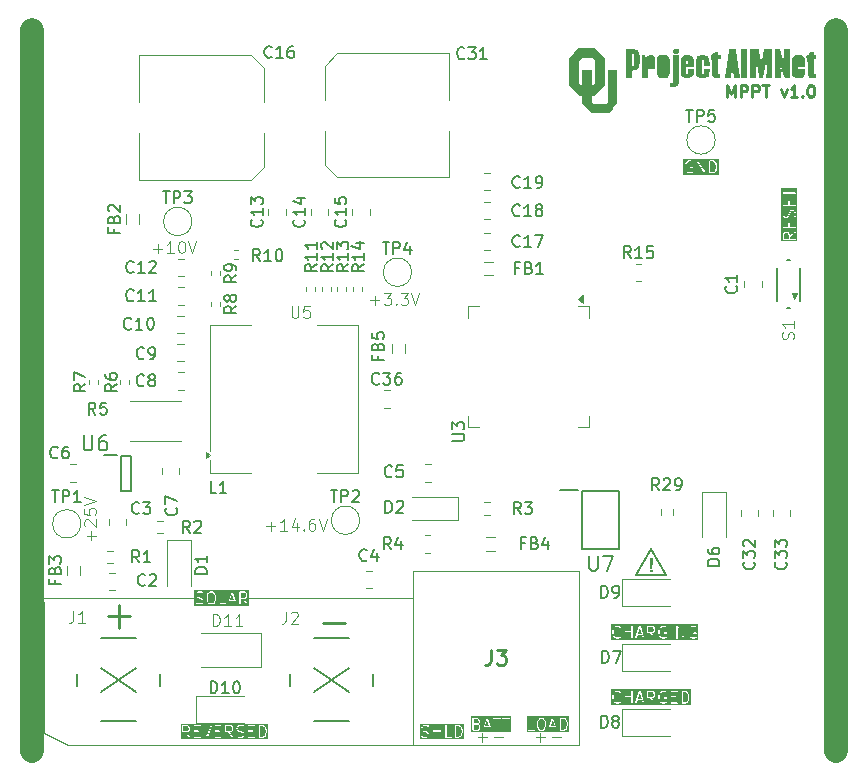
<source format=gbr>
%TF.GenerationSoftware,KiCad,Pcbnew,8.0.7*%
%TF.CreationDate,2025-05-08T16:31:26-05:00*%
%TF.ProjectId,OU_AIMNet_MPPT_v1.0,4f555f41-494d-44e6-9574-5f4d5050545f,rev?*%
%TF.SameCoordinates,Original*%
%TF.FileFunction,Legend,Top*%
%TF.FilePolarity,Positive*%
%FSLAX46Y46*%
G04 Gerber Fmt 4.6, Leading zero omitted, Abs format (unit mm)*
G04 Created by KiCad (PCBNEW 8.0.7) date 2025-05-08 16:31:26*
%MOMM*%
%LPD*%
G01*
G04 APERTURE LIST*
%ADD10C,0.100000*%
%ADD11C,0.150000*%
%ADD12C,2.000000*%
%ADD13C,0.250000*%
%ADD14C,0.200000*%
%ADD15C,0.254000*%
%ADD16C,0.120000*%
%ADD17C,0.050000*%
%ADD18C,0.000000*%
G04 APERTURE END LIST*
D10*
X232700000Y-159600000D02*
X232700000Y-172001653D01*
D11*
X251637500Y-157600000D02*
X252887500Y-155450000D01*
X254137500Y-157600000D02*
X251637500Y-157600000D01*
X252887500Y-155450000D02*
X254137500Y-157600000D01*
D12*
X268500000Y-172500000D02*
X268500000Y-111500000D01*
D10*
X232700000Y-172001653D02*
X203500000Y-172000000D01*
X218800000Y-159600000D02*
X232700000Y-159600000D01*
X201500000Y-159600000D02*
X214200000Y-159600000D01*
X201500000Y-159900000D02*
X201500000Y-171000450D01*
D12*
X200500000Y-172500000D02*
X200500000Y-111500000D01*
D10*
X201500000Y-171000450D02*
X203500000Y-172000000D01*
X244503884Y-171391466D02*
X245265789Y-171391466D01*
G36*
X243759981Y-169861131D02*
G01*
X243839687Y-169940837D01*
X243882455Y-170111907D01*
X243882455Y-170432930D01*
X243839687Y-170603999D01*
X243759979Y-170683708D01*
X243682557Y-170722419D01*
X243515688Y-170722419D01*
X243438265Y-170683707D01*
X243358556Y-170603998D01*
X243315789Y-170432930D01*
X243315789Y-170111907D01*
X243358556Y-169940837D01*
X243438262Y-169861131D01*
X243515688Y-169822419D01*
X243682557Y-169822419D01*
X243759981Y-169861131D01*
G37*
G36*
X245572113Y-169863739D02*
G01*
X245653266Y-169944892D01*
X245694803Y-170027966D01*
X245739598Y-170207145D01*
X245739598Y-170337692D01*
X245694803Y-170516870D01*
X245653266Y-170599944D01*
X245572112Y-170681098D01*
X245448152Y-170722419D01*
X245268170Y-170722419D01*
X245268170Y-169822419D01*
X245448152Y-169822419D01*
X245572113Y-169863739D01*
G37*
G36*
X244720227Y-170436704D02*
G01*
X244382779Y-170436704D01*
X244551503Y-169930532D01*
X244720227Y-170436704D01*
G37*
G36*
X245950709Y-170933530D02*
G01*
X242342773Y-170933530D01*
X242342773Y-169772419D01*
X242453884Y-169772419D01*
X242453884Y-170772419D01*
X242457690Y-170791553D01*
X242484750Y-170818613D01*
X242503884Y-170822419D01*
X242980074Y-170822419D01*
X242999208Y-170818613D01*
X243026268Y-170791553D01*
X243026268Y-170753285D01*
X242999208Y-170726225D01*
X242980074Y-170722419D01*
X242553884Y-170722419D01*
X242553884Y-170105752D01*
X243215789Y-170105752D01*
X243215789Y-170439085D01*
X243216984Y-170445094D01*
X243217282Y-170451212D01*
X243264901Y-170641688D01*
X243267214Y-170646584D01*
X243267214Y-170648695D01*
X243270618Y-170653790D01*
X243273234Y-170659327D01*
X243275042Y-170660412D01*
X243278052Y-170664916D01*
X243373291Y-170760155D01*
X243379950Y-170764605D01*
X243386285Y-170769521D01*
X243481523Y-170817140D01*
X243483938Y-170817801D01*
X243484750Y-170818613D01*
X243492611Y-170820176D01*
X243500339Y-170822293D01*
X243501427Y-170821930D01*
X243503884Y-170822419D01*
X243694360Y-170822419D01*
X243696816Y-170821930D01*
X243697905Y-170822293D01*
X243705632Y-170820176D01*
X243713494Y-170818613D01*
X243714305Y-170817801D01*
X243716721Y-170817140D01*
X243799076Y-170775963D01*
X244168296Y-170775963D01*
X244185410Y-170810192D01*
X244221714Y-170822293D01*
X244255943Y-170805179D01*
X244265604Y-170788230D01*
X244349446Y-170536704D01*
X244753560Y-170536704D01*
X244837402Y-170788230D01*
X244847063Y-170805178D01*
X244881292Y-170822293D01*
X244917596Y-170810191D01*
X244934710Y-170775963D01*
X244932270Y-170756607D01*
X244604207Y-169772419D01*
X245168170Y-169772419D01*
X245168170Y-170772419D01*
X245171976Y-170791553D01*
X245199036Y-170818613D01*
X245218170Y-170822419D01*
X245456265Y-170822419D01*
X245464127Y-170820855D01*
X245472076Y-170819853D01*
X245614933Y-170772234D01*
X245617108Y-170770994D01*
X245618257Y-170770994D01*
X245624927Y-170766536D01*
X245631881Y-170762573D01*
X245632393Y-170761547D01*
X245634478Y-170760155D01*
X245729716Y-170664916D01*
X245734169Y-170658250D01*
X245739081Y-170651922D01*
X245786700Y-170556684D01*
X245788146Y-170551402D01*
X245790486Y-170546450D01*
X245838105Y-170355974D01*
X245838402Y-170349856D01*
X245839598Y-170343847D01*
X245839598Y-170200990D01*
X245838402Y-170194980D01*
X245838105Y-170188863D01*
X245790486Y-169998387D01*
X245788146Y-169993434D01*
X245786700Y-169988153D01*
X245739081Y-169892915D01*
X245734165Y-169886580D01*
X245729715Y-169879921D01*
X245634477Y-169784683D01*
X245632394Y-169783291D01*
X245631881Y-169782265D01*
X245624920Y-169778297D01*
X245618256Y-169773844D01*
X245617108Y-169773844D01*
X245614933Y-169772604D01*
X245472076Y-169724985D01*
X245464127Y-169723982D01*
X245456265Y-169722419D01*
X245218170Y-169722419D01*
X245199036Y-169726225D01*
X245171976Y-169753285D01*
X245168170Y-169772419D01*
X244604207Y-169772419D01*
X244598937Y-169756608D01*
X244589276Y-169739659D01*
X244585933Y-169737987D01*
X244584263Y-169734647D01*
X244569226Y-169729634D01*
X244555047Y-169722545D01*
X244551502Y-169723726D01*
X244547959Y-169722545D01*
X244533785Y-169729632D01*
X244518743Y-169734646D01*
X244517071Y-169737989D01*
X244513730Y-169739660D01*
X244504069Y-169756608D01*
X244170736Y-170756608D01*
X244168296Y-170775963D01*
X243799076Y-170775963D01*
X243811958Y-170769522D01*
X243818285Y-170764611D01*
X243824954Y-170760155D01*
X243920192Y-170664916D01*
X243923201Y-170660412D01*
X243925010Y-170659327D01*
X243927625Y-170653790D01*
X243931030Y-170648695D01*
X243931030Y-170646584D01*
X243933343Y-170641688D01*
X243980962Y-170451212D01*
X243981259Y-170445094D01*
X243982455Y-170439085D01*
X243982455Y-170105752D01*
X243981259Y-170099742D01*
X243980962Y-170093625D01*
X243933343Y-169903149D01*
X243931030Y-169898252D01*
X243931030Y-169896142D01*
X243927626Y-169891048D01*
X243925010Y-169885510D01*
X243923199Y-169884423D01*
X243920191Y-169879921D01*
X243824953Y-169784683D01*
X243818291Y-169780231D01*
X243811958Y-169775316D01*
X243716721Y-169727698D01*
X243714305Y-169727036D01*
X243713494Y-169726225D01*
X243705632Y-169724661D01*
X243697905Y-169722545D01*
X243696816Y-169722907D01*
X243694360Y-169722419D01*
X243503884Y-169722419D01*
X243501427Y-169722907D01*
X243500339Y-169722545D01*
X243492611Y-169724661D01*
X243484750Y-169726225D01*
X243483938Y-169727036D01*
X243481523Y-169727698D01*
X243386285Y-169775317D01*
X243379950Y-169780232D01*
X243373291Y-169784683D01*
X243278053Y-169879921D01*
X243275044Y-169884423D01*
X243273234Y-169885510D01*
X243270617Y-169891048D01*
X243267214Y-169896142D01*
X243267214Y-169898252D01*
X243264901Y-169903149D01*
X243217282Y-170093625D01*
X243216984Y-170099742D01*
X243215789Y-170105752D01*
X242553884Y-170105752D01*
X242553884Y-169772419D01*
X242550078Y-169753285D01*
X242523018Y-169726225D01*
X242484750Y-169726225D01*
X242457690Y-169753285D01*
X242453884Y-169772419D01*
X242342773Y-169772419D01*
X242342773Y-169611308D01*
X245950709Y-169611308D01*
X245950709Y-170933530D01*
G37*
D13*
X206859711Y-161128666D02*
X208764473Y-161128666D01*
X207812092Y-162081047D02*
X207812092Y-160176285D01*
D10*
X205491466Y-154696115D02*
X205491466Y-153934211D01*
X205872419Y-154315163D02*
X205110514Y-154315163D01*
X204967657Y-153505639D02*
X204920038Y-153458020D01*
X204920038Y-153458020D02*
X204872419Y-153362782D01*
X204872419Y-153362782D02*
X204872419Y-153124687D01*
X204872419Y-153124687D02*
X204920038Y-153029449D01*
X204920038Y-153029449D02*
X204967657Y-152981830D01*
X204967657Y-152981830D02*
X205062895Y-152934211D01*
X205062895Y-152934211D02*
X205158133Y-152934211D01*
X205158133Y-152934211D02*
X205300990Y-152981830D01*
X205300990Y-152981830D02*
X205872419Y-153553258D01*
X205872419Y-153553258D02*
X205872419Y-152934211D01*
X204872419Y-152029449D02*
X204872419Y-152505639D01*
X204872419Y-152505639D02*
X205348609Y-152553258D01*
X205348609Y-152553258D02*
X205300990Y-152505639D01*
X205300990Y-152505639D02*
X205253371Y-152410401D01*
X205253371Y-152410401D02*
X205253371Y-152172306D01*
X205253371Y-152172306D02*
X205300990Y-152077068D01*
X205300990Y-152077068D02*
X205348609Y-152029449D01*
X205348609Y-152029449D02*
X205443847Y-151981830D01*
X205443847Y-151981830D02*
X205681942Y-151981830D01*
X205681942Y-151981830D02*
X205777180Y-152029449D01*
X205777180Y-152029449D02*
X205824800Y-152077068D01*
X205824800Y-152077068D02*
X205872419Y-152172306D01*
X205872419Y-152172306D02*
X205872419Y-152410401D01*
X205872419Y-152410401D02*
X205824800Y-152505639D01*
X205824800Y-152505639D02*
X205777180Y-152553258D01*
X204872419Y-151696115D02*
X205872419Y-151362782D01*
X205872419Y-151362782D02*
X204872419Y-151029449D01*
G36*
X215802838Y-159161131D02*
G01*
X215882544Y-159240837D01*
X215925312Y-159411907D01*
X215925312Y-159732930D01*
X215882544Y-159903999D01*
X215802836Y-159983708D01*
X215725414Y-160022419D01*
X215558545Y-160022419D01*
X215481122Y-159983707D01*
X215401413Y-159903998D01*
X215358646Y-159732930D01*
X215358646Y-159411907D01*
X215401413Y-159240837D01*
X215481119Y-159161131D01*
X215558545Y-159122419D01*
X215725414Y-159122419D01*
X215802838Y-159161131D01*
G37*
G36*
X217572608Y-159736704D02*
G01*
X217235160Y-159736704D01*
X217403884Y-159230532D01*
X217572608Y-159736704D01*
G37*
G36*
X218517123Y-159161130D02*
G01*
X218553267Y-159197275D01*
X218591979Y-159274698D01*
X218591979Y-159393948D01*
X218553267Y-159471371D01*
X218517123Y-159507516D01*
X218439700Y-159546228D01*
X218120551Y-159546228D01*
X218120551Y-159122419D01*
X218439700Y-159122419D01*
X218517123Y-159161130D01*
G37*
G36*
X218803090Y-160233530D02*
G01*
X214195154Y-160233530D01*
X214195154Y-159262895D01*
X214306265Y-159262895D01*
X214306265Y-159358133D01*
X214306753Y-159360589D01*
X214306391Y-159361678D01*
X214308507Y-159369405D01*
X214310071Y-159377267D01*
X214310882Y-159378078D01*
X214311544Y-159380494D01*
X214359162Y-159475731D01*
X214364077Y-159482064D01*
X214368529Y-159488726D01*
X214416147Y-159536345D01*
X214422813Y-159540799D01*
X214429142Y-159545711D01*
X214524380Y-159593330D01*
X214529661Y-159594776D01*
X214534614Y-159597116D01*
X214719766Y-159643404D01*
X214802837Y-159684939D01*
X214838981Y-159721084D01*
X214877693Y-159798507D01*
X214877693Y-159870138D01*
X214838981Y-159947561D01*
X214802835Y-159983708D01*
X214725414Y-160022419D01*
X214507235Y-160022419D01*
X214372076Y-159977366D01*
X214352721Y-159974926D01*
X214318492Y-159992040D01*
X214306391Y-160028344D01*
X214323505Y-160062573D01*
X214340454Y-160072234D01*
X214483310Y-160119853D01*
X214491260Y-160120855D01*
X214499122Y-160122419D01*
X214737217Y-160122419D01*
X214739673Y-160121930D01*
X214740762Y-160122293D01*
X214748489Y-160120176D01*
X214756351Y-160118613D01*
X214757162Y-160117801D01*
X214759578Y-160117140D01*
X214854815Y-160069522D01*
X214861142Y-160064611D01*
X214867811Y-160060155D01*
X214915430Y-160012535D01*
X214919883Y-160005869D01*
X214924795Y-159999541D01*
X214972414Y-159904303D01*
X214973075Y-159901887D01*
X214973887Y-159901076D01*
X214975450Y-159893214D01*
X214977567Y-159885487D01*
X214977204Y-159884398D01*
X214977693Y-159881942D01*
X214977693Y-159786704D01*
X214977204Y-159784247D01*
X214977567Y-159783159D01*
X214975450Y-159775431D01*
X214973887Y-159767570D01*
X214973075Y-159766758D01*
X214972414Y-159764343D01*
X214924795Y-159669105D01*
X214919883Y-159662776D01*
X214915429Y-159656110D01*
X214867810Y-159608492D01*
X214861148Y-159604040D01*
X214854815Y-159599125D01*
X214759578Y-159551507D01*
X214754296Y-159550060D01*
X214749344Y-159547721D01*
X214564193Y-159501433D01*
X214481121Y-159459897D01*
X214444976Y-159423753D01*
X214435976Y-159405752D01*
X215258646Y-159405752D01*
X215258646Y-159739085D01*
X215259841Y-159745094D01*
X215260139Y-159751212D01*
X215307758Y-159941688D01*
X215310071Y-159946584D01*
X215310071Y-159948695D01*
X215313475Y-159953790D01*
X215316091Y-159959327D01*
X215317899Y-159960412D01*
X215320909Y-159964916D01*
X215416148Y-160060155D01*
X215422807Y-160064605D01*
X215429142Y-160069521D01*
X215524380Y-160117140D01*
X215526795Y-160117801D01*
X215527607Y-160118613D01*
X215535468Y-160120176D01*
X215543196Y-160122293D01*
X215544284Y-160121930D01*
X215546741Y-160122419D01*
X215737217Y-160122419D01*
X215739673Y-160121930D01*
X215740762Y-160122293D01*
X215748489Y-160120176D01*
X215756351Y-160118613D01*
X215757162Y-160117801D01*
X215759578Y-160117140D01*
X215854815Y-160069522D01*
X215861142Y-160064611D01*
X215867811Y-160060155D01*
X215963049Y-159964916D01*
X215966058Y-159960412D01*
X215967867Y-159959327D01*
X215970482Y-159953790D01*
X215973887Y-159948695D01*
X215973887Y-159946584D01*
X215976200Y-159941688D01*
X216023819Y-159751212D01*
X216024116Y-159745094D01*
X216025312Y-159739085D01*
X216025312Y-159405752D01*
X216024116Y-159399742D01*
X216023819Y-159393625D01*
X215976200Y-159203149D01*
X215973887Y-159198252D01*
X215973887Y-159196142D01*
X215970483Y-159191048D01*
X215967867Y-159185510D01*
X215966056Y-159184423D01*
X215963048Y-159179921D01*
X215867810Y-159084683D01*
X215861148Y-159080231D01*
X215854815Y-159075316D01*
X215849021Y-159072419D01*
X216353884Y-159072419D01*
X216353884Y-160072419D01*
X216357690Y-160091553D01*
X216384750Y-160118613D01*
X216403884Y-160122419D01*
X216880074Y-160122419D01*
X216899208Y-160118613D01*
X216926268Y-160091553D01*
X216926268Y-160075963D01*
X217020677Y-160075963D01*
X217037791Y-160110192D01*
X217074095Y-160122293D01*
X217108324Y-160105179D01*
X217117985Y-160088230D01*
X217201827Y-159836704D01*
X217605941Y-159836704D01*
X217689783Y-160088230D01*
X217699444Y-160105178D01*
X217733673Y-160122293D01*
X217769977Y-160110191D01*
X217787091Y-160075963D01*
X217784651Y-160056607D01*
X217456588Y-159072419D01*
X218020551Y-159072419D01*
X218020551Y-160072419D01*
X218024357Y-160091553D01*
X218051417Y-160118613D01*
X218089685Y-160118613D01*
X218116745Y-160091553D01*
X218120551Y-160072419D01*
X218120551Y-159646228D01*
X218282613Y-159646228D01*
X218601017Y-160101092D01*
X218615108Y-160114585D01*
X218652794Y-160121235D01*
X218684145Y-160099290D01*
X218690795Y-160061604D01*
X218682941Y-160043746D01*
X218404679Y-159646228D01*
X218451503Y-159646228D01*
X218453959Y-159645739D01*
X218455048Y-159646102D01*
X218462775Y-159643985D01*
X218470637Y-159642422D01*
X218471448Y-159641610D01*
X218473864Y-159640949D01*
X218569101Y-159593331D01*
X218575434Y-159588415D01*
X218582096Y-159583964D01*
X218629715Y-159536346D01*
X218634169Y-159529679D01*
X218639081Y-159523351D01*
X218686700Y-159428113D01*
X218687361Y-159425697D01*
X218688173Y-159424886D01*
X218689736Y-159417024D01*
X218691853Y-159409297D01*
X218691490Y-159408208D01*
X218691979Y-159405752D01*
X218691979Y-159262895D01*
X218691490Y-159260438D01*
X218691853Y-159259350D01*
X218689736Y-159251622D01*
X218688173Y-159243761D01*
X218687361Y-159242949D01*
X218686700Y-159240534D01*
X218639081Y-159145296D01*
X218634169Y-159138967D01*
X218629715Y-159132301D01*
X218582096Y-159084683D01*
X218575434Y-159080231D01*
X218569101Y-159075316D01*
X218473864Y-159027698D01*
X218471448Y-159027036D01*
X218470637Y-159026225D01*
X218462775Y-159024661D01*
X218455048Y-159022545D01*
X218453959Y-159022907D01*
X218451503Y-159022419D01*
X218070551Y-159022419D01*
X218051417Y-159026225D01*
X218024357Y-159053285D01*
X218020551Y-159072419D01*
X217456588Y-159072419D01*
X217451318Y-159056608D01*
X217441657Y-159039659D01*
X217438314Y-159037987D01*
X217436644Y-159034647D01*
X217421607Y-159029634D01*
X217407428Y-159022545D01*
X217403883Y-159023726D01*
X217400340Y-159022545D01*
X217386166Y-159029632D01*
X217371124Y-159034646D01*
X217369452Y-159037989D01*
X217366111Y-159039660D01*
X217356450Y-159056608D01*
X217023117Y-160056608D01*
X217020677Y-160075963D01*
X216926268Y-160075963D01*
X216926268Y-160053285D01*
X216899208Y-160026225D01*
X216880074Y-160022419D01*
X216453884Y-160022419D01*
X216453884Y-159072419D01*
X216450078Y-159053285D01*
X216423018Y-159026225D01*
X216384750Y-159026225D01*
X216357690Y-159053285D01*
X216353884Y-159072419D01*
X215849021Y-159072419D01*
X215759578Y-159027698D01*
X215757162Y-159027036D01*
X215756351Y-159026225D01*
X215748489Y-159024661D01*
X215740762Y-159022545D01*
X215739673Y-159022907D01*
X215737217Y-159022419D01*
X215546741Y-159022419D01*
X215544284Y-159022907D01*
X215543196Y-159022545D01*
X215535468Y-159024661D01*
X215527607Y-159026225D01*
X215526795Y-159027036D01*
X215524380Y-159027698D01*
X215429142Y-159075317D01*
X215422807Y-159080232D01*
X215416148Y-159084683D01*
X215320910Y-159179921D01*
X215317901Y-159184423D01*
X215316091Y-159185510D01*
X215313474Y-159191048D01*
X215310071Y-159196142D01*
X215310071Y-159198252D01*
X215307758Y-159203149D01*
X215260139Y-159393625D01*
X215259841Y-159399742D01*
X215258646Y-159405752D01*
X214435976Y-159405752D01*
X214406265Y-159346330D01*
X214406265Y-159274698D01*
X214444976Y-159197274D01*
X214481121Y-159161130D01*
X214558545Y-159122419D01*
X214776723Y-159122419D01*
X214911881Y-159167472D01*
X214931237Y-159169912D01*
X214965465Y-159152798D01*
X214977567Y-159116494D01*
X214960452Y-159082265D01*
X214943504Y-159072604D01*
X214800647Y-159024985D01*
X214792698Y-159023982D01*
X214784836Y-159022419D01*
X214546741Y-159022419D01*
X214544284Y-159022907D01*
X214543196Y-159022545D01*
X214535468Y-159024661D01*
X214527607Y-159026225D01*
X214526795Y-159027036D01*
X214524380Y-159027698D01*
X214429142Y-159075317D01*
X214422813Y-159080228D01*
X214416147Y-159084683D01*
X214368529Y-159132302D01*
X214364077Y-159138963D01*
X214359162Y-159145297D01*
X214311544Y-159240534D01*
X214310882Y-159242949D01*
X214310071Y-159243761D01*
X214308507Y-159251622D01*
X214306391Y-159259350D01*
X214306753Y-159260438D01*
X214306265Y-159262895D01*
X214195154Y-159262895D01*
X214195154Y-158911308D01*
X218803090Y-158911308D01*
X218803090Y-160233530D01*
G37*
X239603884Y-171391466D02*
X240365789Y-171391466D01*
G36*
X238253065Y-170339929D02*
G01*
X238286600Y-170373465D01*
X238325312Y-170450888D01*
X238325312Y-170570138D01*
X238286600Y-170647561D01*
X238250454Y-170683708D01*
X238173033Y-170722419D01*
X237853884Y-170722419D01*
X237853884Y-170298609D01*
X238129104Y-170298609D01*
X238253065Y-170339929D01*
G37*
G36*
X238202837Y-169861130D02*
G01*
X238238981Y-169897275D01*
X238277693Y-169974698D01*
X238277693Y-170046329D01*
X238238981Y-170123752D01*
X238202837Y-170159897D01*
X238125414Y-170198609D01*
X237853884Y-170198609D01*
X237853884Y-169822419D01*
X238125414Y-169822419D01*
X238202837Y-169861130D01*
G37*
G36*
X239163084Y-170436704D02*
G01*
X238825636Y-170436704D01*
X238994360Y-169930532D01*
X239163084Y-170436704D01*
G37*
G36*
X241008808Y-170933530D02*
G01*
X237642773Y-170933530D01*
X237642773Y-169772419D01*
X237753884Y-169772419D01*
X237753884Y-170772419D01*
X237757690Y-170791553D01*
X237784750Y-170818613D01*
X237803884Y-170822419D01*
X238184836Y-170822419D01*
X238187292Y-170821930D01*
X238188381Y-170822293D01*
X238196108Y-170820176D01*
X238203970Y-170818613D01*
X238204781Y-170817801D01*
X238207197Y-170817140D01*
X238289552Y-170775963D01*
X238611153Y-170775963D01*
X238628267Y-170810192D01*
X238664571Y-170822293D01*
X238698800Y-170805179D01*
X238708461Y-170788230D01*
X238792303Y-170536704D01*
X239196417Y-170536704D01*
X239280259Y-170788230D01*
X239289920Y-170805178D01*
X239324149Y-170822293D01*
X239360453Y-170810191D01*
X239377567Y-170775963D01*
X239375127Y-170756607D01*
X239041794Y-169756608D01*
X239039900Y-169753285D01*
X239471976Y-169753285D01*
X239471976Y-169791553D01*
X239499036Y-169818613D01*
X239518170Y-169822419D01*
X239753884Y-169822419D01*
X239753884Y-170772419D01*
X239757690Y-170791553D01*
X239784750Y-170818613D01*
X239823018Y-170818613D01*
X239850078Y-170791553D01*
X239853884Y-170772419D01*
X239853884Y-169822419D01*
X240089598Y-169822419D01*
X240108732Y-169818613D01*
X240135792Y-169791553D01*
X240135792Y-169753285D01*
X240233881Y-169753285D01*
X240233881Y-169791553D01*
X240260941Y-169818613D01*
X240280075Y-169822419D01*
X240515789Y-169822419D01*
X240515789Y-170772419D01*
X240519595Y-170791553D01*
X240546655Y-170818613D01*
X240584923Y-170818613D01*
X240611983Y-170791553D01*
X240615789Y-170772419D01*
X240615789Y-169822419D01*
X240851503Y-169822419D01*
X240870637Y-169818613D01*
X240897697Y-169791553D01*
X240897697Y-169753285D01*
X240870637Y-169726225D01*
X240851503Y-169722419D01*
X240280075Y-169722419D01*
X240260941Y-169726225D01*
X240233881Y-169753285D01*
X240135792Y-169753285D01*
X240108732Y-169726225D01*
X240089598Y-169722419D01*
X239518170Y-169722419D01*
X239499036Y-169726225D01*
X239471976Y-169753285D01*
X239039900Y-169753285D01*
X239032133Y-169739659D01*
X239028790Y-169737987D01*
X239027120Y-169734647D01*
X239012083Y-169729634D01*
X238997904Y-169722545D01*
X238994359Y-169723726D01*
X238990816Y-169722545D01*
X238976642Y-169729632D01*
X238961600Y-169734646D01*
X238959928Y-169737989D01*
X238956587Y-169739660D01*
X238946926Y-169756608D01*
X238613593Y-170756608D01*
X238611153Y-170775963D01*
X238289552Y-170775963D01*
X238302434Y-170769522D01*
X238308761Y-170764611D01*
X238315430Y-170760155D01*
X238363049Y-170712535D01*
X238367502Y-170705869D01*
X238372414Y-170699541D01*
X238420033Y-170604303D01*
X238420694Y-170601887D01*
X238421506Y-170601076D01*
X238423069Y-170593214D01*
X238425186Y-170585487D01*
X238424823Y-170584398D01*
X238425312Y-170581942D01*
X238425312Y-170439085D01*
X238424823Y-170436628D01*
X238425186Y-170435540D01*
X238423069Y-170427812D01*
X238421506Y-170419951D01*
X238420694Y-170419139D01*
X238420033Y-170416724D01*
X238372414Y-170321486D01*
X238367502Y-170315157D01*
X238363048Y-170308491D01*
X238315429Y-170260873D01*
X238313346Y-170259481D01*
X238312833Y-170258455D01*
X238305872Y-170254487D01*
X238299208Y-170250034D01*
X238298060Y-170250034D01*
X238295885Y-170248794D01*
X238264724Y-170238407D01*
X238267810Y-170236345D01*
X238315429Y-170188727D01*
X238319883Y-170182060D01*
X238324795Y-170175732D01*
X238372414Y-170080494D01*
X238373075Y-170078078D01*
X238373887Y-170077267D01*
X238375450Y-170069405D01*
X238377567Y-170061678D01*
X238377204Y-170060589D01*
X238377693Y-170058133D01*
X238377693Y-169962895D01*
X238377204Y-169960438D01*
X238377567Y-169959350D01*
X238375450Y-169951622D01*
X238373887Y-169943761D01*
X238373075Y-169942949D01*
X238372414Y-169940534D01*
X238324795Y-169845296D01*
X238319883Y-169838967D01*
X238315429Y-169832301D01*
X238267810Y-169784683D01*
X238261148Y-169780231D01*
X238254815Y-169775316D01*
X238159578Y-169727698D01*
X238157162Y-169727036D01*
X238156351Y-169726225D01*
X238148489Y-169724661D01*
X238140762Y-169722545D01*
X238139673Y-169722907D01*
X238137217Y-169722419D01*
X237803884Y-169722419D01*
X237784750Y-169726225D01*
X237757690Y-169753285D01*
X237753884Y-169772419D01*
X237642773Y-169772419D01*
X237642773Y-169611308D01*
X241008808Y-169611308D01*
X241008808Y-170933530D01*
G37*
D14*
G36*
X252819796Y-157095874D02*
G01*
X252759712Y-156467486D01*
X252759712Y-156176739D01*
X253010305Y-156176739D01*
X253010305Y-156467486D01*
X252951101Y-157095874D01*
X252819796Y-157095874D01*
G37*
G36*
X252769384Y-157396000D02*
G01*
X252769384Y-157170905D01*
X253001219Y-157170905D01*
X253001219Y-157396000D01*
X252769384Y-157396000D01*
G37*
D10*
G36*
X264471372Y-128713398D02*
G01*
X264507516Y-128749543D01*
X264546228Y-128826966D01*
X264546228Y-129146115D01*
X264122419Y-129146115D01*
X264122419Y-128826966D01*
X264161130Y-128749542D01*
X264197275Y-128713398D01*
X264274699Y-128674687D01*
X264393949Y-128674687D01*
X264471372Y-128713398D01*
G37*
G36*
X265233530Y-129357226D02*
G01*
X263911308Y-129357226D01*
X263911308Y-128815163D01*
X264022419Y-128815163D01*
X264022419Y-129196115D01*
X264026225Y-129215249D01*
X264053285Y-129242309D01*
X264072419Y-129246115D01*
X265072419Y-129246115D01*
X265091553Y-129242309D01*
X265118613Y-129215249D01*
X265118613Y-129176981D01*
X265091553Y-129149921D01*
X265072419Y-129146115D01*
X264646228Y-129146115D01*
X264646228Y-128984053D01*
X265101092Y-128665649D01*
X265114585Y-128651558D01*
X265121235Y-128613872D01*
X265099290Y-128582521D01*
X265061604Y-128575871D01*
X265043746Y-128583725D01*
X264646228Y-128861987D01*
X264646228Y-128815163D01*
X264645739Y-128812706D01*
X264646102Y-128811618D01*
X264643985Y-128803890D01*
X264642422Y-128796029D01*
X264641610Y-128795217D01*
X264640949Y-128792802D01*
X264593330Y-128697564D01*
X264588418Y-128691235D01*
X264583964Y-128684569D01*
X264536345Y-128636951D01*
X264529683Y-128632499D01*
X264523350Y-128627584D01*
X264428113Y-128579966D01*
X264425697Y-128579304D01*
X264424886Y-128578493D01*
X264417024Y-128576929D01*
X264409297Y-128574813D01*
X264408208Y-128575175D01*
X264405752Y-128574687D01*
X264262895Y-128574687D01*
X264260438Y-128575175D01*
X264259350Y-128574813D01*
X264251622Y-128576929D01*
X264243761Y-128578493D01*
X264242949Y-128579304D01*
X264240534Y-128579966D01*
X264145296Y-128627585D01*
X264138967Y-128632496D01*
X264132301Y-128636951D01*
X264084683Y-128684570D01*
X264080231Y-128691231D01*
X264075316Y-128697565D01*
X264027698Y-128792802D01*
X264027036Y-128795217D01*
X264026225Y-128796029D01*
X264024661Y-128803890D01*
X264022545Y-128811618D01*
X264022907Y-128812706D01*
X264022419Y-128815163D01*
X263911308Y-128815163D01*
X263911308Y-127719925D01*
X264022419Y-127719925D01*
X264022419Y-128196115D01*
X264026225Y-128215249D01*
X264053285Y-128242309D01*
X264072419Y-128246115D01*
X265072419Y-128246115D01*
X265091553Y-128242309D01*
X265118613Y-128215249D01*
X265122419Y-128196115D01*
X265122419Y-127719925D01*
X265118613Y-127700791D01*
X265091553Y-127673731D01*
X265053285Y-127673731D01*
X265026225Y-127700791D01*
X265022419Y-127719925D01*
X265022419Y-128146115D01*
X264598609Y-128146115D01*
X264598609Y-127862782D01*
X264594803Y-127843648D01*
X264567743Y-127816588D01*
X264529475Y-127816588D01*
X264502415Y-127843648D01*
X264498609Y-127862782D01*
X264498609Y-128146115D01*
X264122419Y-128146115D01*
X264122419Y-127719925D01*
X264118613Y-127700791D01*
X264091553Y-127673731D01*
X264053285Y-127673731D01*
X264026225Y-127700791D01*
X264022419Y-127719925D01*
X263911308Y-127719925D01*
X263911308Y-126910401D01*
X264022419Y-126910401D01*
X264022419Y-127148496D01*
X264022907Y-127150952D01*
X264022545Y-127152041D01*
X264024661Y-127159768D01*
X264026225Y-127167630D01*
X264027036Y-127168441D01*
X264027698Y-127170857D01*
X264075316Y-127266094D01*
X264080231Y-127272427D01*
X264084683Y-127279089D01*
X264132301Y-127326708D01*
X264138967Y-127331162D01*
X264145296Y-127336074D01*
X264240534Y-127383693D01*
X264242949Y-127384354D01*
X264243761Y-127385166D01*
X264251622Y-127386729D01*
X264259350Y-127388846D01*
X264260438Y-127388483D01*
X264262895Y-127388972D01*
X264358133Y-127388972D01*
X264360589Y-127388483D01*
X264361678Y-127388846D01*
X264369405Y-127386729D01*
X264377267Y-127385166D01*
X264378078Y-127384354D01*
X264380494Y-127383693D01*
X264475731Y-127336075D01*
X264482064Y-127331159D01*
X264488726Y-127326708D01*
X264536345Y-127279090D01*
X264540799Y-127272423D01*
X264545711Y-127266095D01*
X264593330Y-127170857D01*
X264594776Y-127165575D01*
X264597116Y-127160623D01*
X264643404Y-126975471D01*
X264684939Y-126892399D01*
X264721084Y-126856255D01*
X264798508Y-126817544D01*
X264870139Y-126817544D01*
X264947561Y-126856255D01*
X264983708Y-126892401D01*
X265022419Y-126969823D01*
X265022419Y-127188002D01*
X264977366Y-127323161D01*
X264974926Y-127342516D01*
X264992040Y-127376745D01*
X265028344Y-127388846D01*
X265062573Y-127371732D01*
X265072234Y-127354783D01*
X265119853Y-127211927D01*
X265120855Y-127203976D01*
X265122419Y-127196115D01*
X265122419Y-126958020D01*
X265121930Y-126955563D01*
X265122293Y-126954475D01*
X265120176Y-126946747D01*
X265118613Y-126938886D01*
X265117801Y-126938074D01*
X265117140Y-126935659D01*
X265069521Y-126840421D01*
X265064609Y-126834092D01*
X265060155Y-126827426D01*
X265012535Y-126779807D01*
X265005868Y-126775352D01*
X264999540Y-126770441D01*
X264904303Y-126722823D01*
X264901887Y-126722161D01*
X264901076Y-126721350D01*
X264893214Y-126719786D01*
X264885487Y-126717670D01*
X264884398Y-126718032D01*
X264881942Y-126717544D01*
X264786704Y-126717544D01*
X264784247Y-126718032D01*
X264783159Y-126717670D01*
X264775431Y-126719786D01*
X264767570Y-126721350D01*
X264766758Y-126722161D01*
X264764343Y-126722823D01*
X264669105Y-126770442D01*
X264662776Y-126775353D01*
X264656110Y-126779808D01*
X264608492Y-126827427D01*
X264604040Y-126834088D01*
X264599125Y-126840422D01*
X264551507Y-126935659D01*
X264550060Y-126940940D01*
X264547721Y-126945893D01*
X264501433Y-127131043D01*
X264459897Y-127214115D01*
X264423753Y-127250260D01*
X264346330Y-127288972D01*
X264274699Y-127288972D01*
X264197275Y-127250260D01*
X264161130Y-127214116D01*
X264122419Y-127136693D01*
X264122419Y-126918514D01*
X264167472Y-126783356D01*
X264169912Y-126764000D01*
X264152798Y-126729772D01*
X264116494Y-126717670D01*
X264082265Y-126734785D01*
X264072604Y-126751733D01*
X264024985Y-126894590D01*
X264023982Y-126902538D01*
X264022419Y-126910401D01*
X263911308Y-126910401D01*
X263911308Y-125862782D01*
X264022419Y-125862782D01*
X264022419Y-126338972D01*
X264026225Y-126358106D01*
X264053285Y-126385166D01*
X264072419Y-126388972D01*
X265072419Y-126388972D01*
X265091553Y-126385166D01*
X265118613Y-126358106D01*
X265122419Y-126338972D01*
X265122419Y-125862782D01*
X265118613Y-125843648D01*
X265091553Y-125816588D01*
X265053285Y-125816588D01*
X265026225Y-125843648D01*
X265022419Y-125862782D01*
X265022419Y-126288972D01*
X264598609Y-126288972D01*
X264598609Y-126005639D01*
X264594803Y-125986505D01*
X264567743Y-125959445D01*
X264529475Y-125959445D01*
X264502415Y-125986505D01*
X264498609Y-126005639D01*
X264498609Y-126288972D01*
X264122419Y-126288972D01*
X264122419Y-125862782D01*
X264118613Y-125843648D01*
X264091553Y-125816588D01*
X264053285Y-125816588D01*
X264026225Y-125843648D01*
X264022419Y-125862782D01*
X263911308Y-125862782D01*
X263911308Y-125005639D01*
X264022419Y-125005639D01*
X264022419Y-125577067D01*
X264026225Y-125596201D01*
X264053285Y-125623261D01*
X264091553Y-125623261D01*
X264118613Y-125596201D01*
X264122419Y-125577067D01*
X264122419Y-125341353D01*
X265072419Y-125341353D01*
X265091553Y-125337547D01*
X265118613Y-125310487D01*
X265118613Y-125272219D01*
X265091553Y-125245159D01*
X265072419Y-125241353D01*
X264122419Y-125241353D01*
X264122419Y-125005639D01*
X264118613Y-124986505D01*
X264091553Y-124959445D01*
X264053285Y-124959445D01*
X264026225Y-124986505D01*
X264022419Y-125005639D01*
X263911308Y-125005639D01*
X263911308Y-124848334D01*
X265233530Y-124848334D01*
X265233530Y-129357226D01*
G37*
X238203884Y-171391466D02*
X238965789Y-171391466D01*
X238584836Y-171772419D02*
X238584836Y-171010514D01*
D13*
X259302568Y-117164619D02*
X259302568Y-116164619D01*
X259302568Y-116164619D02*
X259635901Y-116878904D01*
X259635901Y-116878904D02*
X259969234Y-116164619D01*
X259969234Y-116164619D02*
X259969234Y-117164619D01*
X260445425Y-117164619D02*
X260445425Y-116164619D01*
X260445425Y-116164619D02*
X260826377Y-116164619D01*
X260826377Y-116164619D02*
X260921615Y-116212238D01*
X260921615Y-116212238D02*
X260969234Y-116259857D01*
X260969234Y-116259857D02*
X261016853Y-116355095D01*
X261016853Y-116355095D02*
X261016853Y-116497952D01*
X261016853Y-116497952D02*
X260969234Y-116593190D01*
X260969234Y-116593190D02*
X260921615Y-116640809D01*
X260921615Y-116640809D02*
X260826377Y-116688428D01*
X260826377Y-116688428D02*
X260445425Y-116688428D01*
X261445425Y-117164619D02*
X261445425Y-116164619D01*
X261445425Y-116164619D02*
X261826377Y-116164619D01*
X261826377Y-116164619D02*
X261921615Y-116212238D01*
X261921615Y-116212238D02*
X261969234Y-116259857D01*
X261969234Y-116259857D02*
X262016853Y-116355095D01*
X262016853Y-116355095D02*
X262016853Y-116497952D01*
X262016853Y-116497952D02*
X261969234Y-116593190D01*
X261969234Y-116593190D02*
X261921615Y-116640809D01*
X261921615Y-116640809D02*
X261826377Y-116688428D01*
X261826377Y-116688428D02*
X261445425Y-116688428D01*
X262302568Y-116164619D02*
X262873996Y-116164619D01*
X262588282Y-117164619D02*
X262588282Y-116164619D01*
X263873997Y-116497952D02*
X264112092Y-117164619D01*
X264112092Y-117164619D02*
X264350187Y-116497952D01*
X265254949Y-117164619D02*
X264683521Y-117164619D01*
X264969235Y-117164619D02*
X264969235Y-116164619D01*
X264969235Y-116164619D02*
X264873997Y-116307476D01*
X264873997Y-116307476D02*
X264778759Y-116402714D01*
X264778759Y-116402714D02*
X264683521Y-116450333D01*
X265683521Y-117069380D02*
X265731140Y-117117000D01*
X265731140Y-117117000D02*
X265683521Y-117164619D01*
X265683521Y-117164619D02*
X265635902Y-117117000D01*
X265635902Y-117117000D02*
X265683521Y-117069380D01*
X265683521Y-117069380D02*
X265683521Y-117164619D01*
X266350187Y-116164619D02*
X266445425Y-116164619D01*
X266445425Y-116164619D02*
X266540663Y-116212238D01*
X266540663Y-116212238D02*
X266588282Y-116259857D01*
X266588282Y-116259857D02*
X266635901Y-116355095D01*
X266635901Y-116355095D02*
X266683520Y-116545571D01*
X266683520Y-116545571D02*
X266683520Y-116783666D01*
X266683520Y-116783666D02*
X266635901Y-116974142D01*
X266635901Y-116974142D02*
X266588282Y-117069380D01*
X266588282Y-117069380D02*
X266540663Y-117117000D01*
X266540663Y-117117000D02*
X266445425Y-117164619D01*
X266445425Y-117164619D02*
X266350187Y-117164619D01*
X266350187Y-117164619D02*
X266254949Y-117117000D01*
X266254949Y-117117000D02*
X266207330Y-117069380D01*
X266207330Y-117069380D02*
X266159711Y-116974142D01*
X266159711Y-116974142D02*
X266112092Y-116783666D01*
X266112092Y-116783666D02*
X266112092Y-116545571D01*
X266112092Y-116545571D02*
X266159711Y-116355095D01*
X266159711Y-116355095D02*
X266207330Y-116259857D01*
X266207330Y-116259857D02*
X266254949Y-116212238D01*
X266254949Y-116212238D02*
X266350187Y-116164619D01*
D10*
X220303884Y-153491466D02*
X221065789Y-153491466D01*
X220684836Y-153872419D02*
X220684836Y-153110514D01*
X222065788Y-153872419D02*
X221494360Y-153872419D01*
X221780074Y-153872419D02*
X221780074Y-152872419D01*
X221780074Y-152872419D02*
X221684836Y-153015276D01*
X221684836Y-153015276D02*
X221589598Y-153110514D01*
X221589598Y-153110514D02*
X221494360Y-153158133D01*
X222922931Y-153205752D02*
X222922931Y-153872419D01*
X222684836Y-152824800D02*
X222446741Y-153539085D01*
X222446741Y-153539085D02*
X223065788Y-153539085D01*
X223446741Y-153777180D02*
X223494360Y-153824800D01*
X223494360Y-153824800D02*
X223446741Y-153872419D01*
X223446741Y-153872419D02*
X223399122Y-153824800D01*
X223399122Y-153824800D02*
X223446741Y-153777180D01*
X223446741Y-153777180D02*
X223446741Y-153872419D01*
X224351502Y-152872419D02*
X224161026Y-152872419D01*
X224161026Y-152872419D02*
X224065788Y-152920038D01*
X224065788Y-152920038D02*
X224018169Y-152967657D01*
X224018169Y-152967657D02*
X223922931Y-153110514D01*
X223922931Y-153110514D02*
X223875312Y-153300990D01*
X223875312Y-153300990D02*
X223875312Y-153681942D01*
X223875312Y-153681942D02*
X223922931Y-153777180D01*
X223922931Y-153777180D02*
X223970550Y-153824800D01*
X223970550Y-153824800D02*
X224065788Y-153872419D01*
X224065788Y-153872419D02*
X224256264Y-153872419D01*
X224256264Y-153872419D02*
X224351502Y-153824800D01*
X224351502Y-153824800D02*
X224399121Y-153777180D01*
X224399121Y-153777180D02*
X224446740Y-153681942D01*
X224446740Y-153681942D02*
X224446740Y-153443847D01*
X224446740Y-153443847D02*
X224399121Y-153348609D01*
X224399121Y-153348609D02*
X224351502Y-153300990D01*
X224351502Y-153300990D02*
X224256264Y-153253371D01*
X224256264Y-153253371D02*
X224065788Y-153253371D01*
X224065788Y-153253371D02*
X223970550Y-153300990D01*
X223970550Y-153300990D02*
X223922931Y-153348609D01*
X223922931Y-153348609D02*
X223875312Y-153443847D01*
X224732455Y-152872419D02*
X225065788Y-153872419D01*
X225065788Y-153872419D02*
X225399121Y-152872419D01*
D13*
X225059711Y-161728666D02*
X226964473Y-161728666D01*
D10*
X229103884Y-134391466D02*
X229865789Y-134391466D01*
X229484836Y-134772419D02*
X229484836Y-134010514D01*
X230246741Y-133772419D02*
X230865788Y-133772419D01*
X230865788Y-133772419D02*
X230532455Y-134153371D01*
X230532455Y-134153371D02*
X230675312Y-134153371D01*
X230675312Y-134153371D02*
X230770550Y-134200990D01*
X230770550Y-134200990D02*
X230818169Y-134248609D01*
X230818169Y-134248609D02*
X230865788Y-134343847D01*
X230865788Y-134343847D02*
X230865788Y-134581942D01*
X230865788Y-134581942D02*
X230818169Y-134677180D01*
X230818169Y-134677180D02*
X230770550Y-134724800D01*
X230770550Y-134724800D02*
X230675312Y-134772419D01*
X230675312Y-134772419D02*
X230389598Y-134772419D01*
X230389598Y-134772419D02*
X230294360Y-134724800D01*
X230294360Y-134724800D02*
X230246741Y-134677180D01*
X231294360Y-134677180D02*
X231341979Y-134724800D01*
X231341979Y-134724800D02*
X231294360Y-134772419D01*
X231294360Y-134772419D02*
X231246741Y-134724800D01*
X231246741Y-134724800D02*
X231294360Y-134677180D01*
X231294360Y-134677180D02*
X231294360Y-134772419D01*
X231675312Y-133772419D02*
X232294359Y-133772419D01*
X232294359Y-133772419D02*
X231961026Y-134153371D01*
X231961026Y-134153371D02*
X232103883Y-134153371D01*
X232103883Y-134153371D02*
X232199121Y-134200990D01*
X232199121Y-134200990D02*
X232246740Y-134248609D01*
X232246740Y-134248609D02*
X232294359Y-134343847D01*
X232294359Y-134343847D02*
X232294359Y-134581942D01*
X232294359Y-134581942D02*
X232246740Y-134677180D01*
X232246740Y-134677180D02*
X232199121Y-134724800D01*
X232199121Y-134724800D02*
X232103883Y-134772419D01*
X232103883Y-134772419D02*
X231818169Y-134772419D01*
X231818169Y-134772419D02*
X231722931Y-134724800D01*
X231722931Y-134724800D02*
X231675312Y-134677180D01*
X232580074Y-133772419D02*
X232913407Y-134772419D01*
X232913407Y-134772419D02*
X233246740Y-133772419D01*
G36*
X258205446Y-122663739D02*
G01*
X258286599Y-122744892D01*
X258328136Y-122827966D01*
X258372931Y-123007145D01*
X258372931Y-123137692D01*
X258328136Y-123316870D01*
X258286599Y-123399944D01*
X258205445Y-123481098D01*
X258081485Y-123522419D01*
X257901503Y-123522419D01*
X257901503Y-122622419D01*
X258081485Y-122622419D01*
X258205446Y-122663739D01*
G37*
G36*
X258584042Y-123733530D02*
G01*
X255595154Y-123733530D01*
X255595154Y-123000990D01*
X255706265Y-123000990D01*
X255706265Y-123143847D01*
X255707460Y-123149856D01*
X255707758Y-123155974D01*
X255755377Y-123346450D01*
X255757716Y-123351402D01*
X255759163Y-123356684D01*
X255806781Y-123451921D01*
X255811692Y-123458249D01*
X255816147Y-123464916D01*
X255911386Y-123560155D01*
X255913467Y-123561545D01*
X255913981Y-123562573D01*
X255920946Y-123566543D01*
X255927607Y-123570994D01*
X255928755Y-123570994D01*
X255930930Y-123572234D01*
X256073786Y-123619853D01*
X256081736Y-123620855D01*
X256089598Y-123622419D01*
X256184836Y-123622419D01*
X256192698Y-123620855D01*
X256200647Y-123619853D01*
X256343504Y-123572234D01*
X256345679Y-123570994D01*
X256346828Y-123570994D01*
X256353498Y-123566536D01*
X256360452Y-123562573D01*
X256360964Y-123561547D01*
X256363049Y-123560155D01*
X256410668Y-123512535D01*
X256421506Y-123496314D01*
X256425312Y-123477180D01*
X256425312Y-123143847D01*
X256421506Y-123124713D01*
X256394446Y-123097653D01*
X256375312Y-123093847D01*
X256184836Y-123093847D01*
X256165702Y-123097653D01*
X256138642Y-123124713D01*
X256138642Y-123162981D01*
X256165702Y-123190041D01*
X256184836Y-123193847D01*
X256325312Y-123193847D01*
X256325312Y-123456469D01*
X256300683Y-123481098D01*
X256176723Y-123522419D01*
X256097711Y-123522419D01*
X255973751Y-123481099D01*
X255892595Y-123399942D01*
X255851060Y-123316872D01*
X255806265Y-123137692D01*
X255806265Y-123007145D01*
X255851060Y-122827965D01*
X255892596Y-122744893D01*
X255973749Y-122663739D01*
X256097711Y-122622419D01*
X256220652Y-122622419D01*
X256305332Y-122664759D01*
X256324148Y-122669912D01*
X256360453Y-122657810D01*
X256377567Y-122623582D01*
X256365465Y-122587278D01*
X256350053Y-122575316D01*
X256344259Y-122572419D01*
X256753884Y-122572419D01*
X256753884Y-123572419D01*
X256757690Y-123591553D01*
X256784750Y-123618613D01*
X256823018Y-123618613D01*
X256850078Y-123591553D01*
X256853884Y-123572419D01*
X256853884Y-122760697D01*
X257331900Y-123597226D01*
X257344698Y-123611951D01*
X257351322Y-123613757D01*
X257356178Y-123618613D01*
X257369126Y-123618613D01*
X257381618Y-123622020D01*
X257387580Y-123618613D01*
X257394446Y-123618613D01*
X257403599Y-123609459D01*
X257414844Y-123603034D01*
X257416651Y-123596407D01*
X257421506Y-123591553D01*
X257425312Y-123572419D01*
X257425312Y-122572419D01*
X257801503Y-122572419D01*
X257801503Y-123572419D01*
X257805309Y-123591553D01*
X257832369Y-123618613D01*
X257851503Y-123622419D01*
X258089598Y-123622419D01*
X258097460Y-123620855D01*
X258105409Y-123619853D01*
X258248266Y-123572234D01*
X258250441Y-123570994D01*
X258251590Y-123570994D01*
X258258260Y-123566536D01*
X258265214Y-123562573D01*
X258265726Y-123561547D01*
X258267811Y-123560155D01*
X258363049Y-123464916D01*
X258367502Y-123458250D01*
X258372414Y-123451922D01*
X258420033Y-123356684D01*
X258421479Y-123351402D01*
X258423819Y-123346450D01*
X258471438Y-123155974D01*
X258471735Y-123149856D01*
X258472931Y-123143847D01*
X258472931Y-123000990D01*
X258471735Y-122994980D01*
X258471438Y-122988863D01*
X258423819Y-122798387D01*
X258421479Y-122793434D01*
X258420033Y-122788153D01*
X258372414Y-122692915D01*
X258367498Y-122686580D01*
X258363048Y-122679921D01*
X258267810Y-122584683D01*
X258265727Y-122583291D01*
X258265214Y-122582265D01*
X258258253Y-122578297D01*
X258251589Y-122573844D01*
X258250441Y-122573844D01*
X258248266Y-122572604D01*
X258105409Y-122524985D01*
X258097460Y-122523982D01*
X258089598Y-122522419D01*
X257851503Y-122522419D01*
X257832369Y-122526225D01*
X257805309Y-122553285D01*
X257801503Y-122572419D01*
X257425312Y-122572419D01*
X257421506Y-122553285D01*
X257394446Y-122526225D01*
X257356178Y-122526225D01*
X257329118Y-122553285D01*
X257325312Y-122572419D01*
X257325312Y-123384140D01*
X256847296Y-122547612D01*
X256834499Y-122532887D01*
X256827872Y-122531079D01*
X256823018Y-122526225D01*
X256810071Y-122526225D01*
X256797578Y-122522818D01*
X256791616Y-122526225D01*
X256784750Y-122526225D01*
X256775596Y-122535378D01*
X256764352Y-122541804D01*
X256762544Y-122548430D01*
X256757690Y-122553285D01*
X256753884Y-122572419D01*
X256344259Y-122572419D01*
X256254816Y-122527698D01*
X256252400Y-122527036D01*
X256251589Y-122526225D01*
X256243727Y-122524661D01*
X256236000Y-122522545D01*
X256234911Y-122522907D01*
X256232455Y-122522419D01*
X256089598Y-122522419D01*
X256081736Y-122523982D01*
X256073786Y-122524985D01*
X255930930Y-122572604D01*
X255928755Y-122573844D01*
X255927607Y-122573844D01*
X255920946Y-122578294D01*
X255913981Y-122582265D01*
X255913467Y-122583292D01*
X255911386Y-122584683D01*
X255816148Y-122679921D01*
X255811696Y-122686582D01*
X255806781Y-122692916D01*
X255759163Y-122788153D01*
X255757716Y-122793434D01*
X255755377Y-122798387D01*
X255707758Y-122988863D01*
X255707460Y-122994980D01*
X255706265Y-123000990D01*
X255595154Y-123000990D01*
X255595154Y-122411308D01*
X258584042Y-122411308D01*
X258584042Y-123733530D01*
G37*
X210703884Y-129991466D02*
X211465789Y-129991466D01*
X211084836Y-130372419D02*
X211084836Y-129610514D01*
X212465788Y-130372419D02*
X211894360Y-130372419D01*
X212180074Y-130372419D02*
X212180074Y-129372419D01*
X212180074Y-129372419D02*
X212084836Y-129515276D01*
X212084836Y-129515276D02*
X211989598Y-129610514D01*
X211989598Y-129610514D02*
X211894360Y-129658133D01*
X213084836Y-129372419D02*
X213180074Y-129372419D01*
X213180074Y-129372419D02*
X213275312Y-129420038D01*
X213275312Y-129420038D02*
X213322931Y-129467657D01*
X213322931Y-129467657D02*
X213370550Y-129562895D01*
X213370550Y-129562895D02*
X213418169Y-129753371D01*
X213418169Y-129753371D02*
X213418169Y-129991466D01*
X213418169Y-129991466D02*
X213370550Y-130181942D01*
X213370550Y-130181942D02*
X213322931Y-130277180D01*
X213322931Y-130277180D02*
X213275312Y-130324800D01*
X213275312Y-130324800D02*
X213180074Y-130372419D01*
X213180074Y-130372419D02*
X213084836Y-130372419D01*
X213084836Y-130372419D02*
X212989598Y-130324800D01*
X212989598Y-130324800D02*
X212941979Y-130277180D01*
X212941979Y-130277180D02*
X212894360Y-130181942D01*
X212894360Y-130181942D02*
X212846741Y-129991466D01*
X212846741Y-129991466D02*
X212846741Y-129753371D01*
X212846741Y-129753371D02*
X212894360Y-129562895D01*
X212894360Y-129562895D02*
X212941979Y-129467657D01*
X212941979Y-129467657D02*
X212989598Y-129420038D01*
X212989598Y-129420038D02*
X213084836Y-129372419D01*
X213703884Y-129372419D02*
X214037217Y-130372419D01*
X214037217Y-130372419D02*
X214370550Y-129372419D01*
X243103884Y-171391466D02*
X243865789Y-171391466D01*
X243484836Y-171772419D02*
X243484836Y-171010514D01*
G36*
X252098203Y-162636704D02*
G01*
X251760755Y-162636704D01*
X251929479Y-162130532D01*
X252098203Y-162636704D01*
G37*
G36*
X253042718Y-162061130D02*
G01*
X253078862Y-162097275D01*
X253117574Y-162174698D01*
X253117574Y-162293948D01*
X253078862Y-162371371D01*
X253042718Y-162407516D01*
X252965295Y-162446228D01*
X252646146Y-162446228D01*
X252646146Y-162022419D01*
X252965295Y-162022419D01*
X253042718Y-162061130D01*
G37*
G36*
X256852494Y-163133530D02*
G01*
X249482654Y-163133530D01*
X249482654Y-162400990D01*
X249593765Y-162400990D01*
X249593765Y-162543847D01*
X249594960Y-162549856D01*
X249595258Y-162555974D01*
X249642877Y-162746450D01*
X249645216Y-162751402D01*
X249646663Y-162756684D01*
X249694281Y-162851921D01*
X249699192Y-162858249D01*
X249703647Y-162864916D01*
X249798886Y-162960155D01*
X249800967Y-162961545D01*
X249801481Y-162962573D01*
X249808446Y-162966543D01*
X249815107Y-162970994D01*
X249816255Y-162970994D01*
X249818430Y-162972234D01*
X249961286Y-163019853D01*
X249969236Y-163020855D01*
X249977098Y-163022419D01*
X250072336Y-163022419D01*
X250080198Y-163020855D01*
X250088147Y-163019853D01*
X250231004Y-162972234D01*
X250233179Y-162970994D01*
X250234328Y-162970994D01*
X250240998Y-162966536D01*
X250247952Y-162962573D01*
X250248464Y-162961547D01*
X250250549Y-162960155D01*
X250298168Y-162912535D01*
X250309006Y-162896314D01*
X250309006Y-162858045D01*
X250281946Y-162830986D01*
X250243677Y-162830986D01*
X250227456Y-162841825D01*
X250188183Y-162881098D01*
X250064223Y-162922419D01*
X249985211Y-162922419D01*
X249861251Y-162881099D01*
X249780095Y-162799942D01*
X249738560Y-162716872D01*
X249693765Y-162537692D01*
X249693765Y-162407145D01*
X249738560Y-162227965D01*
X249780096Y-162144893D01*
X249861249Y-162063739D01*
X249985211Y-162022419D01*
X250064223Y-162022419D01*
X250188184Y-162063739D01*
X250227456Y-162103012D01*
X250243677Y-162113851D01*
X250281946Y-162113851D01*
X250309006Y-162086791D01*
X250309006Y-162048522D01*
X250298167Y-162032301D01*
X250250548Y-161984683D01*
X250248465Y-161983291D01*
X250247952Y-161982265D01*
X250240991Y-161978297D01*
X250234327Y-161973844D01*
X250233179Y-161973844D01*
X250231004Y-161972604D01*
X250230449Y-161972419D01*
X250641384Y-161972419D01*
X250641384Y-162972419D01*
X250645190Y-162991553D01*
X250672250Y-163018613D01*
X250710518Y-163018613D01*
X250737578Y-162991553D01*
X250741384Y-162972419D01*
X250741384Y-162498609D01*
X251212812Y-162498609D01*
X251212812Y-162972419D01*
X251216618Y-162991553D01*
X251243678Y-163018613D01*
X251281946Y-163018613D01*
X251309006Y-162991553D01*
X251312107Y-162975963D01*
X251546272Y-162975963D01*
X251563386Y-163010192D01*
X251599690Y-163022293D01*
X251633919Y-163005179D01*
X251643580Y-162988230D01*
X251727422Y-162736704D01*
X252131536Y-162736704D01*
X252215378Y-162988230D01*
X252225039Y-163005178D01*
X252259268Y-163022293D01*
X252295572Y-163010191D01*
X252312686Y-162975963D01*
X252310246Y-162956607D01*
X251982183Y-161972419D01*
X252546146Y-161972419D01*
X252546146Y-162972419D01*
X252549952Y-162991553D01*
X252577012Y-163018613D01*
X252615280Y-163018613D01*
X252642340Y-162991553D01*
X252646146Y-162972419D01*
X252646146Y-162546228D01*
X252808208Y-162546228D01*
X253126612Y-163001092D01*
X253140703Y-163014585D01*
X253178389Y-163021235D01*
X253209740Y-162999290D01*
X253216390Y-162961604D01*
X253208536Y-162943746D01*
X252930274Y-162546228D01*
X252977098Y-162546228D01*
X252979554Y-162545739D01*
X252980643Y-162546102D01*
X252988370Y-162543985D01*
X252996232Y-162542422D01*
X252997043Y-162541610D01*
X252999459Y-162540949D01*
X253094696Y-162493331D01*
X253101029Y-162488415D01*
X253107691Y-162483964D01*
X253155310Y-162436346D01*
X253159764Y-162429679D01*
X253164676Y-162423351D01*
X253175857Y-162400990D01*
X253498527Y-162400990D01*
X253498527Y-162543847D01*
X253499722Y-162549856D01*
X253500020Y-162555974D01*
X253547639Y-162746450D01*
X253549978Y-162751402D01*
X253551425Y-162756684D01*
X253599043Y-162851921D01*
X253603954Y-162858249D01*
X253608409Y-162864916D01*
X253703648Y-162960155D01*
X253705729Y-162961545D01*
X253706243Y-162962573D01*
X253713208Y-162966543D01*
X253719869Y-162970994D01*
X253721017Y-162970994D01*
X253723192Y-162972234D01*
X253866048Y-163019853D01*
X253873998Y-163020855D01*
X253881860Y-163022419D01*
X253977098Y-163022419D01*
X253984960Y-163020855D01*
X253992909Y-163019853D01*
X254135766Y-162972234D01*
X254137941Y-162970994D01*
X254139090Y-162970994D01*
X254145760Y-162966536D01*
X254152714Y-162962573D01*
X254153226Y-162961547D01*
X254155311Y-162960155D01*
X254202930Y-162912535D01*
X254213768Y-162896314D01*
X254217574Y-162877180D01*
X254217574Y-162543847D01*
X254213768Y-162524713D01*
X254186708Y-162497653D01*
X254167574Y-162493847D01*
X253977098Y-162493847D01*
X253957964Y-162497653D01*
X253930904Y-162524713D01*
X253930904Y-162562981D01*
X253957964Y-162590041D01*
X253977098Y-162593847D01*
X254117574Y-162593847D01*
X254117574Y-162856469D01*
X254092945Y-162881098D01*
X253968985Y-162922419D01*
X253889973Y-162922419D01*
X253766013Y-162881099D01*
X253684857Y-162799942D01*
X253643322Y-162716872D01*
X253598527Y-162537692D01*
X253598527Y-162407145D01*
X253643322Y-162227965D01*
X253684858Y-162144893D01*
X253766011Y-162063739D01*
X253889973Y-162022419D01*
X254012914Y-162022419D01*
X254097594Y-162064759D01*
X254116410Y-162069912D01*
X254152715Y-162057810D01*
X254169829Y-162023582D01*
X254157727Y-161987278D01*
X254142315Y-161975316D01*
X254136521Y-161972419D01*
X254546146Y-161972419D01*
X254546146Y-162972419D01*
X254549952Y-162991553D01*
X254577012Y-163018613D01*
X254615280Y-163018613D01*
X254642340Y-162991553D01*
X254646146Y-162972419D01*
X254646146Y-161972419D01*
X255022336Y-161972419D01*
X255022336Y-162972419D01*
X255026142Y-162991553D01*
X255053202Y-163018613D01*
X255091470Y-163018613D01*
X255118530Y-162991553D01*
X255122336Y-162972419D01*
X255122336Y-162160697D01*
X255600352Y-162997226D01*
X255613150Y-163011951D01*
X255619774Y-163013757D01*
X255624630Y-163018613D01*
X255637578Y-163018613D01*
X255650070Y-163022020D01*
X255656032Y-163018613D01*
X255662898Y-163018613D01*
X255672051Y-163009459D01*
X255683296Y-163003034D01*
X255685103Y-162996407D01*
X255689958Y-162991553D01*
X255693764Y-162972419D01*
X255693764Y-162400990D01*
X256022336Y-162400990D01*
X256022336Y-162543847D01*
X256023531Y-162549856D01*
X256023829Y-162555974D01*
X256071448Y-162746450D01*
X256073787Y-162751402D01*
X256075234Y-162756684D01*
X256122852Y-162851921D01*
X256127763Y-162858249D01*
X256132218Y-162864916D01*
X256227457Y-162960155D01*
X256229538Y-162961545D01*
X256230052Y-162962573D01*
X256237017Y-162966543D01*
X256243678Y-162970994D01*
X256244826Y-162970994D01*
X256247001Y-162972234D01*
X256389857Y-163019853D01*
X256397807Y-163020855D01*
X256405669Y-163022419D01*
X256500907Y-163022419D01*
X256508769Y-163020855D01*
X256516718Y-163019853D01*
X256659575Y-162972234D01*
X256661750Y-162970994D01*
X256662899Y-162970994D01*
X256669569Y-162966536D01*
X256676523Y-162962573D01*
X256677035Y-162961547D01*
X256679120Y-162960155D01*
X256726739Y-162912535D01*
X256737577Y-162896314D01*
X256741383Y-162877180D01*
X256741383Y-162543847D01*
X256737577Y-162524713D01*
X256710517Y-162497653D01*
X256691383Y-162493847D01*
X256500907Y-162493847D01*
X256481773Y-162497653D01*
X256454713Y-162524713D01*
X256454713Y-162562981D01*
X256481773Y-162590041D01*
X256500907Y-162593847D01*
X256641383Y-162593847D01*
X256641383Y-162856469D01*
X256616754Y-162881098D01*
X256492794Y-162922419D01*
X256413782Y-162922419D01*
X256289822Y-162881099D01*
X256208666Y-162799942D01*
X256167131Y-162716872D01*
X256122336Y-162537692D01*
X256122336Y-162407145D01*
X256167131Y-162227965D01*
X256208667Y-162144893D01*
X256289820Y-162063739D01*
X256413782Y-162022419D01*
X256536723Y-162022419D01*
X256621403Y-162064759D01*
X256640219Y-162069912D01*
X256676524Y-162057810D01*
X256693638Y-162023582D01*
X256681536Y-161987278D01*
X256666124Y-161975316D01*
X256570887Y-161927698D01*
X256568471Y-161927036D01*
X256567660Y-161926225D01*
X256559798Y-161924661D01*
X256552071Y-161922545D01*
X256550982Y-161922907D01*
X256548526Y-161922419D01*
X256405669Y-161922419D01*
X256397807Y-161923982D01*
X256389857Y-161924985D01*
X256247001Y-161972604D01*
X256244826Y-161973844D01*
X256243678Y-161973844D01*
X256237017Y-161978294D01*
X256230052Y-161982265D01*
X256229538Y-161983292D01*
X256227457Y-161984683D01*
X256132219Y-162079921D01*
X256127767Y-162086582D01*
X256122852Y-162092916D01*
X256075234Y-162188153D01*
X256073787Y-162193434D01*
X256071448Y-162198387D01*
X256023829Y-162388863D01*
X256023531Y-162394980D01*
X256022336Y-162400990D01*
X255693764Y-162400990D01*
X255693764Y-161972419D01*
X255689958Y-161953285D01*
X255662898Y-161926225D01*
X255624630Y-161926225D01*
X255597570Y-161953285D01*
X255593764Y-161972419D01*
X255593764Y-162784140D01*
X255115748Y-161947612D01*
X255102951Y-161932887D01*
X255096324Y-161931079D01*
X255091470Y-161926225D01*
X255078523Y-161926225D01*
X255066030Y-161922818D01*
X255060068Y-161926225D01*
X255053202Y-161926225D01*
X255044048Y-161935378D01*
X255032804Y-161941804D01*
X255030996Y-161948430D01*
X255026142Y-161953285D01*
X255022336Y-161972419D01*
X254646146Y-161972419D01*
X254642340Y-161953285D01*
X254615280Y-161926225D01*
X254577012Y-161926225D01*
X254549952Y-161953285D01*
X254546146Y-161972419D01*
X254136521Y-161972419D01*
X254047078Y-161927698D01*
X254044662Y-161927036D01*
X254043851Y-161926225D01*
X254035989Y-161924661D01*
X254028262Y-161922545D01*
X254027173Y-161922907D01*
X254024717Y-161922419D01*
X253881860Y-161922419D01*
X253873998Y-161923982D01*
X253866048Y-161924985D01*
X253723192Y-161972604D01*
X253721017Y-161973844D01*
X253719869Y-161973844D01*
X253713208Y-161978294D01*
X253706243Y-161982265D01*
X253705729Y-161983292D01*
X253703648Y-161984683D01*
X253608410Y-162079921D01*
X253603958Y-162086582D01*
X253599043Y-162092916D01*
X253551425Y-162188153D01*
X253549978Y-162193434D01*
X253547639Y-162198387D01*
X253500020Y-162388863D01*
X253499722Y-162394980D01*
X253498527Y-162400990D01*
X253175857Y-162400990D01*
X253212295Y-162328113D01*
X253212956Y-162325697D01*
X253213768Y-162324886D01*
X253215331Y-162317024D01*
X253217448Y-162309297D01*
X253217085Y-162308208D01*
X253217574Y-162305752D01*
X253217574Y-162162895D01*
X253217085Y-162160438D01*
X253217448Y-162159350D01*
X253215331Y-162151622D01*
X253213768Y-162143761D01*
X253212956Y-162142949D01*
X253212295Y-162140534D01*
X253164676Y-162045296D01*
X253159764Y-162038967D01*
X253155310Y-162032301D01*
X253107691Y-161984683D01*
X253101029Y-161980231D01*
X253094696Y-161975316D01*
X252999459Y-161927698D01*
X252997043Y-161927036D01*
X252996232Y-161926225D01*
X252988370Y-161924661D01*
X252980643Y-161922545D01*
X252979554Y-161922907D01*
X252977098Y-161922419D01*
X252596146Y-161922419D01*
X252577012Y-161926225D01*
X252549952Y-161953285D01*
X252546146Y-161972419D01*
X251982183Y-161972419D01*
X251976913Y-161956608D01*
X251967252Y-161939659D01*
X251963909Y-161937987D01*
X251962239Y-161934647D01*
X251947202Y-161929634D01*
X251933023Y-161922545D01*
X251929478Y-161923726D01*
X251925935Y-161922545D01*
X251911761Y-161929632D01*
X251896719Y-161934646D01*
X251895047Y-161937989D01*
X251891706Y-161939660D01*
X251882045Y-161956608D01*
X251548712Y-162956608D01*
X251546272Y-162975963D01*
X251312107Y-162975963D01*
X251312812Y-162972419D01*
X251312812Y-161972419D01*
X251309006Y-161953285D01*
X251281946Y-161926225D01*
X251243678Y-161926225D01*
X251216618Y-161953285D01*
X251212812Y-161972419D01*
X251212812Y-162398609D01*
X250741384Y-162398609D01*
X250741384Y-161972419D01*
X250737578Y-161953285D01*
X250710518Y-161926225D01*
X250672250Y-161926225D01*
X250645190Y-161953285D01*
X250641384Y-161972419D01*
X250230449Y-161972419D01*
X250088147Y-161924985D01*
X250080198Y-161923982D01*
X250072336Y-161922419D01*
X249977098Y-161922419D01*
X249969236Y-161923982D01*
X249961286Y-161924985D01*
X249818430Y-161972604D01*
X249816255Y-161973844D01*
X249815107Y-161973844D01*
X249808446Y-161978294D01*
X249801481Y-161982265D01*
X249800967Y-161983292D01*
X249798886Y-161984683D01*
X249703648Y-162079921D01*
X249699196Y-162086582D01*
X249694281Y-162092916D01*
X249646663Y-162188153D01*
X249645216Y-162193434D01*
X249642877Y-162198387D01*
X249595258Y-162388863D01*
X249594960Y-162394980D01*
X249593765Y-162400990D01*
X249482654Y-162400990D01*
X249482654Y-161811308D01*
X256852494Y-161811308D01*
X256852494Y-163133530D01*
G37*
G36*
X255854851Y-167563739D02*
G01*
X255936004Y-167644892D01*
X255977541Y-167727966D01*
X256022336Y-167907145D01*
X256022336Y-168037692D01*
X255977541Y-168216870D01*
X255936004Y-168299944D01*
X255854850Y-168381098D01*
X255730890Y-168422419D01*
X255550908Y-168422419D01*
X255550908Y-167522419D01*
X255730890Y-167522419D01*
X255854851Y-167563739D01*
G37*
G36*
X252098203Y-168136704D02*
G01*
X251760755Y-168136704D01*
X251929479Y-167630532D01*
X252098203Y-168136704D01*
G37*
G36*
X253042718Y-167561130D02*
G01*
X253078862Y-167597275D01*
X253117574Y-167674698D01*
X253117574Y-167793948D01*
X253078862Y-167871371D01*
X253042718Y-167907516D01*
X252965295Y-167946228D01*
X252646146Y-167946228D01*
X252646146Y-167522419D01*
X252965295Y-167522419D01*
X253042718Y-167561130D01*
G37*
G36*
X256233447Y-168633530D02*
G01*
X249482654Y-168633530D01*
X249482654Y-167900990D01*
X249593765Y-167900990D01*
X249593765Y-168043847D01*
X249594960Y-168049856D01*
X249595258Y-168055974D01*
X249642877Y-168246450D01*
X249645216Y-168251402D01*
X249646663Y-168256684D01*
X249694281Y-168351921D01*
X249699192Y-168358249D01*
X249703647Y-168364916D01*
X249798886Y-168460155D01*
X249800967Y-168461545D01*
X249801481Y-168462573D01*
X249808446Y-168466543D01*
X249815107Y-168470994D01*
X249816255Y-168470994D01*
X249818430Y-168472234D01*
X249961286Y-168519853D01*
X249969236Y-168520855D01*
X249977098Y-168522419D01*
X250072336Y-168522419D01*
X250080198Y-168520855D01*
X250088147Y-168519853D01*
X250231004Y-168472234D01*
X250233179Y-168470994D01*
X250234328Y-168470994D01*
X250240998Y-168466536D01*
X250247952Y-168462573D01*
X250248464Y-168461547D01*
X250250549Y-168460155D01*
X250298168Y-168412535D01*
X250309006Y-168396314D01*
X250309006Y-168358045D01*
X250281946Y-168330986D01*
X250243677Y-168330986D01*
X250227456Y-168341825D01*
X250188183Y-168381098D01*
X250064223Y-168422419D01*
X249985211Y-168422419D01*
X249861251Y-168381099D01*
X249780095Y-168299942D01*
X249738560Y-168216872D01*
X249693765Y-168037692D01*
X249693765Y-167907145D01*
X249738560Y-167727965D01*
X249780096Y-167644893D01*
X249861249Y-167563739D01*
X249985211Y-167522419D01*
X250064223Y-167522419D01*
X250188184Y-167563739D01*
X250227456Y-167603012D01*
X250243677Y-167613851D01*
X250281946Y-167613851D01*
X250309006Y-167586791D01*
X250309006Y-167548522D01*
X250298167Y-167532301D01*
X250250548Y-167484683D01*
X250248465Y-167483291D01*
X250247952Y-167482265D01*
X250240991Y-167478297D01*
X250234327Y-167473844D01*
X250233179Y-167473844D01*
X250231004Y-167472604D01*
X250230449Y-167472419D01*
X250641384Y-167472419D01*
X250641384Y-168472419D01*
X250645190Y-168491553D01*
X250672250Y-168518613D01*
X250710518Y-168518613D01*
X250737578Y-168491553D01*
X250741384Y-168472419D01*
X250741384Y-167998609D01*
X251212812Y-167998609D01*
X251212812Y-168472419D01*
X251216618Y-168491553D01*
X251243678Y-168518613D01*
X251281946Y-168518613D01*
X251309006Y-168491553D01*
X251312107Y-168475963D01*
X251546272Y-168475963D01*
X251563386Y-168510192D01*
X251599690Y-168522293D01*
X251633919Y-168505179D01*
X251643580Y-168488230D01*
X251727422Y-168236704D01*
X252131536Y-168236704D01*
X252215378Y-168488230D01*
X252225039Y-168505178D01*
X252259268Y-168522293D01*
X252295572Y-168510191D01*
X252312686Y-168475963D01*
X252310246Y-168456607D01*
X251982183Y-167472419D01*
X252546146Y-167472419D01*
X252546146Y-168472419D01*
X252549952Y-168491553D01*
X252577012Y-168518613D01*
X252615280Y-168518613D01*
X252642340Y-168491553D01*
X252646146Y-168472419D01*
X252646146Y-168046228D01*
X252808208Y-168046228D01*
X253126612Y-168501092D01*
X253140703Y-168514585D01*
X253178389Y-168521235D01*
X253209740Y-168499290D01*
X253216390Y-168461604D01*
X253208536Y-168443746D01*
X252930274Y-168046228D01*
X252977098Y-168046228D01*
X252979554Y-168045739D01*
X252980643Y-168046102D01*
X252988370Y-168043985D01*
X252996232Y-168042422D01*
X252997043Y-168041610D01*
X252999459Y-168040949D01*
X253094696Y-167993331D01*
X253101029Y-167988415D01*
X253107691Y-167983964D01*
X253155310Y-167936346D01*
X253159764Y-167929679D01*
X253164676Y-167923351D01*
X253175857Y-167900990D01*
X253498527Y-167900990D01*
X253498527Y-168043847D01*
X253499722Y-168049856D01*
X253500020Y-168055974D01*
X253547639Y-168246450D01*
X253549978Y-168251402D01*
X253551425Y-168256684D01*
X253599043Y-168351921D01*
X253603954Y-168358249D01*
X253608409Y-168364916D01*
X253703648Y-168460155D01*
X253705729Y-168461545D01*
X253706243Y-168462573D01*
X253713208Y-168466543D01*
X253719869Y-168470994D01*
X253721017Y-168470994D01*
X253723192Y-168472234D01*
X253866048Y-168519853D01*
X253873998Y-168520855D01*
X253881860Y-168522419D01*
X253977098Y-168522419D01*
X253984960Y-168520855D01*
X253992909Y-168519853D01*
X254135766Y-168472234D01*
X254137941Y-168470994D01*
X254139090Y-168470994D01*
X254145760Y-168466536D01*
X254152714Y-168462573D01*
X254153226Y-168461547D01*
X254155311Y-168460155D01*
X254202930Y-168412535D01*
X254213768Y-168396314D01*
X254217574Y-168377180D01*
X254217574Y-168043847D01*
X254213768Y-168024713D01*
X254186708Y-167997653D01*
X254167574Y-167993847D01*
X253977098Y-167993847D01*
X253957964Y-167997653D01*
X253930904Y-168024713D01*
X253930904Y-168062981D01*
X253957964Y-168090041D01*
X253977098Y-168093847D01*
X254117574Y-168093847D01*
X254117574Y-168356469D01*
X254092945Y-168381098D01*
X253968985Y-168422419D01*
X253889973Y-168422419D01*
X253766013Y-168381099D01*
X253684857Y-168299942D01*
X253643322Y-168216872D01*
X253598527Y-168037692D01*
X253598527Y-167907145D01*
X253643322Y-167727965D01*
X253684858Y-167644893D01*
X253766011Y-167563739D01*
X253889973Y-167522419D01*
X254012914Y-167522419D01*
X254097594Y-167564759D01*
X254116410Y-167569912D01*
X254152715Y-167557810D01*
X254169829Y-167523582D01*
X254157727Y-167487278D01*
X254142315Y-167475316D01*
X254136521Y-167472419D01*
X254546146Y-167472419D01*
X254546146Y-168472419D01*
X254549952Y-168491553D01*
X254577012Y-168518613D01*
X254596146Y-168522419D01*
X255072336Y-168522419D01*
X255091470Y-168518613D01*
X255118530Y-168491553D01*
X255118530Y-168453285D01*
X255091470Y-168426225D01*
X255072336Y-168422419D01*
X254646146Y-168422419D01*
X254646146Y-167998609D01*
X254929479Y-167998609D01*
X254948613Y-167994803D01*
X254975673Y-167967743D01*
X254975673Y-167929475D01*
X254948613Y-167902415D01*
X254929479Y-167898609D01*
X254646146Y-167898609D01*
X254646146Y-167522419D01*
X255072336Y-167522419D01*
X255091470Y-167518613D01*
X255118530Y-167491553D01*
X255118530Y-167472419D01*
X255450908Y-167472419D01*
X255450908Y-168472419D01*
X255454714Y-168491553D01*
X255481774Y-168518613D01*
X255500908Y-168522419D01*
X255739003Y-168522419D01*
X255746865Y-168520855D01*
X255754814Y-168519853D01*
X255897671Y-168472234D01*
X255899846Y-168470994D01*
X255900995Y-168470994D01*
X255907665Y-168466536D01*
X255914619Y-168462573D01*
X255915131Y-168461547D01*
X255917216Y-168460155D01*
X256012454Y-168364916D01*
X256016907Y-168358250D01*
X256021819Y-168351922D01*
X256069438Y-168256684D01*
X256070884Y-168251402D01*
X256073224Y-168246450D01*
X256120843Y-168055974D01*
X256121140Y-168049856D01*
X256122336Y-168043847D01*
X256122336Y-167900990D01*
X256121140Y-167894980D01*
X256120843Y-167888863D01*
X256073224Y-167698387D01*
X256070884Y-167693434D01*
X256069438Y-167688153D01*
X256021819Y-167592915D01*
X256016903Y-167586580D01*
X256012453Y-167579921D01*
X255917215Y-167484683D01*
X255915132Y-167483291D01*
X255914619Y-167482265D01*
X255907658Y-167478297D01*
X255900994Y-167473844D01*
X255899846Y-167473844D01*
X255897671Y-167472604D01*
X255754814Y-167424985D01*
X255746865Y-167423982D01*
X255739003Y-167422419D01*
X255500908Y-167422419D01*
X255481774Y-167426225D01*
X255454714Y-167453285D01*
X255450908Y-167472419D01*
X255118530Y-167472419D01*
X255118530Y-167453285D01*
X255091470Y-167426225D01*
X255072336Y-167422419D01*
X254596146Y-167422419D01*
X254577012Y-167426225D01*
X254549952Y-167453285D01*
X254546146Y-167472419D01*
X254136521Y-167472419D01*
X254047078Y-167427698D01*
X254044662Y-167427036D01*
X254043851Y-167426225D01*
X254035989Y-167424661D01*
X254028262Y-167422545D01*
X254027173Y-167422907D01*
X254024717Y-167422419D01*
X253881860Y-167422419D01*
X253873998Y-167423982D01*
X253866048Y-167424985D01*
X253723192Y-167472604D01*
X253721017Y-167473844D01*
X253719869Y-167473844D01*
X253713208Y-167478294D01*
X253706243Y-167482265D01*
X253705729Y-167483292D01*
X253703648Y-167484683D01*
X253608410Y-167579921D01*
X253603958Y-167586582D01*
X253599043Y-167592916D01*
X253551425Y-167688153D01*
X253549978Y-167693434D01*
X253547639Y-167698387D01*
X253500020Y-167888863D01*
X253499722Y-167894980D01*
X253498527Y-167900990D01*
X253175857Y-167900990D01*
X253212295Y-167828113D01*
X253212956Y-167825697D01*
X253213768Y-167824886D01*
X253215331Y-167817024D01*
X253217448Y-167809297D01*
X253217085Y-167808208D01*
X253217574Y-167805752D01*
X253217574Y-167662895D01*
X253217085Y-167660438D01*
X253217448Y-167659350D01*
X253215331Y-167651622D01*
X253213768Y-167643761D01*
X253212956Y-167642949D01*
X253212295Y-167640534D01*
X253164676Y-167545296D01*
X253159764Y-167538967D01*
X253155310Y-167532301D01*
X253107691Y-167484683D01*
X253101029Y-167480231D01*
X253094696Y-167475316D01*
X252999459Y-167427698D01*
X252997043Y-167427036D01*
X252996232Y-167426225D01*
X252988370Y-167424661D01*
X252980643Y-167422545D01*
X252979554Y-167422907D01*
X252977098Y-167422419D01*
X252596146Y-167422419D01*
X252577012Y-167426225D01*
X252549952Y-167453285D01*
X252546146Y-167472419D01*
X251982183Y-167472419D01*
X251976913Y-167456608D01*
X251967252Y-167439659D01*
X251963909Y-167437987D01*
X251962239Y-167434647D01*
X251947202Y-167429634D01*
X251933023Y-167422545D01*
X251929478Y-167423726D01*
X251925935Y-167422545D01*
X251911761Y-167429632D01*
X251896719Y-167434646D01*
X251895047Y-167437989D01*
X251891706Y-167439660D01*
X251882045Y-167456608D01*
X251548712Y-168456608D01*
X251546272Y-168475963D01*
X251312107Y-168475963D01*
X251312812Y-168472419D01*
X251312812Y-167472419D01*
X251309006Y-167453285D01*
X251281946Y-167426225D01*
X251243678Y-167426225D01*
X251216618Y-167453285D01*
X251212812Y-167472419D01*
X251212812Y-167898609D01*
X250741384Y-167898609D01*
X250741384Y-167472419D01*
X250737578Y-167453285D01*
X250710518Y-167426225D01*
X250672250Y-167426225D01*
X250645190Y-167453285D01*
X250641384Y-167472419D01*
X250230449Y-167472419D01*
X250088147Y-167424985D01*
X250080198Y-167423982D01*
X250072336Y-167422419D01*
X249977098Y-167422419D01*
X249969236Y-167423982D01*
X249961286Y-167424985D01*
X249818430Y-167472604D01*
X249816255Y-167473844D01*
X249815107Y-167473844D01*
X249808446Y-167478294D01*
X249801481Y-167482265D01*
X249800967Y-167483292D01*
X249798886Y-167484683D01*
X249703648Y-167579921D01*
X249699196Y-167586582D01*
X249694281Y-167592916D01*
X249646663Y-167688153D01*
X249645216Y-167693434D01*
X249642877Y-167698387D01*
X249595258Y-167888863D01*
X249594960Y-167894980D01*
X249593765Y-167900990D01*
X249482654Y-167900990D01*
X249482654Y-167311308D01*
X256233447Y-167311308D01*
X256233447Y-168633530D01*
G37*
G36*
X220081637Y-170463739D02*
G01*
X220162790Y-170544892D01*
X220204327Y-170627966D01*
X220249122Y-170807145D01*
X220249122Y-170937692D01*
X220204327Y-171116870D01*
X220162790Y-171199944D01*
X220081636Y-171281098D01*
X219957676Y-171322419D01*
X219777694Y-171322419D01*
X219777694Y-170422419D01*
X219957676Y-170422419D01*
X220081637Y-170463739D01*
G37*
G36*
X213650456Y-170461130D02*
G01*
X213686600Y-170497275D01*
X213725312Y-170574698D01*
X213725312Y-170693948D01*
X213686600Y-170771371D01*
X213650456Y-170807516D01*
X213573033Y-170846228D01*
X213253884Y-170846228D01*
X213253884Y-170422419D01*
X213573033Y-170422419D01*
X213650456Y-170461130D01*
G37*
G36*
X217317123Y-170461130D02*
G01*
X217353267Y-170497275D01*
X217391979Y-170574698D01*
X217391979Y-170693948D01*
X217353267Y-170771371D01*
X217317123Y-170807516D01*
X217239700Y-170846228D01*
X216920551Y-170846228D01*
X216920551Y-170422419D01*
X217239700Y-170422419D01*
X217317123Y-170461130D01*
G37*
G36*
X220460233Y-171533530D02*
G01*
X213042773Y-171533530D01*
X213042773Y-170372419D01*
X213153884Y-170372419D01*
X213153884Y-171372419D01*
X213157690Y-171391553D01*
X213184750Y-171418613D01*
X213223018Y-171418613D01*
X213250078Y-171391553D01*
X213253884Y-171372419D01*
X213253884Y-170946228D01*
X213415946Y-170946228D01*
X213734350Y-171401092D01*
X213748441Y-171414585D01*
X213786127Y-171421235D01*
X213817478Y-171399290D01*
X213824128Y-171361604D01*
X213816274Y-171343746D01*
X213538012Y-170946228D01*
X213584836Y-170946228D01*
X213587292Y-170945739D01*
X213588381Y-170946102D01*
X213596108Y-170943985D01*
X213603970Y-170942422D01*
X213604781Y-170941610D01*
X213607197Y-170940949D01*
X213702434Y-170893331D01*
X213708767Y-170888415D01*
X213715429Y-170883964D01*
X213763048Y-170836346D01*
X213767502Y-170829679D01*
X213772414Y-170823351D01*
X213820033Y-170728113D01*
X213820694Y-170725697D01*
X213821506Y-170724886D01*
X213823069Y-170717024D01*
X213825186Y-170709297D01*
X213824823Y-170708208D01*
X213825312Y-170705752D01*
X213825312Y-170562895D01*
X213824823Y-170560438D01*
X213825186Y-170559350D01*
X213823069Y-170551622D01*
X213821506Y-170543761D01*
X213820694Y-170542949D01*
X213820033Y-170540534D01*
X213772414Y-170445296D01*
X213767502Y-170438967D01*
X213763048Y-170432301D01*
X213715429Y-170384683D01*
X213708767Y-170380231D01*
X213702434Y-170375316D01*
X213696640Y-170372419D01*
X214153884Y-170372419D01*
X214153884Y-171372419D01*
X214157690Y-171391553D01*
X214184750Y-171418613D01*
X214203884Y-171422419D01*
X214680074Y-171422419D01*
X214699208Y-171418613D01*
X214726268Y-171391553D01*
X214726268Y-171353285D01*
X214699208Y-171326225D01*
X214680074Y-171322419D01*
X214253884Y-171322419D01*
X214253884Y-170898609D01*
X214537217Y-170898609D01*
X214556351Y-170894803D01*
X214583411Y-170867743D01*
X214583411Y-170829475D01*
X214556351Y-170802415D01*
X214537217Y-170798609D01*
X214253884Y-170798609D01*
X214253884Y-170422419D01*
X214680074Y-170422419D01*
X214699208Y-170418613D01*
X214726268Y-170391553D01*
X214726268Y-170368875D01*
X214915915Y-170368875D01*
X214918355Y-170388230D01*
X215251688Y-171388230D01*
X215261349Y-171405178D01*
X215264690Y-171406848D01*
X215266362Y-171410192D01*
X215281404Y-171415205D01*
X215295578Y-171422293D01*
X215299121Y-171421111D01*
X215302666Y-171422293D01*
X215316845Y-171415203D01*
X215331882Y-171410191D01*
X215333552Y-171406850D01*
X215336895Y-171405179D01*
X215346556Y-171388230D01*
X215679889Y-170388231D01*
X215681882Y-170372419D01*
X215915789Y-170372419D01*
X215915789Y-171372419D01*
X215919595Y-171391553D01*
X215946655Y-171418613D01*
X215965789Y-171422419D01*
X216441979Y-171422419D01*
X216461113Y-171418613D01*
X216488173Y-171391553D01*
X216488173Y-171353285D01*
X216461113Y-171326225D01*
X216441979Y-171322419D01*
X216015789Y-171322419D01*
X216015789Y-170898609D01*
X216299122Y-170898609D01*
X216318256Y-170894803D01*
X216345316Y-170867743D01*
X216345316Y-170829475D01*
X216318256Y-170802415D01*
X216299122Y-170798609D01*
X216015789Y-170798609D01*
X216015789Y-170422419D01*
X216441979Y-170422419D01*
X216461113Y-170418613D01*
X216488173Y-170391553D01*
X216488173Y-170372419D01*
X216820551Y-170372419D01*
X216820551Y-171372419D01*
X216824357Y-171391553D01*
X216851417Y-171418613D01*
X216889685Y-171418613D01*
X216916745Y-171391553D01*
X216920551Y-171372419D01*
X216920551Y-170946228D01*
X217082613Y-170946228D01*
X217401017Y-171401092D01*
X217415108Y-171414585D01*
X217452794Y-171421235D01*
X217484145Y-171399290D01*
X217490795Y-171361604D01*
X217482941Y-171343746D01*
X217204679Y-170946228D01*
X217251503Y-170946228D01*
X217253959Y-170945739D01*
X217255048Y-170946102D01*
X217262775Y-170943985D01*
X217270637Y-170942422D01*
X217271448Y-170941610D01*
X217273864Y-170940949D01*
X217369101Y-170893331D01*
X217375434Y-170888415D01*
X217382096Y-170883964D01*
X217429715Y-170836346D01*
X217434169Y-170829679D01*
X217439081Y-170823351D01*
X217486700Y-170728113D01*
X217487361Y-170725697D01*
X217488173Y-170724886D01*
X217489736Y-170717024D01*
X217491853Y-170709297D01*
X217491490Y-170708208D01*
X217491979Y-170705752D01*
X217491979Y-170562895D01*
X217772932Y-170562895D01*
X217772932Y-170658133D01*
X217773420Y-170660589D01*
X217773058Y-170661678D01*
X217775174Y-170669405D01*
X217776738Y-170677267D01*
X217777549Y-170678078D01*
X217778211Y-170680494D01*
X217825829Y-170775731D01*
X217830744Y-170782064D01*
X217835196Y-170788726D01*
X217882814Y-170836345D01*
X217889480Y-170840799D01*
X217895809Y-170845711D01*
X217991047Y-170893330D01*
X217996328Y-170894776D01*
X218001281Y-170897116D01*
X218186433Y-170943404D01*
X218269504Y-170984939D01*
X218305648Y-171021084D01*
X218344360Y-171098507D01*
X218344360Y-171170138D01*
X218305648Y-171247561D01*
X218269502Y-171283708D01*
X218192081Y-171322419D01*
X217973902Y-171322419D01*
X217838743Y-171277366D01*
X217819388Y-171274926D01*
X217785159Y-171292040D01*
X217773058Y-171328344D01*
X217790172Y-171362573D01*
X217807121Y-171372234D01*
X217949977Y-171419853D01*
X217957927Y-171420855D01*
X217965789Y-171422419D01*
X218203884Y-171422419D01*
X218206340Y-171421930D01*
X218207429Y-171422293D01*
X218215156Y-171420176D01*
X218223018Y-171418613D01*
X218223829Y-171417801D01*
X218226245Y-171417140D01*
X218321482Y-171369522D01*
X218327809Y-171364611D01*
X218334478Y-171360155D01*
X218382097Y-171312535D01*
X218386550Y-171305869D01*
X218391462Y-171299541D01*
X218439081Y-171204303D01*
X218439742Y-171201887D01*
X218440554Y-171201076D01*
X218442117Y-171193214D01*
X218444234Y-171185487D01*
X218443871Y-171184398D01*
X218444360Y-171181942D01*
X218444360Y-171086704D01*
X218443871Y-171084247D01*
X218444234Y-171083159D01*
X218442117Y-171075431D01*
X218440554Y-171067570D01*
X218439742Y-171066758D01*
X218439081Y-171064343D01*
X218391462Y-170969105D01*
X218386550Y-170962776D01*
X218382096Y-170956110D01*
X218334477Y-170908492D01*
X218327815Y-170904040D01*
X218321482Y-170899125D01*
X218226245Y-170851507D01*
X218220963Y-170850060D01*
X218216011Y-170847721D01*
X218030860Y-170801433D01*
X217947788Y-170759897D01*
X217911643Y-170723753D01*
X217872932Y-170646330D01*
X217872932Y-170574698D01*
X217911643Y-170497274D01*
X217947788Y-170461130D01*
X218025212Y-170422419D01*
X218243390Y-170422419D01*
X218378548Y-170467472D01*
X218397904Y-170469912D01*
X218432132Y-170452798D01*
X218444234Y-170416494D01*
X218427119Y-170382265D01*
X218410171Y-170372604D01*
X218409616Y-170372419D01*
X218772932Y-170372419D01*
X218772932Y-171372419D01*
X218776738Y-171391553D01*
X218803798Y-171418613D01*
X218822932Y-171422419D01*
X219299122Y-171422419D01*
X219318256Y-171418613D01*
X219345316Y-171391553D01*
X219345316Y-171353285D01*
X219318256Y-171326225D01*
X219299122Y-171322419D01*
X218872932Y-171322419D01*
X218872932Y-170898609D01*
X219156265Y-170898609D01*
X219175399Y-170894803D01*
X219202459Y-170867743D01*
X219202459Y-170829475D01*
X219175399Y-170802415D01*
X219156265Y-170798609D01*
X218872932Y-170798609D01*
X218872932Y-170422419D01*
X219299122Y-170422419D01*
X219318256Y-170418613D01*
X219345316Y-170391553D01*
X219345316Y-170372419D01*
X219677694Y-170372419D01*
X219677694Y-171372419D01*
X219681500Y-171391553D01*
X219708560Y-171418613D01*
X219727694Y-171422419D01*
X219965789Y-171422419D01*
X219973651Y-171420855D01*
X219981600Y-171419853D01*
X220124457Y-171372234D01*
X220126632Y-171370994D01*
X220127781Y-171370994D01*
X220134451Y-171366536D01*
X220141405Y-171362573D01*
X220141917Y-171361547D01*
X220144002Y-171360155D01*
X220239240Y-171264916D01*
X220243693Y-171258250D01*
X220248605Y-171251922D01*
X220296224Y-171156684D01*
X220297670Y-171151402D01*
X220300010Y-171146450D01*
X220347629Y-170955974D01*
X220347926Y-170949856D01*
X220349122Y-170943847D01*
X220349122Y-170800990D01*
X220347926Y-170794980D01*
X220347629Y-170788863D01*
X220300010Y-170598387D01*
X220297670Y-170593434D01*
X220296224Y-170588153D01*
X220248605Y-170492915D01*
X220243689Y-170486580D01*
X220239239Y-170479921D01*
X220144001Y-170384683D01*
X220141918Y-170383291D01*
X220141405Y-170382265D01*
X220134444Y-170378297D01*
X220127780Y-170373844D01*
X220126632Y-170373844D01*
X220124457Y-170372604D01*
X219981600Y-170324985D01*
X219973651Y-170323982D01*
X219965789Y-170322419D01*
X219727694Y-170322419D01*
X219708560Y-170326225D01*
X219681500Y-170353285D01*
X219677694Y-170372419D01*
X219345316Y-170372419D01*
X219345316Y-170353285D01*
X219318256Y-170326225D01*
X219299122Y-170322419D01*
X218822932Y-170322419D01*
X218803798Y-170326225D01*
X218776738Y-170353285D01*
X218772932Y-170372419D01*
X218409616Y-170372419D01*
X218267314Y-170324985D01*
X218259365Y-170323982D01*
X218251503Y-170322419D01*
X218013408Y-170322419D01*
X218010951Y-170322907D01*
X218009863Y-170322545D01*
X218002135Y-170324661D01*
X217994274Y-170326225D01*
X217993462Y-170327036D01*
X217991047Y-170327698D01*
X217895809Y-170375317D01*
X217889480Y-170380228D01*
X217882814Y-170384683D01*
X217835196Y-170432302D01*
X217830744Y-170438963D01*
X217825829Y-170445297D01*
X217778211Y-170540534D01*
X217777549Y-170542949D01*
X217776738Y-170543761D01*
X217775174Y-170551622D01*
X217773058Y-170559350D01*
X217773420Y-170560438D01*
X217772932Y-170562895D01*
X217491979Y-170562895D01*
X217491490Y-170560438D01*
X217491853Y-170559350D01*
X217489736Y-170551622D01*
X217488173Y-170543761D01*
X217487361Y-170542949D01*
X217486700Y-170540534D01*
X217439081Y-170445296D01*
X217434169Y-170438967D01*
X217429715Y-170432301D01*
X217382096Y-170384683D01*
X217375434Y-170380231D01*
X217369101Y-170375316D01*
X217273864Y-170327698D01*
X217271448Y-170327036D01*
X217270637Y-170326225D01*
X217262775Y-170324661D01*
X217255048Y-170322545D01*
X217253959Y-170322907D01*
X217251503Y-170322419D01*
X216870551Y-170322419D01*
X216851417Y-170326225D01*
X216824357Y-170353285D01*
X216820551Y-170372419D01*
X216488173Y-170372419D01*
X216488173Y-170353285D01*
X216461113Y-170326225D01*
X216441979Y-170322419D01*
X215965789Y-170322419D01*
X215946655Y-170326225D01*
X215919595Y-170353285D01*
X215915789Y-170372419D01*
X215681882Y-170372419D01*
X215682329Y-170368875D01*
X215665215Y-170334647D01*
X215628911Y-170322545D01*
X215594682Y-170339660D01*
X215585021Y-170356608D01*
X215299122Y-171214305D01*
X215013223Y-170356608D01*
X215003562Y-170339659D01*
X214969333Y-170322545D01*
X214933029Y-170334646D01*
X214915915Y-170368875D01*
X214726268Y-170368875D01*
X214726268Y-170353285D01*
X214699208Y-170326225D01*
X214680074Y-170322419D01*
X214203884Y-170322419D01*
X214184750Y-170326225D01*
X214157690Y-170353285D01*
X214153884Y-170372419D01*
X213696640Y-170372419D01*
X213607197Y-170327698D01*
X213604781Y-170327036D01*
X213603970Y-170326225D01*
X213596108Y-170324661D01*
X213588381Y-170322545D01*
X213587292Y-170322907D01*
X213584836Y-170322419D01*
X213203884Y-170322419D01*
X213184750Y-170326225D01*
X213157690Y-170353285D01*
X213153884Y-170372419D01*
X213042773Y-170372419D01*
X213042773Y-170211308D01*
X220460233Y-170211308D01*
X220460233Y-171533530D01*
G37*
G36*
X236667351Y-170463739D02*
G01*
X236748504Y-170544892D01*
X236790041Y-170627966D01*
X236834836Y-170807145D01*
X236834836Y-170937692D01*
X236790041Y-171116870D01*
X236748504Y-171199944D01*
X236667350Y-171281098D01*
X236543390Y-171322419D01*
X236363408Y-171322419D01*
X236363408Y-170422419D01*
X236543390Y-170422419D01*
X236667351Y-170463739D01*
G37*
G36*
X237045947Y-171533530D02*
G01*
X233295154Y-171533530D01*
X233295154Y-170562895D01*
X233406265Y-170562895D01*
X233406265Y-170658133D01*
X233406753Y-170660589D01*
X233406391Y-170661678D01*
X233408507Y-170669405D01*
X233410071Y-170677267D01*
X233410882Y-170678078D01*
X233411544Y-170680494D01*
X233459162Y-170775731D01*
X233464077Y-170782064D01*
X233468529Y-170788726D01*
X233516147Y-170836345D01*
X233522813Y-170840799D01*
X233529142Y-170845711D01*
X233624380Y-170893330D01*
X233629661Y-170894776D01*
X233634614Y-170897116D01*
X233819766Y-170943404D01*
X233902837Y-170984939D01*
X233938981Y-171021084D01*
X233977693Y-171098507D01*
X233977693Y-171170138D01*
X233938981Y-171247561D01*
X233902835Y-171283708D01*
X233825414Y-171322419D01*
X233607235Y-171322419D01*
X233472076Y-171277366D01*
X233452721Y-171274926D01*
X233418492Y-171292040D01*
X233406391Y-171328344D01*
X233423505Y-171362573D01*
X233440454Y-171372234D01*
X233583310Y-171419853D01*
X233591260Y-171420855D01*
X233599122Y-171422419D01*
X233837217Y-171422419D01*
X233839673Y-171421930D01*
X233840762Y-171422293D01*
X233848489Y-171420176D01*
X233856351Y-171418613D01*
X233857162Y-171417801D01*
X233859578Y-171417140D01*
X233954815Y-171369522D01*
X233961142Y-171364611D01*
X233967811Y-171360155D01*
X234015430Y-171312535D01*
X234019883Y-171305869D01*
X234024795Y-171299541D01*
X234072414Y-171204303D01*
X234073075Y-171201887D01*
X234073887Y-171201076D01*
X234075450Y-171193214D01*
X234077567Y-171185487D01*
X234077204Y-171184398D01*
X234077693Y-171181942D01*
X234077693Y-171086704D01*
X234077204Y-171084247D01*
X234077567Y-171083159D01*
X234075450Y-171075431D01*
X234073887Y-171067570D01*
X234073075Y-171066758D01*
X234072414Y-171064343D01*
X234024795Y-170969105D01*
X234019883Y-170962776D01*
X234015429Y-170956110D01*
X233967810Y-170908492D01*
X233961148Y-170904040D01*
X233954815Y-170899125D01*
X233859578Y-170851507D01*
X233854296Y-170850060D01*
X233849344Y-170847721D01*
X233664193Y-170801433D01*
X233581121Y-170759897D01*
X233544976Y-170723753D01*
X233506265Y-170646330D01*
X233506265Y-170574698D01*
X233544976Y-170497274D01*
X233581121Y-170461130D01*
X233658545Y-170422419D01*
X233876723Y-170422419D01*
X234011881Y-170467472D01*
X234031237Y-170469912D01*
X234065465Y-170452798D01*
X234077567Y-170416494D01*
X234060452Y-170382265D01*
X234043504Y-170372604D01*
X234042949Y-170372419D01*
X234406265Y-170372419D01*
X234406265Y-171372419D01*
X234410071Y-171391553D01*
X234437131Y-171418613D01*
X234475399Y-171418613D01*
X234502459Y-171391553D01*
X234506265Y-171372419D01*
X234506265Y-170898609D01*
X234977693Y-170898609D01*
X234977693Y-171372419D01*
X234981499Y-171391553D01*
X235008559Y-171418613D01*
X235046827Y-171418613D01*
X235073887Y-171391553D01*
X235077693Y-171372419D01*
X235077693Y-170372419D01*
X235453884Y-170372419D01*
X235453884Y-171372419D01*
X235457690Y-171391553D01*
X235484750Y-171418613D01*
X235503884Y-171422419D01*
X235980074Y-171422419D01*
X235999208Y-171418613D01*
X236026268Y-171391553D01*
X236026268Y-171353285D01*
X235999208Y-171326225D01*
X235980074Y-171322419D01*
X235553884Y-171322419D01*
X235553884Y-170372419D01*
X236263408Y-170372419D01*
X236263408Y-171372419D01*
X236267214Y-171391553D01*
X236294274Y-171418613D01*
X236313408Y-171422419D01*
X236551503Y-171422419D01*
X236559365Y-171420855D01*
X236567314Y-171419853D01*
X236710171Y-171372234D01*
X236712346Y-171370994D01*
X236713495Y-171370994D01*
X236720165Y-171366536D01*
X236727119Y-171362573D01*
X236727631Y-171361547D01*
X236729716Y-171360155D01*
X236824954Y-171264916D01*
X236829407Y-171258250D01*
X236834319Y-171251922D01*
X236881938Y-171156684D01*
X236883384Y-171151402D01*
X236885724Y-171146450D01*
X236933343Y-170955974D01*
X236933640Y-170949856D01*
X236934836Y-170943847D01*
X236934836Y-170800990D01*
X236933640Y-170794980D01*
X236933343Y-170788863D01*
X236885724Y-170598387D01*
X236883384Y-170593434D01*
X236881938Y-170588153D01*
X236834319Y-170492915D01*
X236829403Y-170486580D01*
X236824953Y-170479921D01*
X236729715Y-170384683D01*
X236727632Y-170383291D01*
X236727119Y-170382265D01*
X236720158Y-170378297D01*
X236713494Y-170373844D01*
X236712346Y-170373844D01*
X236710171Y-170372604D01*
X236567314Y-170324985D01*
X236559365Y-170323982D01*
X236551503Y-170322419D01*
X236313408Y-170322419D01*
X236294274Y-170326225D01*
X236267214Y-170353285D01*
X236263408Y-170372419D01*
X235553884Y-170372419D01*
X235550078Y-170353285D01*
X235523018Y-170326225D01*
X235484750Y-170326225D01*
X235457690Y-170353285D01*
X235453884Y-170372419D01*
X235077693Y-170372419D01*
X235073887Y-170353285D01*
X235046827Y-170326225D01*
X235008559Y-170326225D01*
X234981499Y-170353285D01*
X234977693Y-170372419D01*
X234977693Y-170798609D01*
X234506265Y-170798609D01*
X234506265Y-170372419D01*
X234502459Y-170353285D01*
X234475399Y-170326225D01*
X234437131Y-170326225D01*
X234410071Y-170353285D01*
X234406265Y-170372419D01*
X234042949Y-170372419D01*
X233900647Y-170324985D01*
X233892698Y-170323982D01*
X233884836Y-170322419D01*
X233646741Y-170322419D01*
X233644284Y-170322907D01*
X233643196Y-170322545D01*
X233635468Y-170324661D01*
X233627607Y-170326225D01*
X233626795Y-170327036D01*
X233624380Y-170327698D01*
X233529142Y-170375317D01*
X233522813Y-170380228D01*
X233516147Y-170384683D01*
X233468529Y-170432302D01*
X233464077Y-170438963D01*
X233459162Y-170445297D01*
X233411544Y-170540534D01*
X233410882Y-170542949D01*
X233410071Y-170543761D01*
X233408507Y-170551622D01*
X233406391Y-170559350D01*
X233406753Y-170560438D01*
X233406265Y-170562895D01*
X233295154Y-170562895D01*
X233295154Y-170211308D01*
X237045947Y-170211308D01*
X237045947Y-171533530D01*
G37*
D11*
X229731009Y-139133333D02*
X229731009Y-139466666D01*
X230254819Y-139466666D02*
X229254819Y-139466666D01*
X229254819Y-139466666D02*
X229254819Y-138990476D01*
X229731009Y-138276190D02*
X229778628Y-138133333D01*
X229778628Y-138133333D02*
X229826247Y-138085714D01*
X229826247Y-138085714D02*
X229921485Y-138038095D01*
X229921485Y-138038095D02*
X230064342Y-138038095D01*
X230064342Y-138038095D02*
X230159580Y-138085714D01*
X230159580Y-138085714D02*
X230207200Y-138133333D01*
X230207200Y-138133333D02*
X230254819Y-138228571D01*
X230254819Y-138228571D02*
X230254819Y-138609523D01*
X230254819Y-138609523D02*
X229254819Y-138609523D01*
X229254819Y-138609523D02*
X229254819Y-138276190D01*
X229254819Y-138276190D02*
X229302438Y-138180952D01*
X229302438Y-138180952D02*
X229350057Y-138133333D01*
X229350057Y-138133333D02*
X229445295Y-138085714D01*
X229445295Y-138085714D02*
X229540533Y-138085714D01*
X229540533Y-138085714D02*
X229635771Y-138133333D01*
X229635771Y-138133333D02*
X229683390Y-138180952D01*
X229683390Y-138180952D02*
X229731009Y-138276190D01*
X229731009Y-138276190D02*
X229731009Y-138609523D01*
X229254819Y-137133333D02*
X229254819Y-137609523D01*
X229254819Y-137609523D02*
X229731009Y-137657142D01*
X229731009Y-137657142D02*
X229683390Y-137609523D01*
X229683390Y-137609523D02*
X229635771Y-137514285D01*
X229635771Y-137514285D02*
X229635771Y-137276190D01*
X229635771Y-137276190D02*
X229683390Y-137180952D01*
X229683390Y-137180952D02*
X229731009Y-137133333D01*
X229731009Y-137133333D02*
X229826247Y-137085714D01*
X229826247Y-137085714D02*
X230064342Y-137085714D01*
X230064342Y-137085714D02*
X230159580Y-137133333D01*
X230159580Y-137133333D02*
X230207200Y-137180952D01*
X230207200Y-137180952D02*
X230254819Y-137276190D01*
X230254819Y-137276190D02*
X230254819Y-137514285D01*
X230254819Y-137514285D02*
X230207200Y-137609523D01*
X230207200Y-137609523D02*
X230159580Y-137657142D01*
X204984819Y-141464166D02*
X204508628Y-141797499D01*
X204984819Y-142035594D02*
X203984819Y-142035594D01*
X203984819Y-142035594D02*
X203984819Y-141654642D01*
X203984819Y-141654642D02*
X204032438Y-141559404D01*
X204032438Y-141559404D02*
X204080057Y-141511785D01*
X204080057Y-141511785D02*
X204175295Y-141464166D01*
X204175295Y-141464166D02*
X204318152Y-141464166D01*
X204318152Y-141464166D02*
X204413390Y-141511785D01*
X204413390Y-141511785D02*
X204461009Y-141559404D01*
X204461009Y-141559404D02*
X204508628Y-141654642D01*
X204508628Y-141654642D02*
X204508628Y-142035594D01*
X203984819Y-141130832D02*
X203984819Y-140464166D01*
X203984819Y-140464166D02*
X204984819Y-140892737D01*
X258654819Y-156838094D02*
X257654819Y-156838094D01*
X257654819Y-156838094D02*
X257654819Y-156599999D01*
X257654819Y-156599999D02*
X257702438Y-156457142D01*
X257702438Y-156457142D02*
X257797676Y-156361904D01*
X257797676Y-156361904D02*
X257892914Y-156314285D01*
X257892914Y-156314285D02*
X258083390Y-156266666D01*
X258083390Y-156266666D02*
X258226247Y-156266666D01*
X258226247Y-156266666D02*
X258416723Y-156314285D01*
X258416723Y-156314285D02*
X258511961Y-156361904D01*
X258511961Y-156361904D02*
X258607200Y-156457142D01*
X258607200Y-156457142D02*
X258654819Y-156599999D01*
X258654819Y-156599999D02*
X258654819Y-156838094D01*
X257654819Y-155409523D02*
X257654819Y-155599999D01*
X257654819Y-155599999D02*
X257702438Y-155695237D01*
X257702438Y-155695237D02*
X257750057Y-155742856D01*
X257750057Y-155742856D02*
X257892914Y-155838094D01*
X257892914Y-155838094D02*
X258083390Y-155885713D01*
X258083390Y-155885713D02*
X258464342Y-155885713D01*
X258464342Y-155885713D02*
X258559580Y-155838094D01*
X258559580Y-155838094D02*
X258607200Y-155790475D01*
X258607200Y-155790475D02*
X258654819Y-155695237D01*
X258654819Y-155695237D02*
X258654819Y-155504761D01*
X258654819Y-155504761D02*
X258607200Y-155409523D01*
X258607200Y-155409523D02*
X258559580Y-155361904D01*
X258559580Y-155361904D02*
X258464342Y-155314285D01*
X258464342Y-155314285D02*
X258226247Y-155314285D01*
X258226247Y-155314285D02*
X258131009Y-155361904D01*
X258131009Y-155361904D02*
X258083390Y-155409523D01*
X258083390Y-155409523D02*
X258035771Y-155504761D01*
X258035771Y-155504761D02*
X258035771Y-155695237D01*
X258035771Y-155695237D02*
X258083390Y-155790475D01*
X258083390Y-155790475D02*
X258131009Y-155838094D01*
X258131009Y-155838094D02*
X258226247Y-155885713D01*
X210033333Y-158459580D02*
X209985714Y-158507200D01*
X209985714Y-158507200D02*
X209842857Y-158554819D01*
X209842857Y-158554819D02*
X209747619Y-158554819D01*
X209747619Y-158554819D02*
X209604762Y-158507200D01*
X209604762Y-158507200D02*
X209509524Y-158411961D01*
X209509524Y-158411961D02*
X209461905Y-158316723D01*
X209461905Y-158316723D02*
X209414286Y-158126247D01*
X209414286Y-158126247D02*
X209414286Y-157983390D01*
X209414286Y-157983390D02*
X209461905Y-157792914D01*
X209461905Y-157792914D02*
X209509524Y-157697676D01*
X209509524Y-157697676D02*
X209604762Y-157602438D01*
X209604762Y-157602438D02*
X209747619Y-157554819D01*
X209747619Y-157554819D02*
X209842857Y-157554819D01*
X209842857Y-157554819D02*
X209985714Y-157602438D01*
X209985714Y-157602438D02*
X210033333Y-157650057D01*
X210414286Y-157650057D02*
X210461905Y-157602438D01*
X210461905Y-157602438D02*
X210557143Y-157554819D01*
X210557143Y-157554819D02*
X210795238Y-157554819D01*
X210795238Y-157554819D02*
X210890476Y-157602438D01*
X210890476Y-157602438D02*
X210938095Y-157650057D01*
X210938095Y-157650057D02*
X210985714Y-157745295D01*
X210985714Y-157745295D02*
X210985714Y-157840533D01*
X210985714Y-157840533D02*
X210938095Y-157983390D01*
X210938095Y-157983390D02*
X210366667Y-158554819D01*
X210366667Y-158554819D02*
X210985714Y-158554819D01*
X248724405Y-165054819D02*
X248724405Y-164054819D01*
X248724405Y-164054819D02*
X248962500Y-164054819D01*
X248962500Y-164054819D02*
X249105357Y-164102438D01*
X249105357Y-164102438D02*
X249200595Y-164197676D01*
X249200595Y-164197676D02*
X249248214Y-164292914D01*
X249248214Y-164292914D02*
X249295833Y-164483390D01*
X249295833Y-164483390D02*
X249295833Y-164626247D01*
X249295833Y-164626247D02*
X249248214Y-164816723D01*
X249248214Y-164816723D02*
X249200595Y-164911961D01*
X249200595Y-164911961D02*
X249105357Y-165007200D01*
X249105357Y-165007200D02*
X248962500Y-165054819D01*
X248962500Y-165054819D02*
X248724405Y-165054819D01*
X249629167Y-164054819D02*
X250295833Y-164054819D01*
X250295833Y-164054819D02*
X249867262Y-165054819D01*
X253557142Y-150454819D02*
X253223809Y-149978628D01*
X252985714Y-150454819D02*
X252985714Y-149454819D01*
X252985714Y-149454819D02*
X253366666Y-149454819D01*
X253366666Y-149454819D02*
X253461904Y-149502438D01*
X253461904Y-149502438D02*
X253509523Y-149550057D01*
X253509523Y-149550057D02*
X253557142Y-149645295D01*
X253557142Y-149645295D02*
X253557142Y-149788152D01*
X253557142Y-149788152D02*
X253509523Y-149883390D01*
X253509523Y-149883390D02*
X253461904Y-149931009D01*
X253461904Y-149931009D02*
X253366666Y-149978628D01*
X253366666Y-149978628D02*
X252985714Y-149978628D01*
X253938095Y-149550057D02*
X253985714Y-149502438D01*
X253985714Y-149502438D02*
X254080952Y-149454819D01*
X254080952Y-149454819D02*
X254319047Y-149454819D01*
X254319047Y-149454819D02*
X254414285Y-149502438D01*
X254414285Y-149502438D02*
X254461904Y-149550057D01*
X254461904Y-149550057D02*
X254509523Y-149645295D01*
X254509523Y-149645295D02*
X254509523Y-149740533D01*
X254509523Y-149740533D02*
X254461904Y-149883390D01*
X254461904Y-149883390D02*
X253890476Y-150454819D01*
X253890476Y-150454819D02*
X254509523Y-150454819D01*
X254985714Y-150454819D02*
X255176190Y-150454819D01*
X255176190Y-150454819D02*
X255271428Y-150407200D01*
X255271428Y-150407200D02*
X255319047Y-150359580D01*
X255319047Y-150359580D02*
X255414285Y-150216723D01*
X255414285Y-150216723D02*
X255461904Y-150026247D01*
X255461904Y-150026247D02*
X255461904Y-149645295D01*
X255461904Y-149645295D02*
X255414285Y-149550057D01*
X255414285Y-149550057D02*
X255366666Y-149502438D01*
X255366666Y-149502438D02*
X255271428Y-149454819D01*
X255271428Y-149454819D02*
X255080952Y-149454819D01*
X255080952Y-149454819D02*
X254985714Y-149502438D01*
X254985714Y-149502438D02*
X254938095Y-149550057D01*
X254938095Y-149550057D02*
X254890476Y-149645295D01*
X254890476Y-149645295D02*
X254890476Y-149883390D01*
X254890476Y-149883390D02*
X254938095Y-149978628D01*
X254938095Y-149978628D02*
X254985714Y-150026247D01*
X254985714Y-150026247D02*
X255080952Y-150073866D01*
X255080952Y-150073866D02*
X255271428Y-150073866D01*
X255271428Y-150073866D02*
X255366666Y-150026247D01*
X255366666Y-150026247D02*
X255414285Y-149978628D01*
X255414285Y-149978628D02*
X255461904Y-149883390D01*
X220757142Y-113759580D02*
X220709523Y-113807200D01*
X220709523Y-113807200D02*
X220566666Y-113854819D01*
X220566666Y-113854819D02*
X220471428Y-113854819D01*
X220471428Y-113854819D02*
X220328571Y-113807200D01*
X220328571Y-113807200D02*
X220233333Y-113711961D01*
X220233333Y-113711961D02*
X220185714Y-113616723D01*
X220185714Y-113616723D02*
X220138095Y-113426247D01*
X220138095Y-113426247D02*
X220138095Y-113283390D01*
X220138095Y-113283390D02*
X220185714Y-113092914D01*
X220185714Y-113092914D02*
X220233333Y-112997676D01*
X220233333Y-112997676D02*
X220328571Y-112902438D01*
X220328571Y-112902438D02*
X220471428Y-112854819D01*
X220471428Y-112854819D02*
X220566666Y-112854819D01*
X220566666Y-112854819D02*
X220709523Y-112902438D01*
X220709523Y-112902438D02*
X220757142Y-112950057D01*
X221709523Y-113854819D02*
X221138095Y-113854819D01*
X221423809Y-113854819D02*
X221423809Y-112854819D01*
X221423809Y-112854819D02*
X221328571Y-112997676D01*
X221328571Y-112997676D02*
X221233333Y-113092914D01*
X221233333Y-113092914D02*
X221138095Y-113140533D01*
X222566666Y-112854819D02*
X222376190Y-112854819D01*
X222376190Y-112854819D02*
X222280952Y-112902438D01*
X222280952Y-112902438D02*
X222233333Y-112950057D01*
X222233333Y-112950057D02*
X222138095Y-113092914D01*
X222138095Y-113092914D02*
X222090476Y-113283390D01*
X222090476Y-113283390D02*
X222090476Y-113664342D01*
X222090476Y-113664342D02*
X222138095Y-113759580D01*
X222138095Y-113759580D02*
X222185714Y-113807200D01*
X222185714Y-113807200D02*
X222280952Y-113854819D01*
X222280952Y-113854819D02*
X222471428Y-113854819D01*
X222471428Y-113854819D02*
X222566666Y-113807200D01*
X222566666Y-113807200D02*
X222614285Y-113759580D01*
X222614285Y-113759580D02*
X222661904Y-113664342D01*
X222661904Y-113664342D02*
X222661904Y-113426247D01*
X222661904Y-113426247D02*
X222614285Y-113331009D01*
X222614285Y-113331009D02*
X222566666Y-113283390D01*
X222566666Y-113283390D02*
X222471428Y-113235771D01*
X222471428Y-113235771D02*
X222280952Y-113235771D01*
X222280952Y-113235771D02*
X222185714Y-113283390D01*
X222185714Y-113283390D02*
X222138095Y-113331009D01*
X222138095Y-113331009D02*
X222090476Y-113426247D01*
X211538095Y-125156819D02*
X212109523Y-125156819D01*
X211823809Y-126156819D02*
X211823809Y-125156819D01*
X212442857Y-126156819D02*
X212442857Y-125156819D01*
X212442857Y-125156819D02*
X212823809Y-125156819D01*
X212823809Y-125156819D02*
X212919047Y-125204438D01*
X212919047Y-125204438D02*
X212966666Y-125252057D01*
X212966666Y-125252057D02*
X213014285Y-125347295D01*
X213014285Y-125347295D02*
X213014285Y-125490152D01*
X213014285Y-125490152D02*
X212966666Y-125585390D01*
X212966666Y-125585390D02*
X212919047Y-125633009D01*
X212919047Y-125633009D02*
X212823809Y-125680628D01*
X212823809Y-125680628D02*
X212442857Y-125680628D01*
X213347619Y-125156819D02*
X213966666Y-125156819D01*
X213966666Y-125156819D02*
X213633333Y-125537771D01*
X213633333Y-125537771D02*
X213776190Y-125537771D01*
X213776190Y-125537771D02*
X213871428Y-125585390D01*
X213871428Y-125585390D02*
X213919047Y-125633009D01*
X213919047Y-125633009D02*
X213966666Y-125728247D01*
X213966666Y-125728247D02*
X213966666Y-125966342D01*
X213966666Y-125966342D02*
X213919047Y-126061580D01*
X213919047Y-126061580D02*
X213871428Y-126109200D01*
X213871428Y-126109200D02*
X213776190Y-126156819D01*
X213776190Y-126156819D02*
X213490476Y-126156819D01*
X213490476Y-126156819D02*
X213395238Y-126109200D01*
X213395238Y-126109200D02*
X213347619Y-126061580D01*
X237057142Y-113859580D02*
X237009523Y-113907200D01*
X237009523Y-113907200D02*
X236866666Y-113954819D01*
X236866666Y-113954819D02*
X236771428Y-113954819D01*
X236771428Y-113954819D02*
X236628571Y-113907200D01*
X236628571Y-113907200D02*
X236533333Y-113811961D01*
X236533333Y-113811961D02*
X236485714Y-113716723D01*
X236485714Y-113716723D02*
X236438095Y-113526247D01*
X236438095Y-113526247D02*
X236438095Y-113383390D01*
X236438095Y-113383390D02*
X236485714Y-113192914D01*
X236485714Y-113192914D02*
X236533333Y-113097676D01*
X236533333Y-113097676D02*
X236628571Y-113002438D01*
X236628571Y-113002438D02*
X236771428Y-112954819D01*
X236771428Y-112954819D02*
X236866666Y-112954819D01*
X236866666Y-112954819D02*
X237009523Y-113002438D01*
X237009523Y-113002438D02*
X237057142Y-113050057D01*
X237390476Y-112954819D02*
X238009523Y-112954819D01*
X238009523Y-112954819D02*
X237676190Y-113335771D01*
X237676190Y-113335771D02*
X237819047Y-113335771D01*
X237819047Y-113335771D02*
X237914285Y-113383390D01*
X237914285Y-113383390D02*
X237961904Y-113431009D01*
X237961904Y-113431009D02*
X238009523Y-113526247D01*
X238009523Y-113526247D02*
X238009523Y-113764342D01*
X238009523Y-113764342D02*
X237961904Y-113859580D01*
X237961904Y-113859580D02*
X237914285Y-113907200D01*
X237914285Y-113907200D02*
X237819047Y-113954819D01*
X237819047Y-113954819D02*
X237533333Y-113954819D01*
X237533333Y-113954819D02*
X237438095Y-113907200D01*
X237438095Y-113907200D02*
X237390476Y-113859580D01*
X238961904Y-113954819D02*
X238390476Y-113954819D01*
X238676190Y-113954819D02*
X238676190Y-112954819D01*
X238676190Y-112954819D02*
X238580952Y-113097676D01*
X238580952Y-113097676D02*
X238485714Y-113192914D01*
X238485714Y-113192914D02*
X238390476Y-113240533D01*
X236054819Y-146261904D02*
X236864342Y-146261904D01*
X236864342Y-146261904D02*
X236959580Y-146214285D01*
X236959580Y-146214285D02*
X237007200Y-146166666D01*
X237007200Y-146166666D02*
X237054819Y-146071428D01*
X237054819Y-146071428D02*
X237054819Y-145880952D01*
X237054819Y-145880952D02*
X237007200Y-145785714D01*
X237007200Y-145785714D02*
X236959580Y-145738095D01*
X236959580Y-145738095D02*
X236864342Y-145690476D01*
X236864342Y-145690476D02*
X236054819Y-145690476D01*
X236054819Y-145309523D02*
X236054819Y-144690476D01*
X236054819Y-144690476D02*
X236435771Y-145023809D01*
X236435771Y-145023809D02*
X236435771Y-144880952D01*
X236435771Y-144880952D02*
X236483390Y-144785714D01*
X236483390Y-144785714D02*
X236531009Y-144738095D01*
X236531009Y-144738095D02*
X236626247Y-144690476D01*
X236626247Y-144690476D02*
X236864342Y-144690476D01*
X236864342Y-144690476D02*
X236959580Y-144738095D01*
X236959580Y-144738095D02*
X237007200Y-144785714D01*
X237007200Y-144785714D02*
X237054819Y-144880952D01*
X237054819Y-144880952D02*
X237054819Y-145166666D01*
X237054819Y-145166666D02*
X237007200Y-145261904D01*
X237007200Y-145261904D02*
X236959580Y-145309523D01*
X223479580Y-127542857D02*
X223527200Y-127590476D01*
X223527200Y-127590476D02*
X223574819Y-127733333D01*
X223574819Y-127733333D02*
X223574819Y-127828571D01*
X223574819Y-127828571D02*
X223527200Y-127971428D01*
X223527200Y-127971428D02*
X223431961Y-128066666D01*
X223431961Y-128066666D02*
X223336723Y-128114285D01*
X223336723Y-128114285D02*
X223146247Y-128161904D01*
X223146247Y-128161904D02*
X223003390Y-128161904D01*
X223003390Y-128161904D02*
X222812914Y-128114285D01*
X222812914Y-128114285D02*
X222717676Y-128066666D01*
X222717676Y-128066666D02*
X222622438Y-127971428D01*
X222622438Y-127971428D02*
X222574819Y-127828571D01*
X222574819Y-127828571D02*
X222574819Y-127733333D01*
X222574819Y-127733333D02*
X222622438Y-127590476D01*
X222622438Y-127590476D02*
X222670057Y-127542857D01*
X223574819Y-126590476D02*
X223574819Y-127161904D01*
X223574819Y-126876190D02*
X222574819Y-126876190D01*
X222574819Y-126876190D02*
X222717676Y-126971428D01*
X222717676Y-126971428D02*
X222812914Y-127066666D01*
X222812914Y-127066666D02*
X222860533Y-127161904D01*
X222908152Y-125733333D02*
X223574819Y-125733333D01*
X222527200Y-125971428D02*
X223241485Y-126209523D01*
X223241485Y-126209523D02*
X223241485Y-125590476D01*
X204832380Y-145809726D02*
X204832380Y-146837821D01*
X204832380Y-146837821D02*
X204892857Y-146958773D01*
X204892857Y-146958773D02*
X204953333Y-147019250D01*
X204953333Y-147019250D02*
X205074285Y-147079726D01*
X205074285Y-147079726D02*
X205316190Y-147079726D01*
X205316190Y-147079726D02*
X205437142Y-147019250D01*
X205437142Y-147019250D02*
X205497619Y-146958773D01*
X205497619Y-146958773D02*
X205558095Y-146837821D01*
X205558095Y-146837821D02*
X205558095Y-145809726D01*
X206707142Y-145809726D02*
X206465237Y-145809726D01*
X206465237Y-145809726D02*
X206344285Y-145870202D01*
X206344285Y-145870202D02*
X206283809Y-145930678D01*
X206283809Y-145930678D02*
X206162856Y-146112107D01*
X206162856Y-146112107D02*
X206102380Y-146354011D01*
X206102380Y-146354011D02*
X206102380Y-146837821D01*
X206102380Y-146837821D02*
X206162856Y-146958773D01*
X206162856Y-146958773D02*
X206223333Y-147019250D01*
X206223333Y-147019250D02*
X206344285Y-147079726D01*
X206344285Y-147079726D02*
X206586190Y-147079726D01*
X206586190Y-147079726D02*
X206707142Y-147019250D01*
X206707142Y-147019250D02*
X206767618Y-146958773D01*
X206767618Y-146958773D02*
X206828095Y-146837821D01*
X206828095Y-146837821D02*
X206828095Y-146535440D01*
X206828095Y-146535440D02*
X206767618Y-146414488D01*
X206767618Y-146414488D02*
X206707142Y-146354011D01*
X206707142Y-146354011D02*
X206586190Y-146293535D01*
X206586190Y-146293535D02*
X206344285Y-146293535D01*
X206344285Y-146293535D02*
X206223333Y-146354011D01*
X206223333Y-146354011D02*
X206162856Y-146414488D01*
X206162856Y-146414488D02*
X206102380Y-146535440D01*
X261559580Y-156542857D02*
X261607200Y-156590476D01*
X261607200Y-156590476D02*
X261654819Y-156733333D01*
X261654819Y-156733333D02*
X261654819Y-156828571D01*
X261654819Y-156828571D02*
X261607200Y-156971428D01*
X261607200Y-156971428D02*
X261511961Y-157066666D01*
X261511961Y-157066666D02*
X261416723Y-157114285D01*
X261416723Y-157114285D02*
X261226247Y-157161904D01*
X261226247Y-157161904D02*
X261083390Y-157161904D01*
X261083390Y-157161904D02*
X260892914Y-157114285D01*
X260892914Y-157114285D02*
X260797676Y-157066666D01*
X260797676Y-157066666D02*
X260702438Y-156971428D01*
X260702438Y-156971428D02*
X260654819Y-156828571D01*
X260654819Y-156828571D02*
X260654819Y-156733333D01*
X260654819Y-156733333D02*
X260702438Y-156590476D01*
X260702438Y-156590476D02*
X260750057Y-156542857D01*
X260654819Y-156209523D02*
X260654819Y-155590476D01*
X260654819Y-155590476D02*
X261035771Y-155923809D01*
X261035771Y-155923809D02*
X261035771Y-155780952D01*
X261035771Y-155780952D02*
X261083390Y-155685714D01*
X261083390Y-155685714D02*
X261131009Y-155638095D01*
X261131009Y-155638095D02*
X261226247Y-155590476D01*
X261226247Y-155590476D02*
X261464342Y-155590476D01*
X261464342Y-155590476D02*
X261559580Y-155638095D01*
X261559580Y-155638095D02*
X261607200Y-155685714D01*
X261607200Y-155685714D02*
X261654819Y-155780952D01*
X261654819Y-155780952D02*
X261654819Y-156066666D01*
X261654819Y-156066666D02*
X261607200Y-156161904D01*
X261607200Y-156161904D02*
X261559580Y-156209523D01*
X260750057Y-155209523D02*
X260702438Y-155161904D01*
X260702438Y-155161904D02*
X260654819Y-155066666D01*
X260654819Y-155066666D02*
X260654819Y-154828571D01*
X260654819Y-154828571D02*
X260702438Y-154733333D01*
X260702438Y-154733333D02*
X260750057Y-154685714D01*
X260750057Y-154685714D02*
X260845295Y-154638095D01*
X260845295Y-154638095D02*
X260940533Y-154638095D01*
X260940533Y-154638095D02*
X261083390Y-154685714D01*
X261083390Y-154685714D02*
X261654819Y-155257142D01*
X261654819Y-155257142D02*
X261654819Y-154638095D01*
X225954819Y-131342857D02*
X225478628Y-131676190D01*
X225954819Y-131914285D02*
X224954819Y-131914285D01*
X224954819Y-131914285D02*
X224954819Y-131533333D01*
X224954819Y-131533333D02*
X225002438Y-131438095D01*
X225002438Y-131438095D02*
X225050057Y-131390476D01*
X225050057Y-131390476D02*
X225145295Y-131342857D01*
X225145295Y-131342857D02*
X225288152Y-131342857D01*
X225288152Y-131342857D02*
X225383390Y-131390476D01*
X225383390Y-131390476D02*
X225431009Y-131438095D01*
X225431009Y-131438095D02*
X225478628Y-131533333D01*
X225478628Y-131533333D02*
X225478628Y-131914285D01*
X225954819Y-130390476D02*
X225954819Y-130961904D01*
X225954819Y-130676190D02*
X224954819Y-130676190D01*
X224954819Y-130676190D02*
X225097676Y-130771428D01*
X225097676Y-130771428D02*
X225192914Y-130866666D01*
X225192914Y-130866666D02*
X225240533Y-130961904D01*
X225050057Y-130009523D02*
X225002438Y-129961904D01*
X225002438Y-129961904D02*
X224954819Y-129866666D01*
X224954819Y-129866666D02*
X224954819Y-129628571D01*
X224954819Y-129628571D02*
X225002438Y-129533333D01*
X225002438Y-129533333D02*
X225050057Y-129485714D01*
X225050057Y-129485714D02*
X225145295Y-129438095D01*
X225145295Y-129438095D02*
X225240533Y-129438095D01*
X225240533Y-129438095D02*
X225383390Y-129485714D01*
X225383390Y-129485714D02*
X225954819Y-130057142D01*
X225954819Y-130057142D02*
X225954819Y-129438095D01*
X251157142Y-130804819D02*
X250823809Y-130328628D01*
X250585714Y-130804819D02*
X250585714Y-129804819D01*
X250585714Y-129804819D02*
X250966666Y-129804819D01*
X250966666Y-129804819D02*
X251061904Y-129852438D01*
X251061904Y-129852438D02*
X251109523Y-129900057D01*
X251109523Y-129900057D02*
X251157142Y-129995295D01*
X251157142Y-129995295D02*
X251157142Y-130138152D01*
X251157142Y-130138152D02*
X251109523Y-130233390D01*
X251109523Y-130233390D02*
X251061904Y-130281009D01*
X251061904Y-130281009D02*
X250966666Y-130328628D01*
X250966666Y-130328628D02*
X250585714Y-130328628D01*
X252109523Y-130804819D02*
X251538095Y-130804819D01*
X251823809Y-130804819D02*
X251823809Y-129804819D01*
X251823809Y-129804819D02*
X251728571Y-129947676D01*
X251728571Y-129947676D02*
X251633333Y-130042914D01*
X251633333Y-130042914D02*
X251538095Y-130090533D01*
X253014285Y-129804819D02*
X252538095Y-129804819D01*
X252538095Y-129804819D02*
X252490476Y-130281009D01*
X252490476Y-130281009D02*
X252538095Y-130233390D01*
X252538095Y-130233390D02*
X252633333Y-130185771D01*
X252633333Y-130185771D02*
X252871428Y-130185771D01*
X252871428Y-130185771D02*
X252966666Y-130233390D01*
X252966666Y-130233390D02*
X253014285Y-130281009D01*
X253014285Y-130281009D02*
X253061904Y-130376247D01*
X253061904Y-130376247D02*
X253061904Y-130614342D01*
X253061904Y-130614342D02*
X253014285Y-130709580D01*
X253014285Y-130709580D02*
X252966666Y-130757200D01*
X252966666Y-130757200D02*
X252871428Y-130804819D01*
X252871428Y-130804819D02*
X252633333Y-130804819D01*
X252633333Y-130804819D02*
X252538095Y-130757200D01*
X252538095Y-130757200D02*
X252490476Y-130709580D01*
X209533333Y-152359580D02*
X209485714Y-152407200D01*
X209485714Y-152407200D02*
X209342857Y-152454819D01*
X209342857Y-152454819D02*
X209247619Y-152454819D01*
X209247619Y-152454819D02*
X209104762Y-152407200D01*
X209104762Y-152407200D02*
X209009524Y-152311961D01*
X209009524Y-152311961D02*
X208961905Y-152216723D01*
X208961905Y-152216723D02*
X208914286Y-152026247D01*
X208914286Y-152026247D02*
X208914286Y-151883390D01*
X208914286Y-151883390D02*
X208961905Y-151692914D01*
X208961905Y-151692914D02*
X209009524Y-151597676D01*
X209009524Y-151597676D02*
X209104762Y-151502438D01*
X209104762Y-151502438D02*
X209247619Y-151454819D01*
X209247619Y-151454819D02*
X209342857Y-151454819D01*
X209342857Y-151454819D02*
X209485714Y-151502438D01*
X209485714Y-151502438D02*
X209533333Y-151550057D01*
X209866667Y-151454819D02*
X210485714Y-151454819D01*
X210485714Y-151454819D02*
X210152381Y-151835771D01*
X210152381Y-151835771D02*
X210295238Y-151835771D01*
X210295238Y-151835771D02*
X210390476Y-151883390D01*
X210390476Y-151883390D02*
X210438095Y-151931009D01*
X210438095Y-151931009D02*
X210485714Y-152026247D01*
X210485714Y-152026247D02*
X210485714Y-152264342D01*
X210485714Y-152264342D02*
X210438095Y-152359580D01*
X210438095Y-152359580D02*
X210390476Y-152407200D01*
X210390476Y-152407200D02*
X210295238Y-152454819D01*
X210295238Y-152454819D02*
X210009524Y-152454819D01*
X210009524Y-152454819D02*
X209914286Y-152407200D01*
X209914286Y-152407200D02*
X209866667Y-152359580D01*
X255838095Y-118256819D02*
X256409523Y-118256819D01*
X256123809Y-119256819D02*
X256123809Y-118256819D01*
X256742857Y-119256819D02*
X256742857Y-118256819D01*
X256742857Y-118256819D02*
X257123809Y-118256819D01*
X257123809Y-118256819D02*
X257219047Y-118304438D01*
X257219047Y-118304438D02*
X257266666Y-118352057D01*
X257266666Y-118352057D02*
X257314285Y-118447295D01*
X257314285Y-118447295D02*
X257314285Y-118590152D01*
X257314285Y-118590152D02*
X257266666Y-118685390D01*
X257266666Y-118685390D02*
X257219047Y-118733009D01*
X257219047Y-118733009D02*
X257123809Y-118780628D01*
X257123809Y-118780628D02*
X256742857Y-118780628D01*
X258219047Y-118256819D02*
X257742857Y-118256819D01*
X257742857Y-118256819D02*
X257695238Y-118733009D01*
X257695238Y-118733009D02*
X257742857Y-118685390D01*
X257742857Y-118685390D02*
X257838095Y-118637771D01*
X257838095Y-118637771D02*
X258076190Y-118637771D01*
X258076190Y-118637771D02*
X258171428Y-118685390D01*
X258171428Y-118685390D02*
X258219047Y-118733009D01*
X258219047Y-118733009D02*
X258266666Y-118828247D01*
X258266666Y-118828247D02*
X258266666Y-119066342D01*
X258266666Y-119066342D02*
X258219047Y-119161580D01*
X258219047Y-119161580D02*
X258171428Y-119209200D01*
X258171428Y-119209200D02*
X258076190Y-119256819D01*
X258076190Y-119256819D02*
X257838095Y-119256819D01*
X257838095Y-119256819D02*
X257742857Y-119209200D01*
X257742857Y-119209200D02*
X257695238Y-119161580D01*
X241757142Y-129759580D02*
X241709523Y-129807200D01*
X241709523Y-129807200D02*
X241566666Y-129854819D01*
X241566666Y-129854819D02*
X241471428Y-129854819D01*
X241471428Y-129854819D02*
X241328571Y-129807200D01*
X241328571Y-129807200D02*
X241233333Y-129711961D01*
X241233333Y-129711961D02*
X241185714Y-129616723D01*
X241185714Y-129616723D02*
X241138095Y-129426247D01*
X241138095Y-129426247D02*
X241138095Y-129283390D01*
X241138095Y-129283390D02*
X241185714Y-129092914D01*
X241185714Y-129092914D02*
X241233333Y-128997676D01*
X241233333Y-128997676D02*
X241328571Y-128902438D01*
X241328571Y-128902438D02*
X241471428Y-128854819D01*
X241471428Y-128854819D02*
X241566666Y-128854819D01*
X241566666Y-128854819D02*
X241709523Y-128902438D01*
X241709523Y-128902438D02*
X241757142Y-128950057D01*
X242709523Y-129854819D02*
X242138095Y-129854819D01*
X242423809Y-129854819D02*
X242423809Y-128854819D01*
X242423809Y-128854819D02*
X242328571Y-128997676D01*
X242328571Y-128997676D02*
X242233333Y-129092914D01*
X242233333Y-129092914D02*
X242138095Y-129140533D01*
X243042857Y-128854819D02*
X243709523Y-128854819D01*
X243709523Y-128854819D02*
X243280952Y-129854819D01*
X241833333Y-152454819D02*
X241500000Y-151978628D01*
X241261905Y-152454819D02*
X241261905Y-151454819D01*
X241261905Y-151454819D02*
X241642857Y-151454819D01*
X241642857Y-151454819D02*
X241738095Y-151502438D01*
X241738095Y-151502438D02*
X241785714Y-151550057D01*
X241785714Y-151550057D02*
X241833333Y-151645295D01*
X241833333Y-151645295D02*
X241833333Y-151788152D01*
X241833333Y-151788152D02*
X241785714Y-151883390D01*
X241785714Y-151883390D02*
X241738095Y-151931009D01*
X241738095Y-151931009D02*
X241642857Y-151978628D01*
X241642857Y-151978628D02*
X241261905Y-151978628D01*
X242166667Y-151454819D02*
X242785714Y-151454819D01*
X242785714Y-151454819D02*
X242452381Y-151835771D01*
X242452381Y-151835771D02*
X242595238Y-151835771D01*
X242595238Y-151835771D02*
X242690476Y-151883390D01*
X242690476Y-151883390D02*
X242738095Y-151931009D01*
X242738095Y-151931009D02*
X242785714Y-152026247D01*
X242785714Y-152026247D02*
X242785714Y-152264342D01*
X242785714Y-152264342D02*
X242738095Y-152359580D01*
X242738095Y-152359580D02*
X242690476Y-152407200D01*
X242690476Y-152407200D02*
X242595238Y-152454819D01*
X242595238Y-152454819D02*
X242309524Y-152454819D01*
X242309524Y-152454819D02*
X242214286Y-152407200D01*
X242214286Y-152407200D02*
X242166667Y-152359580D01*
X224554819Y-131342857D02*
X224078628Y-131676190D01*
X224554819Y-131914285D02*
X223554819Y-131914285D01*
X223554819Y-131914285D02*
X223554819Y-131533333D01*
X223554819Y-131533333D02*
X223602438Y-131438095D01*
X223602438Y-131438095D02*
X223650057Y-131390476D01*
X223650057Y-131390476D02*
X223745295Y-131342857D01*
X223745295Y-131342857D02*
X223888152Y-131342857D01*
X223888152Y-131342857D02*
X223983390Y-131390476D01*
X223983390Y-131390476D02*
X224031009Y-131438095D01*
X224031009Y-131438095D02*
X224078628Y-131533333D01*
X224078628Y-131533333D02*
X224078628Y-131914285D01*
X224554819Y-130390476D02*
X224554819Y-130961904D01*
X224554819Y-130676190D02*
X223554819Y-130676190D01*
X223554819Y-130676190D02*
X223697676Y-130771428D01*
X223697676Y-130771428D02*
X223792914Y-130866666D01*
X223792914Y-130866666D02*
X223840533Y-130961904D01*
X224554819Y-129438095D02*
X224554819Y-130009523D01*
X224554819Y-129723809D02*
X223554819Y-129723809D01*
X223554819Y-129723809D02*
X223697676Y-129819047D01*
X223697676Y-129819047D02*
X223792914Y-129914285D01*
X223792914Y-129914285D02*
X223840533Y-130009523D01*
X219757142Y-131054819D02*
X219423809Y-130578628D01*
X219185714Y-131054819D02*
X219185714Y-130054819D01*
X219185714Y-130054819D02*
X219566666Y-130054819D01*
X219566666Y-130054819D02*
X219661904Y-130102438D01*
X219661904Y-130102438D02*
X219709523Y-130150057D01*
X219709523Y-130150057D02*
X219757142Y-130245295D01*
X219757142Y-130245295D02*
X219757142Y-130388152D01*
X219757142Y-130388152D02*
X219709523Y-130483390D01*
X219709523Y-130483390D02*
X219661904Y-130531009D01*
X219661904Y-130531009D02*
X219566666Y-130578628D01*
X219566666Y-130578628D02*
X219185714Y-130578628D01*
X220709523Y-131054819D02*
X220138095Y-131054819D01*
X220423809Y-131054819D02*
X220423809Y-130054819D01*
X220423809Y-130054819D02*
X220328571Y-130197676D01*
X220328571Y-130197676D02*
X220233333Y-130292914D01*
X220233333Y-130292914D02*
X220138095Y-130340533D01*
X221328571Y-130054819D02*
X221423809Y-130054819D01*
X221423809Y-130054819D02*
X221519047Y-130102438D01*
X221519047Y-130102438D02*
X221566666Y-130150057D01*
X221566666Y-130150057D02*
X221614285Y-130245295D01*
X221614285Y-130245295D02*
X221661904Y-130435771D01*
X221661904Y-130435771D02*
X221661904Y-130673866D01*
X221661904Y-130673866D02*
X221614285Y-130864342D01*
X221614285Y-130864342D02*
X221566666Y-130959580D01*
X221566666Y-130959580D02*
X221519047Y-131007200D01*
X221519047Y-131007200D02*
X221423809Y-131054819D01*
X221423809Y-131054819D02*
X221328571Y-131054819D01*
X221328571Y-131054819D02*
X221233333Y-131007200D01*
X221233333Y-131007200D02*
X221185714Y-130959580D01*
X221185714Y-130959580D02*
X221138095Y-130864342D01*
X221138095Y-130864342D02*
X221090476Y-130673866D01*
X221090476Y-130673866D02*
X221090476Y-130435771D01*
X221090476Y-130435771D02*
X221138095Y-130245295D01*
X221138095Y-130245295D02*
X221185714Y-130150057D01*
X221185714Y-130150057D02*
X221233333Y-130102438D01*
X221233333Y-130102438D02*
X221328571Y-130054819D01*
D10*
X222438095Y-134857419D02*
X222438095Y-135666942D01*
X222438095Y-135666942D02*
X222485714Y-135762180D01*
X222485714Y-135762180D02*
X222533333Y-135809800D01*
X222533333Y-135809800D02*
X222628571Y-135857419D01*
X222628571Y-135857419D02*
X222819047Y-135857419D01*
X222819047Y-135857419D02*
X222914285Y-135809800D01*
X222914285Y-135809800D02*
X222961904Y-135762180D01*
X222961904Y-135762180D02*
X223009523Y-135666942D01*
X223009523Y-135666942D02*
X223009523Y-134857419D01*
X223961904Y-134857419D02*
X223485714Y-134857419D01*
X223485714Y-134857419D02*
X223438095Y-135333609D01*
X223438095Y-135333609D02*
X223485714Y-135285990D01*
X223485714Y-135285990D02*
X223580952Y-135238371D01*
X223580952Y-135238371D02*
X223819047Y-135238371D01*
X223819047Y-135238371D02*
X223914285Y-135285990D01*
X223914285Y-135285990D02*
X223961904Y-135333609D01*
X223961904Y-135333609D02*
X224009523Y-135428847D01*
X224009523Y-135428847D02*
X224009523Y-135666942D01*
X224009523Y-135666942D02*
X223961904Y-135762180D01*
X223961904Y-135762180D02*
X223914285Y-135809800D01*
X223914285Y-135809800D02*
X223819047Y-135857419D01*
X223819047Y-135857419D02*
X223580952Y-135857419D01*
X223580952Y-135857419D02*
X223485714Y-135809800D01*
X223485714Y-135809800D02*
X223438095Y-135762180D01*
X264909800Y-137661904D02*
X264957419Y-137519047D01*
X264957419Y-137519047D02*
X264957419Y-137280952D01*
X264957419Y-137280952D02*
X264909800Y-137185714D01*
X264909800Y-137185714D02*
X264862180Y-137138095D01*
X264862180Y-137138095D02*
X264766942Y-137090476D01*
X264766942Y-137090476D02*
X264671704Y-137090476D01*
X264671704Y-137090476D02*
X264576466Y-137138095D01*
X264576466Y-137138095D02*
X264528847Y-137185714D01*
X264528847Y-137185714D02*
X264481228Y-137280952D01*
X264481228Y-137280952D02*
X264433609Y-137471428D01*
X264433609Y-137471428D02*
X264385990Y-137566666D01*
X264385990Y-137566666D02*
X264338371Y-137614285D01*
X264338371Y-137614285D02*
X264243133Y-137661904D01*
X264243133Y-137661904D02*
X264147895Y-137661904D01*
X264147895Y-137661904D02*
X264052657Y-137614285D01*
X264052657Y-137614285D02*
X264005038Y-137566666D01*
X264005038Y-137566666D02*
X263957419Y-137471428D01*
X263957419Y-137471428D02*
X263957419Y-137233333D01*
X263957419Y-137233333D02*
X264005038Y-137090476D01*
X264957419Y-136138095D02*
X264957419Y-136709523D01*
X264957419Y-136423809D02*
X263957419Y-136423809D01*
X263957419Y-136423809D02*
X264100276Y-136519047D01*
X264100276Y-136519047D02*
X264195514Y-136614285D01*
X264195514Y-136614285D02*
X264243133Y-136709523D01*
D11*
X227254819Y-131337857D02*
X226778628Y-131671190D01*
X227254819Y-131909285D02*
X226254819Y-131909285D01*
X226254819Y-131909285D02*
X226254819Y-131528333D01*
X226254819Y-131528333D02*
X226302438Y-131433095D01*
X226302438Y-131433095D02*
X226350057Y-131385476D01*
X226350057Y-131385476D02*
X226445295Y-131337857D01*
X226445295Y-131337857D02*
X226588152Y-131337857D01*
X226588152Y-131337857D02*
X226683390Y-131385476D01*
X226683390Y-131385476D02*
X226731009Y-131433095D01*
X226731009Y-131433095D02*
X226778628Y-131528333D01*
X226778628Y-131528333D02*
X226778628Y-131909285D01*
X227254819Y-130385476D02*
X227254819Y-130956904D01*
X227254819Y-130671190D02*
X226254819Y-130671190D01*
X226254819Y-130671190D02*
X226397676Y-130766428D01*
X226397676Y-130766428D02*
X226492914Y-130861666D01*
X226492914Y-130861666D02*
X226540533Y-130956904D01*
X226254819Y-130052142D02*
X226254819Y-129433095D01*
X226254819Y-129433095D02*
X226635771Y-129766428D01*
X226635771Y-129766428D02*
X226635771Y-129623571D01*
X226635771Y-129623571D02*
X226683390Y-129528333D01*
X226683390Y-129528333D02*
X226731009Y-129480714D01*
X226731009Y-129480714D02*
X226826247Y-129433095D01*
X226826247Y-129433095D02*
X227064342Y-129433095D01*
X227064342Y-129433095D02*
X227159580Y-129480714D01*
X227159580Y-129480714D02*
X227207200Y-129528333D01*
X227207200Y-129528333D02*
X227254819Y-129623571D01*
X227254819Y-129623571D02*
X227254819Y-129909285D01*
X227254819Y-129909285D02*
X227207200Y-130004523D01*
X227207200Y-130004523D02*
X227159580Y-130052142D01*
X209933333Y-141559580D02*
X209885714Y-141607200D01*
X209885714Y-141607200D02*
X209742857Y-141654819D01*
X209742857Y-141654819D02*
X209647619Y-141654819D01*
X209647619Y-141654819D02*
X209504762Y-141607200D01*
X209504762Y-141607200D02*
X209409524Y-141511961D01*
X209409524Y-141511961D02*
X209361905Y-141416723D01*
X209361905Y-141416723D02*
X209314286Y-141226247D01*
X209314286Y-141226247D02*
X209314286Y-141083390D01*
X209314286Y-141083390D02*
X209361905Y-140892914D01*
X209361905Y-140892914D02*
X209409524Y-140797676D01*
X209409524Y-140797676D02*
X209504762Y-140702438D01*
X209504762Y-140702438D02*
X209647619Y-140654819D01*
X209647619Y-140654819D02*
X209742857Y-140654819D01*
X209742857Y-140654819D02*
X209885714Y-140702438D01*
X209885714Y-140702438D02*
X209933333Y-140750057D01*
X210504762Y-141083390D02*
X210409524Y-141035771D01*
X210409524Y-141035771D02*
X210361905Y-140988152D01*
X210361905Y-140988152D02*
X210314286Y-140892914D01*
X210314286Y-140892914D02*
X210314286Y-140845295D01*
X210314286Y-140845295D02*
X210361905Y-140750057D01*
X210361905Y-140750057D02*
X210409524Y-140702438D01*
X210409524Y-140702438D02*
X210504762Y-140654819D01*
X210504762Y-140654819D02*
X210695238Y-140654819D01*
X210695238Y-140654819D02*
X210790476Y-140702438D01*
X210790476Y-140702438D02*
X210838095Y-140750057D01*
X210838095Y-140750057D02*
X210885714Y-140845295D01*
X210885714Y-140845295D02*
X210885714Y-140892914D01*
X210885714Y-140892914D02*
X210838095Y-140988152D01*
X210838095Y-140988152D02*
X210790476Y-141035771D01*
X210790476Y-141035771D02*
X210695238Y-141083390D01*
X210695238Y-141083390D02*
X210504762Y-141083390D01*
X210504762Y-141083390D02*
X210409524Y-141131009D01*
X210409524Y-141131009D02*
X210361905Y-141178628D01*
X210361905Y-141178628D02*
X210314286Y-141273866D01*
X210314286Y-141273866D02*
X210314286Y-141464342D01*
X210314286Y-141464342D02*
X210361905Y-141559580D01*
X210361905Y-141559580D02*
X210409524Y-141607200D01*
X210409524Y-141607200D02*
X210504762Y-141654819D01*
X210504762Y-141654819D02*
X210695238Y-141654819D01*
X210695238Y-141654819D02*
X210790476Y-141607200D01*
X210790476Y-141607200D02*
X210838095Y-141559580D01*
X210838095Y-141559580D02*
X210885714Y-141464342D01*
X210885714Y-141464342D02*
X210885714Y-141273866D01*
X210885714Y-141273866D02*
X210838095Y-141178628D01*
X210838095Y-141178628D02*
X210790476Y-141131009D01*
X210790476Y-141131009D02*
X210695238Y-141083390D01*
X202381009Y-158093333D02*
X202381009Y-158426666D01*
X202904819Y-158426666D02*
X201904819Y-158426666D01*
X201904819Y-158426666D02*
X201904819Y-157950476D01*
X202381009Y-157236190D02*
X202428628Y-157093333D01*
X202428628Y-157093333D02*
X202476247Y-157045714D01*
X202476247Y-157045714D02*
X202571485Y-156998095D01*
X202571485Y-156998095D02*
X202714342Y-156998095D01*
X202714342Y-156998095D02*
X202809580Y-157045714D01*
X202809580Y-157045714D02*
X202857200Y-157093333D01*
X202857200Y-157093333D02*
X202904819Y-157188571D01*
X202904819Y-157188571D02*
X202904819Y-157569523D01*
X202904819Y-157569523D02*
X201904819Y-157569523D01*
X201904819Y-157569523D02*
X201904819Y-157236190D01*
X201904819Y-157236190D02*
X201952438Y-157140952D01*
X201952438Y-157140952D02*
X202000057Y-157093333D01*
X202000057Y-157093333D02*
X202095295Y-157045714D01*
X202095295Y-157045714D02*
X202190533Y-157045714D01*
X202190533Y-157045714D02*
X202285771Y-157093333D01*
X202285771Y-157093333D02*
X202333390Y-157140952D01*
X202333390Y-157140952D02*
X202381009Y-157236190D01*
X202381009Y-157236190D02*
X202381009Y-157569523D01*
X201904819Y-156664761D02*
X201904819Y-156045714D01*
X201904819Y-156045714D02*
X202285771Y-156379047D01*
X202285771Y-156379047D02*
X202285771Y-156236190D01*
X202285771Y-156236190D02*
X202333390Y-156140952D01*
X202333390Y-156140952D02*
X202381009Y-156093333D01*
X202381009Y-156093333D02*
X202476247Y-156045714D01*
X202476247Y-156045714D02*
X202714342Y-156045714D01*
X202714342Y-156045714D02*
X202809580Y-156093333D01*
X202809580Y-156093333D02*
X202857200Y-156140952D01*
X202857200Y-156140952D02*
X202904819Y-156236190D01*
X202904819Y-156236190D02*
X202904819Y-156521904D01*
X202904819Y-156521904D02*
X202857200Y-156617142D01*
X202857200Y-156617142D02*
X202809580Y-156664761D01*
X264259580Y-156542857D02*
X264307200Y-156590476D01*
X264307200Y-156590476D02*
X264354819Y-156733333D01*
X264354819Y-156733333D02*
X264354819Y-156828571D01*
X264354819Y-156828571D02*
X264307200Y-156971428D01*
X264307200Y-156971428D02*
X264211961Y-157066666D01*
X264211961Y-157066666D02*
X264116723Y-157114285D01*
X264116723Y-157114285D02*
X263926247Y-157161904D01*
X263926247Y-157161904D02*
X263783390Y-157161904D01*
X263783390Y-157161904D02*
X263592914Y-157114285D01*
X263592914Y-157114285D02*
X263497676Y-157066666D01*
X263497676Y-157066666D02*
X263402438Y-156971428D01*
X263402438Y-156971428D02*
X263354819Y-156828571D01*
X263354819Y-156828571D02*
X263354819Y-156733333D01*
X263354819Y-156733333D02*
X263402438Y-156590476D01*
X263402438Y-156590476D02*
X263450057Y-156542857D01*
X263354819Y-156209523D02*
X263354819Y-155590476D01*
X263354819Y-155590476D02*
X263735771Y-155923809D01*
X263735771Y-155923809D02*
X263735771Y-155780952D01*
X263735771Y-155780952D02*
X263783390Y-155685714D01*
X263783390Y-155685714D02*
X263831009Y-155638095D01*
X263831009Y-155638095D02*
X263926247Y-155590476D01*
X263926247Y-155590476D02*
X264164342Y-155590476D01*
X264164342Y-155590476D02*
X264259580Y-155638095D01*
X264259580Y-155638095D02*
X264307200Y-155685714D01*
X264307200Y-155685714D02*
X264354819Y-155780952D01*
X264354819Y-155780952D02*
X264354819Y-156066666D01*
X264354819Y-156066666D02*
X264307200Y-156161904D01*
X264307200Y-156161904D02*
X264259580Y-156209523D01*
X263354819Y-155257142D02*
X263354819Y-154638095D01*
X263354819Y-154638095D02*
X263735771Y-154971428D01*
X263735771Y-154971428D02*
X263735771Y-154828571D01*
X263735771Y-154828571D02*
X263783390Y-154733333D01*
X263783390Y-154733333D02*
X263831009Y-154685714D01*
X263831009Y-154685714D02*
X263926247Y-154638095D01*
X263926247Y-154638095D02*
X264164342Y-154638095D01*
X264164342Y-154638095D02*
X264259580Y-154685714D01*
X264259580Y-154685714D02*
X264307200Y-154733333D01*
X264307200Y-154733333D02*
X264354819Y-154828571D01*
X264354819Y-154828571D02*
X264354819Y-155114285D01*
X264354819Y-155114285D02*
X264307200Y-155209523D01*
X264307200Y-155209523D02*
X264259580Y-155257142D01*
X202633333Y-147659580D02*
X202585714Y-147707200D01*
X202585714Y-147707200D02*
X202442857Y-147754819D01*
X202442857Y-147754819D02*
X202347619Y-147754819D01*
X202347619Y-147754819D02*
X202204762Y-147707200D01*
X202204762Y-147707200D02*
X202109524Y-147611961D01*
X202109524Y-147611961D02*
X202061905Y-147516723D01*
X202061905Y-147516723D02*
X202014286Y-147326247D01*
X202014286Y-147326247D02*
X202014286Y-147183390D01*
X202014286Y-147183390D02*
X202061905Y-146992914D01*
X202061905Y-146992914D02*
X202109524Y-146897676D01*
X202109524Y-146897676D02*
X202204762Y-146802438D01*
X202204762Y-146802438D02*
X202347619Y-146754819D01*
X202347619Y-146754819D02*
X202442857Y-146754819D01*
X202442857Y-146754819D02*
X202585714Y-146802438D01*
X202585714Y-146802438D02*
X202633333Y-146850057D01*
X203490476Y-146754819D02*
X203300000Y-146754819D01*
X203300000Y-146754819D02*
X203204762Y-146802438D01*
X203204762Y-146802438D02*
X203157143Y-146850057D01*
X203157143Y-146850057D02*
X203061905Y-146992914D01*
X203061905Y-146992914D02*
X203014286Y-147183390D01*
X203014286Y-147183390D02*
X203014286Y-147564342D01*
X203014286Y-147564342D02*
X203061905Y-147659580D01*
X203061905Y-147659580D02*
X203109524Y-147707200D01*
X203109524Y-147707200D02*
X203204762Y-147754819D01*
X203204762Y-147754819D02*
X203395238Y-147754819D01*
X203395238Y-147754819D02*
X203490476Y-147707200D01*
X203490476Y-147707200D02*
X203538095Y-147659580D01*
X203538095Y-147659580D02*
X203585714Y-147564342D01*
X203585714Y-147564342D02*
X203585714Y-147326247D01*
X203585714Y-147326247D02*
X203538095Y-147231009D01*
X203538095Y-147231009D02*
X203490476Y-147183390D01*
X203490476Y-147183390D02*
X203395238Y-147135771D01*
X203395238Y-147135771D02*
X203204762Y-147135771D01*
X203204762Y-147135771D02*
X203109524Y-147183390D01*
X203109524Y-147183390D02*
X203061905Y-147231009D01*
X203061905Y-147231009D02*
X203014286Y-147326247D01*
X248636905Y-170554819D02*
X248636905Y-169554819D01*
X248636905Y-169554819D02*
X248875000Y-169554819D01*
X248875000Y-169554819D02*
X249017857Y-169602438D01*
X249017857Y-169602438D02*
X249113095Y-169697676D01*
X249113095Y-169697676D02*
X249160714Y-169792914D01*
X249160714Y-169792914D02*
X249208333Y-169983390D01*
X249208333Y-169983390D02*
X249208333Y-170126247D01*
X249208333Y-170126247D02*
X249160714Y-170316723D01*
X249160714Y-170316723D02*
X249113095Y-170411961D01*
X249113095Y-170411961D02*
X249017857Y-170507200D01*
X249017857Y-170507200D02*
X248875000Y-170554819D01*
X248875000Y-170554819D02*
X248636905Y-170554819D01*
X249779762Y-169983390D02*
X249684524Y-169935771D01*
X249684524Y-169935771D02*
X249636905Y-169888152D01*
X249636905Y-169888152D02*
X249589286Y-169792914D01*
X249589286Y-169792914D02*
X249589286Y-169745295D01*
X249589286Y-169745295D02*
X249636905Y-169650057D01*
X249636905Y-169650057D02*
X249684524Y-169602438D01*
X249684524Y-169602438D02*
X249779762Y-169554819D01*
X249779762Y-169554819D02*
X249970238Y-169554819D01*
X249970238Y-169554819D02*
X250065476Y-169602438D01*
X250065476Y-169602438D02*
X250113095Y-169650057D01*
X250113095Y-169650057D02*
X250160714Y-169745295D01*
X250160714Y-169745295D02*
X250160714Y-169792914D01*
X250160714Y-169792914D02*
X250113095Y-169888152D01*
X250113095Y-169888152D02*
X250065476Y-169935771D01*
X250065476Y-169935771D02*
X249970238Y-169983390D01*
X249970238Y-169983390D02*
X249779762Y-169983390D01*
X249779762Y-169983390D02*
X249684524Y-170031009D01*
X249684524Y-170031009D02*
X249636905Y-170078628D01*
X249636905Y-170078628D02*
X249589286Y-170173866D01*
X249589286Y-170173866D02*
X249589286Y-170364342D01*
X249589286Y-170364342D02*
X249636905Y-170459580D01*
X249636905Y-170459580D02*
X249684524Y-170507200D01*
X249684524Y-170507200D02*
X249779762Y-170554819D01*
X249779762Y-170554819D02*
X249970238Y-170554819D01*
X249970238Y-170554819D02*
X250065476Y-170507200D01*
X250065476Y-170507200D02*
X250113095Y-170459580D01*
X250113095Y-170459580D02*
X250160714Y-170364342D01*
X250160714Y-170364342D02*
X250160714Y-170173866D01*
X250160714Y-170173866D02*
X250113095Y-170078628D01*
X250113095Y-170078628D02*
X250065476Y-170031009D01*
X250065476Y-170031009D02*
X249970238Y-169983390D01*
X207381009Y-128333333D02*
X207381009Y-128666666D01*
X207904819Y-128666666D02*
X206904819Y-128666666D01*
X206904819Y-128666666D02*
X206904819Y-128190476D01*
X207381009Y-127476190D02*
X207428628Y-127333333D01*
X207428628Y-127333333D02*
X207476247Y-127285714D01*
X207476247Y-127285714D02*
X207571485Y-127238095D01*
X207571485Y-127238095D02*
X207714342Y-127238095D01*
X207714342Y-127238095D02*
X207809580Y-127285714D01*
X207809580Y-127285714D02*
X207857200Y-127333333D01*
X207857200Y-127333333D02*
X207904819Y-127428571D01*
X207904819Y-127428571D02*
X207904819Y-127809523D01*
X207904819Y-127809523D02*
X206904819Y-127809523D01*
X206904819Y-127809523D02*
X206904819Y-127476190D01*
X206904819Y-127476190D02*
X206952438Y-127380952D01*
X206952438Y-127380952D02*
X207000057Y-127333333D01*
X207000057Y-127333333D02*
X207095295Y-127285714D01*
X207095295Y-127285714D02*
X207190533Y-127285714D01*
X207190533Y-127285714D02*
X207285771Y-127333333D01*
X207285771Y-127333333D02*
X207333390Y-127380952D01*
X207333390Y-127380952D02*
X207381009Y-127476190D01*
X207381009Y-127476190D02*
X207381009Y-127809523D01*
X207000057Y-126857142D02*
X206952438Y-126809523D01*
X206952438Y-126809523D02*
X206904819Y-126714285D01*
X206904819Y-126714285D02*
X206904819Y-126476190D01*
X206904819Y-126476190D02*
X206952438Y-126380952D01*
X206952438Y-126380952D02*
X207000057Y-126333333D01*
X207000057Y-126333333D02*
X207095295Y-126285714D01*
X207095295Y-126285714D02*
X207190533Y-126285714D01*
X207190533Y-126285714D02*
X207333390Y-126333333D01*
X207333390Y-126333333D02*
X207904819Y-126904761D01*
X207904819Y-126904761D02*
X207904819Y-126285714D01*
X229857142Y-141417080D02*
X229809523Y-141464700D01*
X229809523Y-141464700D02*
X229666666Y-141512319D01*
X229666666Y-141512319D02*
X229571428Y-141512319D01*
X229571428Y-141512319D02*
X229428571Y-141464700D01*
X229428571Y-141464700D02*
X229333333Y-141369461D01*
X229333333Y-141369461D02*
X229285714Y-141274223D01*
X229285714Y-141274223D02*
X229238095Y-141083747D01*
X229238095Y-141083747D02*
X229238095Y-140940890D01*
X229238095Y-140940890D02*
X229285714Y-140750414D01*
X229285714Y-140750414D02*
X229333333Y-140655176D01*
X229333333Y-140655176D02*
X229428571Y-140559938D01*
X229428571Y-140559938D02*
X229571428Y-140512319D01*
X229571428Y-140512319D02*
X229666666Y-140512319D01*
X229666666Y-140512319D02*
X229809523Y-140559938D01*
X229809523Y-140559938D02*
X229857142Y-140607557D01*
X230190476Y-140512319D02*
X230809523Y-140512319D01*
X230809523Y-140512319D02*
X230476190Y-140893271D01*
X230476190Y-140893271D02*
X230619047Y-140893271D01*
X230619047Y-140893271D02*
X230714285Y-140940890D01*
X230714285Y-140940890D02*
X230761904Y-140988509D01*
X230761904Y-140988509D02*
X230809523Y-141083747D01*
X230809523Y-141083747D02*
X230809523Y-141321842D01*
X230809523Y-141321842D02*
X230761904Y-141417080D01*
X230761904Y-141417080D02*
X230714285Y-141464700D01*
X230714285Y-141464700D02*
X230619047Y-141512319D01*
X230619047Y-141512319D02*
X230333333Y-141512319D01*
X230333333Y-141512319D02*
X230238095Y-141464700D01*
X230238095Y-141464700D02*
X230190476Y-141417080D01*
X231666666Y-140512319D02*
X231476190Y-140512319D01*
X231476190Y-140512319D02*
X231380952Y-140559938D01*
X231380952Y-140559938D02*
X231333333Y-140607557D01*
X231333333Y-140607557D02*
X231238095Y-140750414D01*
X231238095Y-140750414D02*
X231190476Y-140940890D01*
X231190476Y-140940890D02*
X231190476Y-141321842D01*
X231190476Y-141321842D02*
X231238095Y-141417080D01*
X231238095Y-141417080D02*
X231285714Y-141464700D01*
X231285714Y-141464700D02*
X231380952Y-141512319D01*
X231380952Y-141512319D02*
X231571428Y-141512319D01*
X231571428Y-141512319D02*
X231666666Y-141464700D01*
X231666666Y-141464700D02*
X231714285Y-141417080D01*
X231714285Y-141417080D02*
X231761904Y-141321842D01*
X231761904Y-141321842D02*
X231761904Y-141083747D01*
X231761904Y-141083747D02*
X231714285Y-140988509D01*
X231714285Y-140988509D02*
X231666666Y-140940890D01*
X231666666Y-140940890D02*
X231571428Y-140893271D01*
X231571428Y-140893271D02*
X231380952Y-140893271D01*
X231380952Y-140893271D02*
X231285714Y-140940890D01*
X231285714Y-140940890D02*
X231238095Y-140988509D01*
X231238095Y-140988509D02*
X231190476Y-141083747D01*
X209533333Y-156554819D02*
X209200000Y-156078628D01*
X208961905Y-156554819D02*
X208961905Y-155554819D01*
X208961905Y-155554819D02*
X209342857Y-155554819D01*
X209342857Y-155554819D02*
X209438095Y-155602438D01*
X209438095Y-155602438D02*
X209485714Y-155650057D01*
X209485714Y-155650057D02*
X209533333Y-155745295D01*
X209533333Y-155745295D02*
X209533333Y-155888152D01*
X209533333Y-155888152D02*
X209485714Y-155983390D01*
X209485714Y-155983390D02*
X209438095Y-156031009D01*
X209438095Y-156031009D02*
X209342857Y-156078628D01*
X209342857Y-156078628D02*
X208961905Y-156078628D01*
X210485714Y-156554819D02*
X209914286Y-156554819D01*
X210200000Y-156554819D02*
X210200000Y-155554819D01*
X210200000Y-155554819D02*
X210104762Y-155697676D01*
X210104762Y-155697676D02*
X210009524Y-155792914D01*
X210009524Y-155792914D02*
X209914286Y-155840533D01*
D10*
X203966666Y-160657419D02*
X203966666Y-161371704D01*
X203966666Y-161371704D02*
X203919047Y-161514561D01*
X203919047Y-161514561D02*
X203823809Y-161609800D01*
X203823809Y-161609800D02*
X203680952Y-161657419D01*
X203680952Y-161657419D02*
X203585714Y-161657419D01*
X204966666Y-161657419D02*
X204395238Y-161657419D01*
X204680952Y-161657419D02*
X204680952Y-160657419D01*
X204680952Y-160657419D02*
X204585714Y-160800276D01*
X204585714Y-160800276D02*
X204490476Y-160895514D01*
X204490476Y-160895514D02*
X204395238Y-160943133D01*
D11*
X226979580Y-127542857D02*
X227027200Y-127590476D01*
X227027200Y-127590476D02*
X227074819Y-127733333D01*
X227074819Y-127733333D02*
X227074819Y-127828571D01*
X227074819Y-127828571D02*
X227027200Y-127971428D01*
X227027200Y-127971428D02*
X226931961Y-128066666D01*
X226931961Y-128066666D02*
X226836723Y-128114285D01*
X226836723Y-128114285D02*
X226646247Y-128161904D01*
X226646247Y-128161904D02*
X226503390Y-128161904D01*
X226503390Y-128161904D02*
X226312914Y-128114285D01*
X226312914Y-128114285D02*
X226217676Y-128066666D01*
X226217676Y-128066666D02*
X226122438Y-127971428D01*
X226122438Y-127971428D02*
X226074819Y-127828571D01*
X226074819Y-127828571D02*
X226074819Y-127733333D01*
X226074819Y-127733333D02*
X226122438Y-127590476D01*
X226122438Y-127590476D02*
X226170057Y-127542857D01*
X227074819Y-126590476D02*
X227074819Y-127161904D01*
X227074819Y-126876190D02*
X226074819Y-126876190D01*
X226074819Y-126876190D02*
X226217676Y-126971428D01*
X226217676Y-126971428D02*
X226312914Y-127066666D01*
X226312914Y-127066666D02*
X226360533Y-127161904D01*
X226074819Y-125685714D02*
X226074819Y-126161904D01*
X226074819Y-126161904D02*
X226551009Y-126209523D01*
X226551009Y-126209523D02*
X226503390Y-126161904D01*
X226503390Y-126161904D02*
X226455771Y-126066666D01*
X226455771Y-126066666D02*
X226455771Y-125828571D01*
X226455771Y-125828571D02*
X226503390Y-125733333D01*
X226503390Y-125733333D02*
X226551009Y-125685714D01*
X226551009Y-125685714D02*
X226646247Y-125638095D01*
X226646247Y-125638095D02*
X226884342Y-125638095D01*
X226884342Y-125638095D02*
X226979580Y-125685714D01*
X226979580Y-125685714D02*
X227027200Y-125733333D01*
X227027200Y-125733333D02*
X227074819Y-125828571D01*
X227074819Y-125828571D02*
X227074819Y-126066666D01*
X227074819Y-126066666D02*
X227027200Y-126161904D01*
X227027200Y-126161904D02*
X226979580Y-126209523D01*
X202138095Y-150454819D02*
X202709523Y-150454819D01*
X202423809Y-151454819D02*
X202423809Y-150454819D01*
X203042857Y-151454819D02*
X203042857Y-150454819D01*
X203042857Y-150454819D02*
X203423809Y-150454819D01*
X203423809Y-150454819D02*
X203519047Y-150502438D01*
X203519047Y-150502438D02*
X203566666Y-150550057D01*
X203566666Y-150550057D02*
X203614285Y-150645295D01*
X203614285Y-150645295D02*
X203614285Y-150788152D01*
X203614285Y-150788152D02*
X203566666Y-150883390D01*
X203566666Y-150883390D02*
X203519047Y-150931009D01*
X203519047Y-150931009D02*
X203423809Y-150978628D01*
X203423809Y-150978628D02*
X203042857Y-150978628D01*
X204566666Y-151454819D02*
X203995238Y-151454819D01*
X204280952Y-151454819D02*
X204280952Y-150454819D01*
X204280952Y-150454819D02*
X204185714Y-150597676D01*
X204185714Y-150597676D02*
X204090476Y-150692914D01*
X204090476Y-150692914D02*
X203995238Y-150740533D01*
X230933333Y-149259580D02*
X230885714Y-149307200D01*
X230885714Y-149307200D02*
X230742857Y-149354819D01*
X230742857Y-149354819D02*
X230647619Y-149354819D01*
X230647619Y-149354819D02*
X230504762Y-149307200D01*
X230504762Y-149307200D02*
X230409524Y-149211961D01*
X230409524Y-149211961D02*
X230361905Y-149116723D01*
X230361905Y-149116723D02*
X230314286Y-148926247D01*
X230314286Y-148926247D02*
X230314286Y-148783390D01*
X230314286Y-148783390D02*
X230361905Y-148592914D01*
X230361905Y-148592914D02*
X230409524Y-148497676D01*
X230409524Y-148497676D02*
X230504762Y-148402438D01*
X230504762Y-148402438D02*
X230647619Y-148354819D01*
X230647619Y-148354819D02*
X230742857Y-148354819D01*
X230742857Y-148354819D02*
X230885714Y-148402438D01*
X230885714Y-148402438D02*
X230933333Y-148450057D01*
X231838095Y-148354819D02*
X231361905Y-148354819D01*
X231361905Y-148354819D02*
X231314286Y-148831009D01*
X231314286Y-148831009D02*
X231361905Y-148783390D01*
X231361905Y-148783390D02*
X231457143Y-148735771D01*
X231457143Y-148735771D02*
X231695238Y-148735771D01*
X231695238Y-148735771D02*
X231790476Y-148783390D01*
X231790476Y-148783390D02*
X231838095Y-148831009D01*
X231838095Y-148831009D02*
X231885714Y-148926247D01*
X231885714Y-148926247D02*
X231885714Y-149164342D01*
X231885714Y-149164342D02*
X231838095Y-149259580D01*
X231838095Y-149259580D02*
X231790476Y-149307200D01*
X231790476Y-149307200D02*
X231695238Y-149354819D01*
X231695238Y-149354819D02*
X231457143Y-149354819D01*
X231457143Y-149354819D02*
X231361905Y-149307200D01*
X231361905Y-149307200D02*
X231314286Y-149259580D01*
X217754819Y-132266666D02*
X217278628Y-132599999D01*
X217754819Y-132838094D02*
X216754819Y-132838094D01*
X216754819Y-132838094D02*
X216754819Y-132457142D01*
X216754819Y-132457142D02*
X216802438Y-132361904D01*
X216802438Y-132361904D02*
X216850057Y-132314285D01*
X216850057Y-132314285D02*
X216945295Y-132266666D01*
X216945295Y-132266666D02*
X217088152Y-132266666D01*
X217088152Y-132266666D02*
X217183390Y-132314285D01*
X217183390Y-132314285D02*
X217231009Y-132361904D01*
X217231009Y-132361904D02*
X217278628Y-132457142D01*
X217278628Y-132457142D02*
X217278628Y-132838094D01*
X217754819Y-131790475D02*
X217754819Y-131599999D01*
X217754819Y-131599999D02*
X217707200Y-131504761D01*
X217707200Y-131504761D02*
X217659580Y-131457142D01*
X217659580Y-131457142D02*
X217516723Y-131361904D01*
X217516723Y-131361904D02*
X217326247Y-131314285D01*
X217326247Y-131314285D02*
X216945295Y-131314285D01*
X216945295Y-131314285D02*
X216850057Y-131361904D01*
X216850057Y-131361904D02*
X216802438Y-131409523D01*
X216802438Y-131409523D02*
X216754819Y-131504761D01*
X216754819Y-131504761D02*
X216754819Y-131695237D01*
X216754819Y-131695237D02*
X216802438Y-131790475D01*
X216802438Y-131790475D02*
X216850057Y-131838094D01*
X216850057Y-131838094D02*
X216945295Y-131885713D01*
X216945295Y-131885713D02*
X217183390Y-131885713D01*
X217183390Y-131885713D02*
X217278628Y-131838094D01*
X217278628Y-131838094D02*
X217326247Y-131790475D01*
X217326247Y-131790475D02*
X217373866Y-131695237D01*
X217373866Y-131695237D02*
X217373866Y-131504761D01*
X217373866Y-131504761D02*
X217326247Y-131409523D01*
X217326247Y-131409523D02*
X217278628Y-131361904D01*
X217278628Y-131361904D02*
X217183390Y-131314285D01*
X228554819Y-131337857D02*
X228078628Y-131671190D01*
X228554819Y-131909285D02*
X227554819Y-131909285D01*
X227554819Y-131909285D02*
X227554819Y-131528333D01*
X227554819Y-131528333D02*
X227602438Y-131433095D01*
X227602438Y-131433095D02*
X227650057Y-131385476D01*
X227650057Y-131385476D02*
X227745295Y-131337857D01*
X227745295Y-131337857D02*
X227888152Y-131337857D01*
X227888152Y-131337857D02*
X227983390Y-131385476D01*
X227983390Y-131385476D02*
X228031009Y-131433095D01*
X228031009Y-131433095D02*
X228078628Y-131528333D01*
X228078628Y-131528333D02*
X228078628Y-131909285D01*
X228554819Y-130385476D02*
X228554819Y-130956904D01*
X228554819Y-130671190D02*
X227554819Y-130671190D01*
X227554819Y-130671190D02*
X227697676Y-130766428D01*
X227697676Y-130766428D02*
X227792914Y-130861666D01*
X227792914Y-130861666D02*
X227840533Y-130956904D01*
X227888152Y-129528333D02*
X228554819Y-129528333D01*
X227507200Y-129766428D02*
X228221485Y-130004523D01*
X228221485Y-130004523D02*
X228221485Y-129385476D01*
X205833333Y-144054819D02*
X205500000Y-143578628D01*
X205261905Y-144054819D02*
X205261905Y-143054819D01*
X205261905Y-143054819D02*
X205642857Y-143054819D01*
X205642857Y-143054819D02*
X205738095Y-143102438D01*
X205738095Y-143102438D02*
X205785714Y-143150057D01*
X205785714Y-143150057D02*
X205833333Y-143245295D01*
X205833333Y-143245295D02*
X205833333Y-143388152D01*
X205833333Y-143388152D02*
X205785714Y-143483390D01*
X205785714Y-143483390D02*
X205738095Y-143531009D01*
X205738095Y-143531009D02*
X205642857Y-143578628D01*
X205642857Y-143578628D02*
X205261905Y-143578628D01*
X206738095Y-143054819D02*
X206261905Y-143054819D01*
X206261905Y-143054819D02*
X206214286Y-143531009D01*
X206214286Y-143531009D02*
X206261905Y-143483390D01*
X206261905Y-143483390D02*
X206357143Y-143435771D01*
X206357143Y-143435771D02*
X206595238Y-143435771D01*
X206595238Y-143435771D02*
X206690476Y-143483390D01*
X206690476Y-143483390D02*
X206738095Y-143531009D01*
X206738095Y-143531009D02*
X206785714Y-143626247D01*
X206785714Y-143626247D02*
X206785714Y-143864342D01*
X206785714Y-143864342D02*
X206738095Y-143959580D01*
X206738095Y-143959580D02*
X206690476Y-144007200D01*
X206690476Y-144007200D02*
X206595238Y-144054819D01*
X206595238Y-144054819D02*
X206357143Y-144054819D01*
X206357143Y-144054819D02*
X206261905Y-144007200D01*
X206261905Y-144007200D02*
X206214286Y-143959580D01*
X209057142Y-134359580D02*
X209009523Y-134407200D01*
X209009523Y-134407200D02*
X208866666Y-134454819D01*
X208866666Y-134454819D02*
X208771428Y-134454819D01*
X208771428Y-134454819D02*
X208628571Y-134407200D01*
X208628571Y-134407200D02*
X208533333Y-134311961D01*
X208533333Y-134311961D02*
X208485714Y-134216723D01*
X208485714Y-134216723D02*
X208438095Y-134026247D01*
X208438095Y-134026247D02*
X208438095Y-133883390D01*
X208438095Y-133883390D02*
X208485714Y-133692914D01*
X208485714Y-133692914D02*
X208533333Y-133597676D01*
X208533333Y-133597676D02*
X208628571Y-133502438D01*
X208628571Y-133502438D02*
X208771428Y-133454819D01*
X208771428Y-133454819D02*
X208866666Y-133454819D01*
X208866666Y-133454819D02*
X209009523Y-133502438D01*
X209009523Y-133502438D02*
X209057142Y-133550057D01*
X210009523Y-134454819D02*
X209438095Y-134454819D01*
X209723809Y-134454819D02*
X209723809Y-133454819D01*
X209723809Y-133454819D02*
X209628571Y-133597676D01*
X209628571Y-133597676D02*
X209533333Y-133692914D01*
X209533333Y-133692914D02*
X209438095Y-133740533D01*
X210961904Y-134454819D02*
X210390476Y-134454819D01*
X210676190Y-134454819D02*
X210676190Y-133454819D01*
X210676190Y-133454819D02*
X210580952Y-133597676D01*
X210580952Y-133597676D02*
X210485714Y-133692914D01*
X210485714Y-133692914D02*
X210390476Y-133740533D01*
X242166666Y-154931009D02*
X241833333Y-154931009D01*
X241833333Y-155454819D02*
X241833333Y-154454819D01*
X241833333Y-154454819D02*
X242309523Y-154454819D01*
X243023809Y-154931009D02*
X243166666Y-154978628D01*
X243166666Y-154978628D02*
X243214285Y-155026247D01*
X243214285Y-155026247D02*
X243261904Y-155121485D01*
X243261904Y-155121485D02*
X243261904Y-155264342D01*
X243261904Y-155264342D02*
X243214285Y-155359580D01*
X243214285Y-155359580D02*
X243166666Y-155407200D01*
X243166666Y-155407200D02*
X243071428Y-155454819D01*
X243071428Y-155454819D02*
X242690476Y-155454819D01*
X242690476Y-155454819D02*
X242690476Y-154454819D01*
X242690476Y-154454819D02*
X243023809Y-154454819D01*
X243023809Y-154454819D02*
X243119047Y-154502438D01*
X243119047Y-154502438D02*
X243166666Y-154550057D01*
X243166666Y-154550057D02*
X243214285Y-154645295D01*
X243214285Y-154645295D02*
X243214285Y-154740533D01*
X243214285Y-154740533D02*
X243166666Y-154835771D01*
X243166666Y-154835771D02*
X243119047Y-154883390D01*
X243119047Y-154883390D02*
X243023809Y-154931009D01*
X243023809Y-154931009D02*
X242690476Y-154931009D01*
X244119047Y-154788152D02*
X244119047Y-155454819D01*
X243880952Y-154407200D02*
X243642857Y-155121485D01*
X243642857Y-155121485D02*
X244261904Y-155121485D01*
X225738095Y-150456819D02*
X226309523Y-150456819D01*
X226023809Y-151456819D02*
X226023809Y-150456819D01*
X226642857Y-151456819D02*
X226642857Y-150456819D01*
X226642857Y-150456819D02*
X227023809Y-150456819D01*
X227023809Y-150456819D02*
X227119047Y-150504438D01*
X227119047Y-150504438D02*
X227166666Y-150552057D01*
X227166666Y-150552057D02*
X227214285Y-150647295D01*
X227214285Y-150647295D02*
X227214285Y-150790152D01*
X227214285Y-150790152D02*
X227166666Y-150885390D01*
X227166666Y-150885390D02*
X227119047Y-150933009D01*
X227119047Y-150933009D02*
X227023809Y-150980628D01*
X227023809Y-150980628D02*
X226642857Y-150980628D01*
X227595238Y-150552057D02*
X227642857Y-150504438D01*
X227642857Y-150504438D02*
X227738095Y-150456819D01*
X227738095Y-150456819D02*
X227976190Y-150456819D01*
X227976190Y-150456819D02*
X228071428Y-150504438D01*
X228071428Y-150504438D02*
X228119047Y-150552057D01*
X228119047Y-150552057D02*
X228166666Y-150647295D01*
X228166666Y-150647295D02*
X228166666Y-150742533D01*
X228166666Y-150742533D02*
X228119047Y-150885390D01*
X228119047Y-150885390D02*
X227547619Y-151456819D01*
X227547619Y-151456819D02*
X228166666Y-151456819D01*
X247632380Y-156009726D02*
X247632380Y-157037821D01*
X247632380Y-157037821D02*
X247692857Y-157158773D01*
X247692857Y-157158773D02*
X247753333Y-157219250D01*
X247753333Y-157219250D02*
X247874285Y-157279726D01*
X247874285Y-157279726D02*
X248116190Y-157279726D01*
X248116190Y-157279726D02*
X248237142Y-157219250D01*
X248237142Y-157219250D02*
X248297619Y-157158773D01*
X248297619Y-157158773D02*
X248358095Y-157037821D01*
X248358095Y-157037821D02*
X248358095Y-156009726D01*
X248841904Y-156009726D02*
X249688571Y-156009726D01*
X249688571Y-156009726D02*
X249144285Y-157279726D01*
D10*
X215785714Y-161957419D02*
X215785714Y-160957419D01*
X215785714Y-160957419D02*
X216023809Y-160957419D01*
X216023809Y-160957419D02*
X216166666Y-161005038D01*
X216166666Y-161005038D02*
X216261904Y-161100276D01*
X216261904Y-161100276D02*
X216309523Y-161195514D01*
X216309523Y-161195514D02*
X216357142Y-161385990D01*
X216357142Y-161385990D02*
X216357142Y-161528847D01*
X216357142Y-161528847D02*
X216309523Y-161719323D01*
X216309523Y-161719323D02*
X216261904Y-161814561D01*
X216261904Y-161814561D02*
X216166666Y-161909800D01*
X216166666Y-161909800D02*
X216023809Y-161957419D01*
X216023809Y-161957419D02*
X215785714Y-161957419D01*
X217309523Y-161957419D02*
X216738095Y-161957419D01*
X217023809Y-161957419D02*
X217023809Y-160957419D01*
X217023809Y-160957419D02*
X216928571Y-161100276D01*
X216928571Y-161100276D02*
X216833333Y-161195514D01*
X216833333Y-161195514D02*
X216738095Y-161243133D01*
X218261904Y-161957419D02*
X217690476Y-161957419D01*
X217976190Y-161957419D02*
X217976190Y-160957419D01*
X217976190Y-160957419D02*
X217880952Y-161100276D01*
X217880952Y-161100276D02*
X217785714Y-161195514D01*
X217785714Y-161195514D02*
X217690476Y-161243133D01*
X221966666Y-160757419D02*
X221966666Y-161471704D01*
X221966666Y-161471704D02*
X221919047Y-161614561D01*
X221919047Y-161614561D02*
X221823809Y-161709800D01*
X221823809Y-161709800D02*
X221680952Y-161757419D01*
X221680952Y-161757419D02*
X221585714Y-161757419D01*
X222395238Y-160852657D02*
X222442857Y-160805038D01*
X222442857Y-160805038D02*
X222538095Y-160757419D01*
X222538095Y-160757419D02*
X222776190Y-160757419D01*
X222776190Y-160757419D02*
X222871428Y-160805038D01*
X222871428Y-160805038D02*
X222919047Y-160852657D01*
X222919047Y-160852657D02*
X222966666Y-160947895D01*
X222966666Y-160947895D02*
X222966666Y-161043133D01*
X222966666Y-161043133D02*
X222919047Y-161185990D01*
X222919047Y-161185990D02*
X222347619Y-161757419D01*
X222347619Y-161757419D02*
X222966666Y-161757419D01*
D11*
X219879580Y-127542857D02*
X219927200Y-127590476D01*
X219927200Y-127590476D02*
X219974819Y-127733333D01*
X219974819Y-127733333D02*
X219974819Y-127828571D01*
X219974819Y-127828571D02*
X219927200Y-127971428D01*
X219927200Y-127971428D02*
X219831961Y-128066666D01*
X219831961Y-128066666D02*
X219736723Y-128114285D01*
X219736723Y-128114285D02*
X219546247Y-128161904D01*
X219546247Y-128161904D02*
X219403390Y-128161904D01*
X219403390Y-128161904D02*
X219212914Y-128114285D01*
X219212914Y-128114285D02*
X219117676Y-128066666D01*
X219117676Y-128066666D02*
X219022438Y-127971428D01*
X219022438Y-127971428D02*
X218974819Y-127828571D01*
X218974819Y-127828571D02*
X218974819Y-127733333D01*
X218974819Y-127733333D02*
X219022438Y-127590476D01*
X219022438Y-127590476D02*
X219070057Y-127542857D01*
X219974819Y-126590476D02*
X219974819Y-127161904D01*
X219974819Y-126876190D02*
X218974819Y-126876190D01*
X218974819Y-126876190D02*
X219117676Y-126971428D01*
X219117676Y-126971428D02*
X219212914Y-127066666D01*
X219212914Y-127066666D02*
X219260533Y-127161904D01*
X218974819Y-126257142D02*
X218974819Y-125638095D01*
X218974819Y-125638095D02*
X219355771Y-125971428D01*
X219355771Y-125971428D02*
X219355771Y-125828571D01*
X219355771Y-125828571D02*
X219403390Y-125733333D01*
X219403390Y-125733333D02*
X219451009Y-125685714D01*
X219451009Y-125685714D02*
X219546247Y-125638095D01*
X219546247Y-125638095D02*
X219784342Y-125638095D01*
X219784342Y-125638095D02*
X219879580Y-125685714D01*
X219879580Y-125685714D02*
X219927200Y-125733333D01*
X219927200Y-125733333D02*
X219974819Y-125828571D01*
X219974819Y-125828571D02*
X219974819Y-126114285D01*
X219974819Y-126114285D02*
X219927200Y-126209523D01*
X219927200Y-126209523D02*
X219879580Y-126257142D01*
X217754819Y-134866666D02*
X217278628Y-135199999D01*
X217754819Y-135438094D02*
X216754819Y-135438094D01*
X216754819Y-135438094D02*
X216754819Y-135057142D01*
X216754819Y-135057142D02*
X216802438Y-134961904D01*
X216802438Y-134961904D02*
X216850057Y-134914285D01*
X216850057Y-134914285D02*
X216945295Y-134866666D01*
X216945295Y-134866666D02*
X217088152Y-134866666D01*
X217088152Y-134866666D02*
X217183390Y-134914285D01*
X217183390Y-134914285D02*
X217231009Y-134961904D01*
X217231009Y-134961904D02*
X217278628Y-135057142D01*
X217278628Y-135057142D02*
X217278628Y-135438094D01*
X217183390Y-134295237D02*
X217135771Y-134390475D01*
X217135771Y-134390475D02*
X217088152Y-134438094D01*
X217088152Y-134438094D02*
X216992914Y-134485713D01*
X216992914Y-134485713D02*
X216945295Y-134485713D01*
X216945295Y-134485713D02*
X216850057Y-134438094D01*
X216850057Y-134438094D02*
X216802438Y-134390475D01*
X216802438Y-134390475D02*
X216754819Y-134295237D01*
X216754819Y-134295237D02*
X216754819Y-134104761D01*
X216754819Y-134104761D02*
X216802438Y-134009523D01*
X216802438Y-134009523D02*
X216850057Y-133961904D01*
X216850057Y-133961904D02*
X216945295Y-133914285D01*
X216945295Y-133914285D02*
X216992914Y-133914285D01*
X216992914Y-133914285D02*
X217088152Y-133961904D01*
X217088152Y-133961904D02*
X217135771Y-134009523D01*
X217135771Y-134009523D02*
X217183390Y-134104761D01*
X217183390Y-134104761D02*
X217183390Y-134295237D01*
X217183390Y-134295237D02*
X217231009Y-134390475D01*
X217231009Y-134390475D02*
X217278628Y-134438094D01*
X217278628Y-134438094D02*
X217373866Y-134485713D01*
X217373866Y-134485713D02*
X217564342Y-134485713D01*
X217564342Y-134485713D02*
X217659580Y-134438094D01*
X217659580Y-134438094D02*
X217707200Y-134390475D01*
X217707200Y-134390475D02*
X217754819Y-134295237D01*
X217754819Y-134295237D02*
X217754819Y-134104761D01*
X217754819Y-134104761D02*
X217707200Y-134009523D01*
X217707200Y-134009523D02*
X217659580Y-133961904D01*
X217659580Y-133961904D02*
X217564342Y-133914285D01*
X217564342Y-133914285D02*
X217373866Y-133914285D01*
X217373866Y-133914285D02*
X217278628Y-133961904D01*
X217278628Y-133961904D02*
X217231009Y-134009523D01*
X217231009Y-134009523D02*
X217183390Y-134104761D01*
D15*
X239326667Y-163954318D02*
X239326667Y-164861461D01*
X239326667Y-164861461D02*
X239266190Y-165042889D01*
X239266190Y-165042889D02*
X239145238Y-165163842D01*
X239145238Y-165163842D02*
X238963809Y-165224318D01*
X238963809Y-165224318D02*
X238842857Y-165224318D01*
X239810476Y-163954318D02*
X240596667Y-163954318D01*
X240596667Y-163954318D02*
X240173333Y-164438127D01*
X240173333Y-164438127D02*
X240354762Y-164438127D01*
X240354762Y-164438127D02*
X240475714Y-164498603D01*
X240475714Y-164498603D02*
X240536190Y-164559080D01*
X240536190Y-164559080D02*
X240596667Y-164680032D01*
X240596667Y-164680032D02*
X240596667Y-164982413D01*
X240596667Y-164982413D02*
X240536190Y-165103365D01*
X240536190Y-165103365D02*
X240475714Y-165163842D01*
X240475714Y-165163842D02*
X240354762Y-165224318D01*
X240354762Y-165224318D02*
X239991905Y-165224318D01*
X239991905Y-165224318D02*
X239870952Y-165163842D01*
X239870952Y-165163842D02*
X239810476Y-165103365D01*
D11*
X241757142Y-124759580D02*
X241709523Y-124807200D01*
X241709523Y-124807200D02*
X241566666Y-124854819D01*
X241566666Y-124854819D02*
X241471428Y-124854819D01*
X241471428Y-124854819D02*
X241328571Y-124807200D01*
X241328571Y-124807200D02*
X241233333Y-124711961D01*
X241233333Y-124711961D02*
X241185714Y-124616723D01*
X241185714Y-124616723D02*
X241138095Y-124426247D01*
X241138095Y-124426247D02*
X241138095Y-124283390D01*
X241138095Y-124283390D02*
X241185714Y-124092914D01*
X241185714Y-124092914D02*
X241233333Y-123997676D01*
X241233333Y-123997676D02*
X241328571Y-123902438D01*
X241328571Y-123902438D02*
X241471428Y-123854819D01*
X241471428Y-123854819D02*
X241566666Y-123854819D01*
X241566666Y-123854819D02*
X241709523Y-123902438D01*
X241709523Y-123902438D02*
X241757142Y-123950057D01*
X242709523Y-124854819D02*
X242138095Y-124854819D01*
X242423809Y-124854819D02*
X242423809Y-123854819D01*
X242423809Y-123854819D02*
X242328571Y-123997676D01*
X242328571Y-123997676D02*
X242233333Y-124092914D01*
X242233333Y-124092914D02*
X242138095Y-124140533D01*
X243185714Y-124854819D02*
X243376190Y-124854819D01*
X243376190Y-124854819D02*
X243471428Y-124807200D01*
X243471428Y-124807200D02*
X243519047Y-124759580D01*
X243519047Y-124759580D02*
X243614285Y-124616723D01*
X243614285Y-124616723D02*
X243661904Y-124426247D01*
X243661904Y-124426247D02*
X243661904Y-124045295D01*
X243661904Y-124045295D02*
X243614285Y-123950057D01*
X243614285Y-123950057D02*
X243566666Y-123902438D01*
X243566666Y-123902438D02*
X243471428Y-123854819D01*
X243471428Y-123854819D02*
X243280952Y-123854819D01*
X243280952Y-123854819D02*
X243185714Y-123902438D01*
X243185714Y-123902438D02*
X243138095Y-123950057D01*
X243138095Y-123950057D02*
X243090476Y-124045295D01*
X243090476Y-124045295D02*
X243090476Y-124283390D01*
X243090476Y-124283390D02*
X243138095Y-124378628D01*
X243138095Y-124378628D02*
X243185714Y-124426247D01*
X243185714Y-124426247D02*
X243280952Y-124473866D01*
X243280952Y-124473866D02*
X243471428Y-124473866D01*
X243471428Y-124473866D02*
X243566666Y-124426247D01*
X243566666Y-124426247D02*
X243614285Y-124378628D01*
X243614285Y-124378628D02*
X243661904Y-124283390D01*
X208857142Y-136759580D02*
X208809523Y-136807200D01*
X208809523Y-136807200D02*
X208666666Y-136854819D01*
X208666666Y-136854819D02*
X208571428Y-136854819D01*
X208571428Y-136854819D02*
X208428571Y-136807200D01*
X208428571Y-136807200D02*
X208333333Y-136711961D01*
X208333333Y-136711961D02*
X208285714Y-136616723D01*
X208285714Y-136616723D02*
X208238095Y-136426247D01*
X208238095Y-136426247D02*
X208238095Y-136283390D01*
X208238095Y-136283390D02*
X208285714Y-136092914D01*
X208285714Y-136092914D02*
X208333333Y-135997676D01*
X208333333Y-135997676D02*
X208428571Y-135902438D01*
X208428571Y-135902438D02*
X208571428Y-135854819D01*
X208571428Y-135854819D02*
X208666666Y-135854819D01*
X208666666Y-135854819D02*
X208809523Y-135902438D01*
X208809523Y-135902438D02*
X208857142Y-135950057D01*
X209809523Y-136854819D02*
X209238095Y-136854819D01*
X209523809Y-136854819D02*
X209523809Y-135854819D01*
X209523809Y-135854819D02*
X209428571Y-135997676D01*
X209428571Y-135997676D02*
X209333333Y-136092914D01*
X209333333Y-136092914D02*
X209238095Y-136140533D01*
X210428571Y-135854819D02*
X210523809Y-135854819D01*
X210523809Y-135854819D02*
X210619047Y-135902438D01*
X210619047Y-135902438D02*
X210666666Y-135950057D01*
X210666666Y-135950057D02*
X210714285Y-136045295D01*
X210714285Y-136045295D02*
X210761904Y-136235771D01*
X210761904Y-136235771D02*
X210761904Y-136473866D01*
X210761904Y-136473866D02*
X210714285Y-136664342D01*
X210714285Y-136664342D02*
X210666666Y-136759580D01*
X210666666Y-136759580D02*
X210619047Y-136807200D01*
X210619047Y-136807200D02*
X210523809Y-136854819D01*
X210523809Y-136854819D02*
X210428571Y-136854819D01*
X210428571Y-136854819D02*
X210333333Y-136807200D01*
X210333333Y-136807200D02*
X210285714Y-136759580D01*
X210285714Y-136759580D02*
X210238095Y-136664342D01*
X210238095Y-136664342D02*
X210190476Y-136473866D01*
X210190476Y-136473866D02*
X210190476Y-136235771D01*
X210190476Y-136235771D02*
X210238095Y-136045295D01*
X210238095Y-136045295D02*
X210285714Y-135950057D01*
X210285714Y-135950057D02*
X210333333Y-135902438D01*
X210333333Y-135902438D02*
X210428571Y-135854819D01*
X228795833Y-156359580D02*
X228748214Y-156407200D01*
X228748214Y-156407200D02*
X228605357Y-156454819D01*
X228605357Y-156454819D02*
X228510119Y-156454819D01*
X228510119Y-156454819D02*
X228367262Y-156407200D01*
X228367262Y-156407200D02*
X228272024Y-156311961D01*
X228272024Y-156311961D02*
X228224405Y-156216723D01*
X228224405Y-156216723D02*
X228176786Y-156026247D01*
X228176786Y-156026247D02*
X228176786Y-155883390D01*
X228176786Y-155883390D02*
X228224405Y-155692914D01*
X228224405Y-155692914D02*
X228272024Y-155597676D01*
X228272024Y-155597676D02*
X228367262Y-155502438D01*
X228367262Y-155502438D02*
X228510119Y-155454819D01*
X228510119Y-155454819D02*
X228605357Y-155454819D01*
X228605357Y-155454819D02*
X228748214Y-155502438D01*
X228748214Y-155502438D02*
X228795833Y-155550057D01*
X229652976Y-155788152D02*
X229652976Y-156454819D01*
X229414881Y-155407200D02*
X229176786Y-156121485D01*
X229176786Y-156121485D02*
X229795833Y-156121485D01*
X241757142Y-127159580D02*
X241709523Y-127207200D01*
X241709523Y-127207200D02*
X241566666Y-127254819D01*
X241566666Y-127254819D02*
X241471428Y-127254819D01*
X241471428Y-127254819D02*
X241328571Y-127207200D01*
X241328571Y-127207200D02*
X241233333Y-127111961D01*
X241233333Y-127111961D02*
X241185714Y-127016723D01*
X241185714Y-127016723D02*
X241138095Y-126826247D01*
X241138095Y-126826247D02*
X241138095Y-126683390D01*
X241138095Y-126683390D02*
X241185714Y-126492914D01*
X241185714Y-126492914D02*
X241233333Y-126397676D01*
X241233333Y-126397676D02*
X241328571Y-126302438D01*
X241328571Y-126302438D02*
X241471428Y-126254819D01*
X241471428Y-126254819D02*
X241566666Y-126254819D01*
X241566666Y-126254819D02*
X241709523Y-126302438D01*
X241709523Y-126302438D02*
X241757142Y-126350057D01*
X242709523Y-127254819D02*
X242138095Y-127254819D01*
X242423809Y-127254819D02*
X242423809Y-126254819D01*
X242423809Y-126254819D02*
X242328571Y-126397676D01*
X242328571Y-126397676D02*
X242233333Y-126492914D01*
X242233333Y-126492914D02*
X242138095Y-126540533D01*
X243280952Y-126683390D02*
X243185714Y-126635771D01*
X243185714Y-126635771D02*
X243138095Y-126588152D01*
X243138095Y-126588152D02*
X243090476Y-126492914D01*
X243090476Y-126492914D02*
X243090476Y-126445295D01*
X243090476Y-126445295D02*
X243138095Y-126350057D01*
X243138095Y-126350057D02*
X243185714Y-126302438D01*
X243185714Y-126302438D02*
X243280952Y-126254819D01*
X243280952Y-126254819D02*
X243471428Y-126254819D01*
X243471428Y-126254819D02*
X243566666Y-126302438D01*
X243566666Y-126302438D02*
X243614285Y-126350057D01*
X243614285Y-126350057D02*
X243661904Y-126445295D01*
X243661904Y-126445295D02*
X243661904Y-126492914D01*
X243661904Y-126492914D02*
X243614285Y-126588152D01*
X243614285Y-126588152D02*
X243566666Y-126635771D01*
X243566666Y-126635771D02*
X243471428Y-126683390D01*
X243471428Y-126683390D02*
X243280952Y-126683390D01*
X243280952Y-126683390D02*
X243185714Y-126731009D01*
X243185714Y-126731009D02*
X243138095Y-126778628D01*
X243138095Y-126778628D02*
X243090476Y-126873866D01*
X243090476Y-126873866D02*
X243090476Y-127064342D01*
X243090476Y-127064342D02*
X243138095Y-127159580D01*
X243138095Y-127159580D02*
X243185714Y-127207200D01*
X243185714Y-127207200D02*
X243280952Y-127254819D01*
X243280952Y-127254819D02*
X243471428Y-127254819D01*
X243471428Y-127254819D02*
X243566666Y-127207200D01*
X243566666Y-127207200D02*
X243614285Y-127159580D01*
X243614285Y-127159580D02*
X243661904Y-127064342D01*
X243661904Y-127064342D02*
X243661904Y-126873866D01*
X243661904Y-126873866D02*
X243614285Y-126778628D01*
X243614285Y-126778628D02*
X243566666Y-126731009D01*
X243566666Y-126731009D02*
X243471428Y-126683390D01*
X230833333Y-155454819D02*
X230500000Y-154978628D01*
X230261905Y-155454819D02*
X230261905Y-154454819D01*
X230261905Y-154454819D02*
X230642857Y-154454819D01*
X230642857Y-154454819D02*
X230738095Y-154502438D01*
X230738095Y-154502438D02*
X230785714Y-154550057D01*
X230785714Y-154550057D02*
X230833333Y-154645295D01*
X230833333Y-154645295D02*
X230833333Y-154788152D01*
X230833333Y-154788152D02*
X230785714Y-154883390D01*
X230785714Y-154883390D02*
X230738095Y-154931009D01*
X230738095Y-154931009D02*
X230642857Y-154978628D01*
X230642857Y-154978628D02*
X230261905Y-154978628D01*
X231690476Y-154788152D02*
X231690476Y-155454819D01*
X231452381Y-154407200D02*
X231214286Y-155121485D01*
X231214286Y-155121485D02*
X231833333Y-155121485D01*
X215259819Y-157511094D02*
X214259819Y-157511094D01*
X214259819Y-157511094D02*
X214259819Y-157272999D01*
X214259819Y-157272999D02*
X214307438Y-157130142D01*
X214307438Y-157130142D02*
X214402676Y-157034904D01*
X214402676Y-157034904D02*
X214497914Y-156987285D01*
X214497914Y-156987285D02*
X214688390Y-156939666D01*
X214688390Y-156939666D02*
X214831247Y-156939666D01*
X214831247Y-156939666D02*
X215021723Y-156987285D01*
X215021723Y-156987285D02*
X215116961Y-157034904D01*
X215116961Y-157034904D02*
X215212200Y-157130142D01*
X215212200Y-157130142D02*
X215259819Y-157272999D01*
X215259819Y-157272999D02*
X215259819Y-157511094D01*
X215259819Y-155987285D02*
X215259819Y-156558713D01*
X215259819Y-156272999D02*
X214259819Y-156272999D01*
X214259819Y-156272999D02*
X214402676Y-156368237D01*
X214402676Y-156368237D02*
X214497914Y-156463475D01*
X214497914Y-156463475D02*
X214545533Y-156558713D01*
X260059580Y-133166666D02*
X260107200Y-133214285D01*
X260107200Y-133214285D02*
X260154819Y-133357142D01*
X260154819Y-133357142D02*
X260154819Y-133452380D01*
X260154819Y-133452380D02*
X260107200Y-133595237D01*
X260107200Y-133595237D02*
X260011961Y-133690475D01*
X260011961Y-133690475D02*
X259916723Y-133738094D01*
X259916723Y-133738094D02*
X259726247Y-133785713D01*
X259726247Y-133785713D02*
X259583390Y-133785713D01*
X259583390Y-133785713D02*
X259392914Y-133738094D01*
X259392914Y-133738094D02*
X259297676Y-133690475D01*
X259297676Y-133690475D02*
X259202438Y-133595237D01*
X259202438Y-133595237D02*
X259154819Y-133452380D01*
X259154819Y-133452380D02*
X259154819Y-133357142D01*
X259154819Y-133357142D02*
X259202438Y-133214285D01*
X259202438Y-133214285D02*
X259250057Y-133166666D01*
X260154819Y-132214285D02*
X260154819Y-132785713D01*
X260154819Y-132499999D02*
X259154819Y-132499999D01*
X259154819Y-132499999D02*
X259297676Y-132595237D01*
X259297676Y-132595237D02*
X259392914Y-132690475D01*
X259392914Y-132690475D02*
X259440533Y-132785713D01*
X241666666Y-131631009D02*
X241333333Y-131631009D01*
X241333333Y-132154819D02*
X241333333Y-131154819D01*
X241333333Y-131154819D02*
X241809523Y-131154819D01*
X242523809Y-131631009D02*
X242666666Y-131678628D01*
X242666666Y-131678628D02*
X242714285Y-131726247D01*
X242714285Y-131726247D02*
X242761904Y-131821485D01*
X242761904Y-131821485D02*
X242761904Y-131964342D01*
X242761904Y-131964342D02*
X242714285Y-132059580D01*
X242714285Y-132059580D02*
X242666666Y-132107200D01*
X242666666Y-132107200D02*
X242571428Y-132154819D01*
X242571428Y-132154819D02*
X242190476Y-132154819D01*
X242190476Y-132154819D02*
X242190476Y-131154819D01*
X242190476Y-131154819D02*
X242523809Y-131154819D01*
X242523809Y-131154819D02*
X242619047Y-131202438D01*
X242619047Y-131202438D02*
X242666666Y-131250057D01*
X242666666Y-131250057D02*
X242714285Y-131345295D01*
X242714285Y-131345295D02*
X242714285Y-131440533D01*
X242714285Y-131440533D02*
X242666666Y-131535771D01*
X242666666Y-131535771D02*
X242619047Y-131583390D01*
X242619047Y-131583390D02*
X242523809Y-131631009D01*
X242523809Y-131631009D02*
X242190476Y-131631009D01*
X243714285Y-132154819D02*
X243142857Y-132154819D01*
X243428571Y-132154819D02*
X243428571Y-131154819D01*
X243428571Y-131154819D02*
X243333333Y-131297676D01*
X243333333Y-131297676D02*
X243238095Y-131392914D01*
X243238095Y-131392914D02*
X243142857Y-131440533D01*
X209933333Y-139259580D02*
X209885714Y-139307200D01*
X209885714Y-139307200D02*
X209742857Y-139354819D01*
X209742857Y-139354819D02*
X209647619Y-139354819D01*
X209647619Y-139354819D02*
X209504762Y-139307200D01*
X209504762Y-139307200D02*
X209409524Y-139211961D01*
X209409524Y-139211961D02*
X209361905Y-139116723D01*
X209361905Y-139116723D02*
X209314286Y-138926247D01*
X209314286Y-138926247D02*
X209314286Y-138783390D01*
X209314286Y-138783390D02*
X209361905Y-138592914D01*
X209361905Y-138592914D02*
X209409524Y-138497676D01*
X209409524Y-138497676D02*
X209504762Y-138402438D01*
X209504762Y-138402438D02*
X209647619Y-138354819D01*
X209647619Y-138354819D02*
X209742857Y-138354819D01*
X209742857Y-138354819D02*
X209885714Y-138402438D01*
X209885714Y-138402438D02*
X209933333Y-138450057D01*
X210409524Y-139354819D02*
X210600000Y-139354819D01*
X210600000Y-139354819D02*
X210695238Y-139307200D01*
X210695238Y-139307200D02*
X210742857Y-139259580D01*
X210742857Y-139259580D02*
X210838095Y-139116723D01*
X210838095Y-139116723D02*
X210885714Y-138926247D01*
X210885714Y-138926247D02*
X210885714Y-138545295D01*
X210885714Y-138545295D02*
X210838095Y-138450057D01*
X210838095Y-138450057D02*
X210790476Y-138402438D01*
X210790476Y-138402438D02*
X210695238Y-138354819D01*
X210695238Y-138354819D02*
X210504762Y-138354819D01*
X210504762Y-138354819D02*
X210409524Y-138402438D01*
X210409524Y-138402438D02*
X210361905Y-138450057D01*
X210361905Y-138450057D02*
X210314286Y-138545295D01*
X210314286Y-138545295D02*
X210314286Y-138783390D01*
X210314286Y-138783390D02*
X210361905Y-138878628D01*
X210361905Y-138878628D02*
X210409524Y-138926247D01*
X210409524Y-138926247D02*
X210504762Y-138973866D01*
X210504762Y-138973866D02*
X210695238Y-138973866D01*
X210695238Y-138973866D02*
X210790476Y-138926247D01*
X210790476Y-138926247D02*
X210838095Y-138878628D01*
X210838095Y-138878628D02*
X210885714Y-138783390D01*
X230138095Y-129456819D02*
X230709523Y-129456819D01*
X230423809Y-130456819D02*
X230423809Y-129456819D01*
X231042857Y-130456819D02*
X231042857Y-129456819D01*
X231042857Y-129456819D02*
X231423809Y-129456819D01*
X231423809Y-129456819D02*
X231519047Y-129504438D01*
X231519047Y-129504438D02*
X231566666Y-129552057D01*
X231566666Y-129552057D02*
X231614285Y-129647295D01*
X231614285Y-129647295D02*
X231614285Y-129790152D01*
X231614285Y-129790152D02*
X231566666Y-129885390D01*
X231566666Y-129885390D02*
X231519047Y-129933009D01*
X231519047Y-129933009D02*
X231423809Y-129980628D01*
X231423809Y-129980628D02*
X231042857Y-129980628D01*
X232471428Y-129790152D02*
X232471428Y-130456819D01*
X232233333Y-129409200D02*
X231995238Y-130123485D01*
X231995238Y-130123485D02*
X232614285Y-130123485D01*
X207654819Y-141466666D02*
X207178628Y-141799999D01*
X207654819Y-142038094D02*
X206654819Y-142038094D01*
X206654819Y-142038094D02*
X206654819Y-141657142D01*
X206654819Y-141657142D02*
X206702438Y-141561904D01*
X206702438Y-141561904D02*
X206750057Y-141514285D01*
X206750057Y-141514285D02*
X206845295Y-141466666D01*
X206845295Y-141466666D02*
X206988152Y-141466666D01*
X206988152Y-141466666D02*
X207083390Y-141514285D01*
X207083390Y-141514285D02*
X207131009Y-141561904D01*
X207131009Y-141561904D02*
X207178628Y-141657142D01*
X207178628Y-141657142D02*
X207178628Y-142038094D01*
X206654819Y-140609523D02*
X206654819Y-140799999D01*
X206654819Y-140799999D02*
X206702438Y-140895237D01*
X206702438Y-140895237D02*
X206750057Y-140942856D01*
X206750057Y-140942856D02*
X206892914Y-141038094D01*
X206892914Y-141038094D02*
X207083390Y-141085713D01*
X207083390Y-141085713D02*
X207464342Y-141085713D01*
X207464342Y-141085713D02*
X207559580Y-141038094D01*
X207559580Y-141038094D02*
X207607200Y-140990475D01*
X207607200Y-140990475D02*
X207654819Y-140895237D01*
X207654819Y-140895237D02*
X207654819Y-140704761D01*
X207654819Y-140704761D02*
X207607200Y-140609523D01*
X207607200Y-140609523D02*
X207559580Y-140561904D01*
X207559580Y-140561904D02*
X207464342Y-140514285D01*
X207464342Y-140514285D02*
X207226247Y-140514285D01*
X207226247Y-140514285D02*
X207131009Y-140561904D01*
X207131009Y-140561904D02*
X207083390Y-140609523D01*
X207083390Y-140609523D02*
X207035771Y-140704761D01*
X207035771Y-140704761D02*
X207035771Y-140895237D01*
X207035771Y-140895237D02*
X207083390Y-140990475D01*
X207083390Y-140990475D02*
X207131009Y-141038094D01*
X207131009Y-141038094D02*
X207226247Y-141085713D01*
X230381905Y-152354819D02*
X230381905Y-151354819D01*
X230381905Y-151354819D02*
X230620000Y-151354819D01*
X230620000Y-151354819D02*
X230762857Y-151402438D01*
X230762857Y-151402438D02*
X230858095Y-151497676D01*
X230858095Y-151497676D02*
X230905714Y-151592914D01*
X230905714Y-151592914D02*
X230953333Y-151783390D01*
X230953333Y-151783390D02*
X230953333Y-151926247D01*
X230953333Y-151926247D02*
X230905714Y-152116723D01*
X230905714Y-152116723D02*
X230858095Y-152211961D01*
X230858095Y-152211961D02*
X230762857Y-152307200D01*
X230762857Y-152307200D02*
X230620000Y-152354819D01*
X230620000Y-152354819D02*
X230381905Y-152354819D01*
X231334286Y-151450057D02*
X231381905Y-151402438D01*
X231381905Y-151402438D02*
X231477143Y-151354819D01*
X231477143Y-151354819D02*
X231715238Y-151354819D01*
X231715238Y-151354819D02*
X231810476Y-151402438D01*
X231810476Y-151402438D02*
X231858095Y-151450057D01*
X231858095Y-151450057D02*
X231905714Y-151545295D01*
X231905714Y-151545295D02*
X231905714Y-151640533D01*
X231905714Y-151640533D02*
X231858095Y-151783390D01*
X231858095Y-151783390D02*
X231286667Y-152354819D01*
X231286667Y-152354819D02*
X231905714Y-152354819D01*
X248649405Y-159554819D02*
X248649405Y-158554819D01*
X248649405Y-158554819D02*
X248887500Y-158554819D01*
X248887500Y-158554819D02*
X249030357Y-158602438D01*
X249030357Y-158602438D02*
X249125595Y-158697676D01*
X249125595Y-158697676D02*
X249173214Y-158792914D01*
X249173214Y-158792914D02*
X249220833Y-158983390D01*
X249220833Y-158983390D02*
X249220833Y-159126247D01*
X249220833Y-159126247D02*
X249173214Y-159316723D01*
X249173214Y-159316723D02*
X249125595Y-159411961D01*
X249125595Y-159411961D02*
X249030357Y-159507200D01*
X249030357Y-159507200D02*
X248887500Y-159554819D01*
X248887500Y-159554819D02*
X248649405Y-159554819D01*
X249697024Y-159554819D02*
X249887500Y-159554819D01*
X249887500Y-159554819D02*
X249982738Y-159507200D01*
X249982738Y-159507200D02*
X250030357Y-159459580D01*
X250030357Y-159459580D02*
X250125595Y-159316723D01*
X250125595Y-159316723D02*
X250173214Y-159126247D01*
X250173214Y-159126247D02*
X250173214Y-158745295D01*
X250173214Y-158745295D02*
X250125595Y-158650057D01*
X250125595Y-158650057D02*
X250077976Y-158602438D01*
X250077976Y-158602438D02*
X249982738Y-158554819D01*
X249982738Y-158554819D02*
X249792262Y-158554819D01*
X249792262Y-158554819D02*
X249697024Y-158602438D01*
X249697024Y-158602438D02*
X249649405Y-158650057D01*
X249649405Y-158650057D02*
X249601786Y-158745295D01*
X249601786Y-158745295D02*
X249601786Y-158983390D01*
X249601786Y-158983390D02*
X249649405Y-159078628D01*
X249649405Y-159078628D02*
X249697024Y-159126247D01*
X249697024Y-159126247D02*
X249792262Y-159173866D01*
X249792262Y-159173866D02*
X249982738Y-159173866D01*
X249982738Y-159173866D02*
X250077976Y-159126247D01*
X250077976Y-159126247D02*
X250125595Y-159078628D01*
X250125595Y-159078628D02*
X250173214Y-158983390D01*
X212659580Y-151966666D02*
X212707200Y-152014285D01*
X212707200Y-152014285D02*
X212754819Y-152157142D01*
X212754819Y-152157142D02*
X212754819Y-152252380D01*
X212754819Y-152252380D02*
X212707200Y-152395237D01*
X212707200Y-152395237D02*
X212611961Y-152490475D01*
X212611961Y-152490475D02*
X212516723Y-152538094D01*
X212516723Y-152538094D02*
X212326247Y-152585713D01*
X212326247Y-152585713D02*
X212183390Y-152585713D01*
X212183390Y-152585713D02*
X211992914Y-152538094D01*
X211992914Y-152538094D02*
X211897676Y-152490475D01*
X211897676Y-152490475D02*
X211802438Y-152395237D01*
X211802438Y-152395237D02*
X211754819Y-152252380D01*
X211754819Y-152252380D02*
X211754819Y-152157142D01*
X211754819Y-152157142D02*
X211802438Y-152014285D01*
X211802438Y-152014285D02*
X211850057Y-151966666D01*
X211754819Y-151633332D02*
X211754819Y-150966666D01*
X211754819Y-150966666D02*
X212754819Y-151395237D01*
X216068333Y-150704819D02*
X215592143Y-150704819D01*
X215592143Y-150704819D02*
X215592143Y-149704819D01*
X216925476Y-150704819D02*
X216354048Y-150704819D01*
X216639762Y-150704819D02*
X216639762Y-149704819D01*
X216639762Y-149704819D02*
X216544524Y-149847676D01*
X216544524Y-149847676D02*
X216449286Y-149942914D01*
X216449286Y-149942914D02*
X216354048Y-149990533D01*
X209057142Y-131959580D02*
X209009523Y-132007200D01*
X209009523Y-132007200D02*
X208866666Y-132054819D01*
X208866666Y-132054819D02*
X208771428Y-132054819D01*
X208771428Y-132054819D02*
X208628571Y-132007200D01*
X208628571Y-132007200D02*
X208533333Y-131911961D01*
X208533333Y-131911961D02*
X208485714Y-131816723D01*
X208485714Y-131816723D02*
X208438095Y-131626247D01*
X208438095Y-131626247D02*
X208438095Y-131483390D01*
X208438095Y-131483390D02*
X208485714Y-131292914D01*
X208485714Y-131292914D02*
X208533333Y-131197676D01*
X208533333Y-131197676D02*
X208628571Y-131102438D01*
X208628571Y-131102438D02*
X208771428Y-131054819D01*
X208771428Y-131054819D02*
X208866666Y-131054819D01*
X208866666Y-131054819D02*
X209009523Y-131102438D01*
X209009523Y-131102438D02*
X209057142Y-131150057D01*
X210009523Y-132054819D02*
X209438095Y-132054819D01*
X209723809Y-132054819D02*
X209723809Y-131054819D01*
X209723809Y-131054819D02*
X209628571Y-131197676D01*
X209628571Y-131197676D02*
X209533333Y-131292914D01*
X209533333Y-131292914D02*
X209438095Y-131340533D01*
X210390476Y-131150057D02*
X210438095Y-131102438D01*
X210438095Y-131102438D02*
X210533333Y-131054819D01*
X210533333Y-131054819D02*
X210771428Y-131054819D01*
X210771428Y-131054819D02*
X210866666Y-131102438D01*
X210866666Y-131102438D02*
X210914285Y-131150057D01*
X210914285Y-131150057D02*
X210961904Y-131245295D01*
X210961904Y-131245295D02*
X210961904Y-131340533D01*
X210961904Y-131340533D02*
X210914285Y-131483390D01*
X210914285Y-131483390D02*
X210342857Y-132054819D01*
X210342857Y-132054819D02*
X210961904Y-132054819D01*
X215585714Y-167634819D02*
X215585714Y-166634819D01*
X215585714Y-166634819D02*
X215823809Y-166634819D01*
X215823809Y-166634819D02*
X215966666Y-166682438D01*
X215966666Y-166682438D02*
X216061904Y-166777676D01*
X216061904Y-166777676D02*
X216109523Y-166872914D01*
X216109523Y-166872914D02*
X216157142Y-167063390D01*
X216157142Y-167063390D02*
X216157142Y-167206247D01*
X216157142Y-167206247D02*
X216109523Y-167396723D01*
X216109523Y-167396723D02*
X216061904Y-167491961D01*
X216061904Y-167491961D02*
X215966666Y-167587200D01*
X215966666Y-167587200D02*
X215823809Y-167634819D01*
X215823809Y-167634819D02*
X215585714Y-167634819D01*
X217109523Y-167634819D02*
X216538095Y-167634819D01*
X216823809Y-167634819D02*
X216823809Y-166634819D01*
X216823809Y-166634819D02*
X216728571Y-166777676D01*
X216728571Y-166777676D02*
X216633333Y-166872914D01*
X216633333Y-166872914D02*
X216538095Y-166920533D01*
X217728571Y-166634819D02*
X217823809Y-166634819D01*
X217823809Y-166634819D02*
X217919047Y-166682438D01*
X217919047Y-166682438D02*
X217966666Y-166730057D01*
X217966666Y-166730057D02*
X218014285Y-166825295D01*
X218014285Y-166825295D02*
X218061904Y-167015771D01*
X218061904Y-167015771D02*
X218061904Y-167253866D01*
X218061904Y-167253866D02*
X218014285Y-167444342D01*
X218014285Y-167444342D02*
X217966666Y-167539580D01*
X217966666Y-167539580D02*
X217919047Y-167587200D01*
X217919047Y-167587200D02*
X217823809Y-167634819D01*
X217823809Y-167634819D02*
X217728571Y-167634819D01*
X217728571Y-167634819D02*
X217633333Y-167587200D01*
X217633333Y-167587200D02*
X217585714Y-167539580D01*
X217585714Y-167539580D02*
X217538095Y-167444342D01*
X217538095Y-167444342D02*
X217490476Y-167253866D01*
X217490476Y-167253866D02*
X217490476Y-167015771D01*
X217490476Y-167015771D02*
X217538095Y-166825295D01*
X217538095Y-166825295D02*
X217585714Y-166730057D01*
X217585714Y-166730057D02*
X217633333Y-166682438D01*
X217633333Y-166682438D02*
X217728571Y-166634819D01*
X213833333Y-154054819D02*
X213500000Y-153578628D01*
X213261905Y-154054819D02*
X213261905Y-153054819D01*
X213261905Y-153054819D02*
X213642857Y-153054819D01*
X213642857Y-153054819D02*
X213738095Y-153102438D01*
X213738095Y-153102438D02*
X213785714Y-153150057D01*
X213785714Y-153150057D02*
X213833333Y-153245295D01*
X213833333Y-153245295D02*
X213833333Y-153388152D01*
X213833333Y-153388152D02*
X213785714Y-153483390D01*
X213785714Y-153483390D02*
X213738095Y-153531009D01*
X213738095Y-153531009D02*
X213642857Y-153578628D01*
X213642857Y-153578628D02*
X213261905Y-153578628D01*
X214214286Y-153150057D02*
X214261905Y-153102438D01*
X214261905Y-153102438D02*
X214357143Y-153054819D01*
X214357143Y-153054819D02*
X214595238Y-153054819D01*
X214595238Y-153054819D02*
X214690476Y-153102438D01*
X214690476Y-153102438D02*
X214738095Y-153150057D01*
X214738095Y-153150057D02*
X214785714Y-153245295D01*
X214785714Y-153245295D02*
X214785714Y-153340533D01*
X214785714Y-153340533D02*
X214738095Y-153483390D01*
X214738095Y-153483390D02*
X214166667Y-154054819D01*
X214166667Y-154054819D02*
X214785714Y-154054819D01*
D16*
%TO.C,FB5*%
X230940000Y-138039758D02*
X230940000Y-138860242D01*
X232060000Y-138039758D02*
X232060000Y-138860242D01*
%TO.C,R7*%
X205320000Y-141465121D02*
X205320000Y-141129879D01*
X206080000Y-141465121D02*
X206080000Y-141129879D01*
%TO.C,D6*%
X257200000Y-150590000D02*
X257200000Y-154450000D01*
X259200000Y-150590000D02*
X257200000Y-150590000D01*
X259200000Y-150590000D02*
X259200000Y-154450000D01*
%TO.C,C2*%
X207001248Y-157465000D02*
X207523752Y-157465000D01*
X207001248Y-158935000D02*
X207523752Y-158935000D01*
%TO.C,D7*%
X250415000Y-163465000D02*
X250415000Y-165735000D01*
X250415000Y-165735000D02*
X254475000Y-165735000D01*
X254475000Y-163465000D02*
X250415000Y-163465000D01*
%TO.C,R29*%
X253677500Y-152567224D02*
X253677500Y-152057776D01*
X254722500Y-152567224D02*
X254722500Y-152057776D01*
%TO.C,C16*%
X209540000Y-113640000D02*
X209540000Y-117590000D01*
X209540000Y-124160000D02*
X209540000Y-120210000D01*
X218995563Y-113640000D02*
X209540000Y-113640000D01*
X218995563Y-124160000D02*
X209540000Y-124160000D01*
X220060000Y-114704437D02*
X218995563Y-113640000D01*
X220060000Y-114704437D02*
X220060000Y-117590000D01*
X220060000Y-123095563D02*
X218995563Y-124160000D01*
X220060000Y-123095563D02*
X220060000Y-120210000D01*
%TO.C,TP3*%
X214000000Y-127700000D02*
G75*
G02*
X211600000Y-127700000I-1200000J0D01*
G01*
X211600000Y-127700000D02*
G75*
G02*
X214000000Y-127700000I1200000J0D01*
G01*
%TO.C,C31*%
X225240000Y-114504437D02*
X225240000Y-117390000D01*
X225240000Y-114504437D02*
X226304437Y-113440000D01*
X225240000Y-122895563D02*
X225240000Y-120010000D01*
X225240000Y-122895563D02*
X226304437Y-123960000D01*
X226304437Y-113440000D02*
X235760000Y-113440000D01*
X226304437Y-123960000D02*
X235760000Y-123960000D01*
X235760000Y-113440000D02*
X235760000Y-117390000D01*
X235760000Y-123960000D02*
X235760000Y-120010000D01*
%TO.C,U3*%
X237390000Y-134890000D02*
X238340000Y-134890000D01*
X237390000Y-135840000D02*
X237390000Y-134890000D01*
X237390000Y-144160000D02*
X237390000Y-145110000D01*
X237390000Y-145110000D02*
X238340000Y-145110000D01*
X247610000Y-134890000D02*
X246660000Y-134890000D01*
X247610000Y-135840000D02*
X247610000Y-134890000D01*
X247610000Y-144160000D02*
X247610000Y-145110000D01*
X247610000Y-145110000D02*
X246660000Y-145110000D01*
X247130000Y-134615000D02*
X246660000Y-134275000D01*
X247130000Y-133935000D01*
X247130000Y-134615000D01*
G36*
X247130000Y-134615000D02*
G01*
X246660000Y-134275000D01*
X247130000Y-133935000D01*
X247130000Y-134615000D01*
G37*
%TO.C,C14*%
X224065000Y-127161252D02*
X224065000Y-126638748D01*
X225535000Y-127161252D02*
X225535000Y-126638748D01*
D14*
%TO.C,U6*%
X206575000Y-147475000D02*
X207625000Y-147475000D01*
X207975000Y-147600000D02*
X208825000Y-147600000D01*
X207975000Y-150500000D02*
X207975000Y-147600000D01*
X208825000Y-147600000D02*
X208825000Y-150500000D01*
X208825000Y-150500000D02*
X207975000Y-150500000D01*
D16*
%TO.C,C32*%
X260465000Y-152101248D02*
X260465000Y-152623752D01*
X261935000Y-152101248D02*
X261935000Y-152623752D01*
%TO.C,R12*%
X225020000Y-133232379D02*
X225020000Y-133567621D01*
X225780000Y-133232379D02*
X225780000Y-133567621D01*
%TO.C,R15*%
X251572936Y-131265000D02*
X252027064Y-131265000D01*
X251572936Y-132735000D02*
X252027064Y-132735000D01*
%TO.C,C3*%
X206965000Y-153398752D02*
X206965000Y-152876248D01*
X208435000Y-153398752D02*
X208435000Y-152876248D01*
%TO.C,TP5*%
X258300000Y-120800000D02*
G75*
G02*
X255900000Y-120800000I-1200000J0D01*
G01*
X255900000Y-120800000D02*
G75*
G02*
X258300000Y-120800000I1200000J0D01*
G01*
%TO.C,C17*%
X238738748Y-128665000D02*
X239261252Y-128665000D01*
X238738748Y-130135000D02*
X239261252Y-130135000D01*
%TO.C,R3*%
X238745276Y-151477500D02*
X239254724Y-151477500D01*
X238745276Y-152522500D02*
X239254724Y-152522500D01*
%TO.C,R11*%
X223620000Y-133567621D02*
X223620000Y-133232379D01*
X224380000Y-133567621D02*
X224380000Y-133232379D01*
%TO.C,R10*%
X217867621Y-130120000D02*
X217532379Y-130120000D01*
X217867621Y-130880000D02*
X217532379Y-130880000D01*
D11*
%TO.C,S1*%
X263500000Y-134400000D02*
X263500000Y-131600000D01*
X264400000Y-131000000D02*
X264600000Y-131000000D01*
X264400000Y-135000000D02*
X264600000Y-135000000D01*
X265500000Y-134400000D02*
X265500000Y-131600000D01*
D17*
X265000000Y-134300000D02*
X264800000Y-133800000D01*
X265200000Y-133800000D01*
X265000000Y-134300000D01*
G36*
X265000000Y-134300000D02*
G01*
X264800000Y-133800000D01*
X265200000Y-133800000D01*
X265000000Y-134300000D01*
G37*
D16*
%TO.C,R13*%
X226320000Y-133560121D02*
X226320000Y-133224879D01*
X227080000Y-133560121D02*
X227080000Y-133224879D01*
%TO.C,C8*%
X213323752Y-140465000D02*
X212801248Y-140465000D01*
X213323752Y-141935000D02*
X212801248Y-141935000D01*
%TO.C,FB3*%
X203440000Y-157670242D02*
X203440000Y-156849758D01*
X204560000Y-157670242D02*
X204560000Y-156849758D01*
%TO.C,C33*%
X263165000Y-152138748D02*
X263165000Y-152661252D01*
X264635000Y-152138748D02*
X264635000Y-152661252D01*
%TO.C,C6*%
X203701248Y-148265000D02*
X204223752Y-148265000D01*
X203701248Y-149735000D02*
X204223752Y-149735000D01*
%TO.C,D8*%
X250415000Y-168965000D02*
X250415000Y-171235000D01*
X250415000Y-171235000D02*
X254475000Y-171235000D01*
X254475000Y-168965000D02*
X250415000Y-168965000D01*
%TO.C,FB2*%
X208440000Y-127910242D02*
X208440000Y-127089758D01*
X209560000Y-127910242D02*
X209560000Y-127089758D01*
%TO.C,C36*%
X230238748Y-142002500D02*
X230761252Y-142002500D01*
X230238748Y-143472500D02*
X230761252Y-143472500D01*
%TO.C,R1*%
X207296272Y-155577500D02*
X206786824Y-155577500D01*
X207296272Y-156622500D02*
X206786824Y-156622500D01*
D14*
%TO.C,J1*%
X204300000Y-166000000D02*
X204300000Y-167000000D01*
X206300000Y-163000000D02*
X209300000Y-163000000D01*
X206300000Y-165500000D02*
X209300000Y-167500000D01*
X209300000Y-165500000D02*
X206300000Y-167500000D01*
X209300000Y-170000000D02*
X206300000Y-170000000D01*
X211300000Y-166000000D02*
X211300000Y-166500000D01*
X211300000Y-166500000D02*
X211300000Y-167000000D01*
D16*
%TO.C,C15*%
X227565000Y-127161252D02*
X227565000Y-126638748D01*
X229035000Y-127161252D02*
X229035000Y-126638748D01*
%TO.C,TP1*%
X204600000Y-153300000D02*
G75*
G02*
X202200000Y-153300000I-1200000J0D01*
G01*
X202200000Y-153300000D02*
G75*
G02*
X204600000Y-153300000I1200000J0D01*
G01*
%TO.C,C5*%
X234261252Y-148265000D02*
X233738748Y-148265000D01*
X234261252Y-149735000D02*
X233738748Y-149735000D01*
%TO.C,R9*%
X215620000Y-131932379D02*
X215620000Y-132267621D01*
X216380000Y-131932379D02*
X216380000Y-132267621D01*
%TO.C,R14*%
X227620000Y-133227379D02*
X227620000Y-133562621D01*
X228380000Y-133227379D02*
X228380000Y-133562621D01*
%TO.C,R5*%
X208722936Y-142890000D02*
X213077064Y-142890000D01*
X208722936Y-146310000D02*
X213077064Y-146310000D01*
%TO.C,C11*%
X213323752Y-133265000D02*
X212801248Y-133265000D01*
X213323752Y-134735000D02*
X212801248Y-134735000D01*
%TO.C,FB4*%
X238859758Y-154440000D02*
X239680242Y-154440000D01*
X238859758Y-155560000D02*
X239680242Y-155560000D01*
%TO.C,TP2*%
X228200000Y-153000000D02*
G75*
G02*
X225800000Y-153000000I-1200000J0D01*
G01*
X225800000Y-153000000D02*
G75*
G02*
X228200000Y-153000000I1200000J0D01*
G01*
D18*
%TO.C,G\u002A\u002A\u002A*%
G36*
X261037390Y-114332686D02*
G01*
X261037390Y-115556007D01*
X260779849Y-115556007D01*
X260522308Y-115556007D01*
X260522308Y-114332686D01*
X260522308Y-113109366D01*
X260779849Y-113109366D01*
X261037390Y-113109366D01*
X261037390Y-114332686D01*
G37*
G36*
X255118691Y-113081128D02*
G01*
X255172609Y-113098835D01*
X255202760Y-113139054D01*
X255211317Y-113159750D01*
X255246144Y-113294944D01*
X255230311Y-113391495D01*
X255161195Y-113453630D01*
X255036176Y-113485577D01*
X255007413Y-113488457D01*
X254903225Y-113494195D01*
X254841670Y-113485189D01*
X254801545Y-113455096D01*
X254775492Y-113419060D01*
X254742704Y-113331511D01*
X254739451Y-113232670D01*
X254763057Y-113146429D01*
X254810847Y-113096680D01*
X254811621Y-113096377D01*
X254872207Y-113085023D01*
X254968762Y-113078131D01*
X255020794Y-113077173D01*
X255118691Y-113081128D01*
G37*
G36*
X252945147Y-113621247D02*
G01*
X253034800Y-113649294D01*
X253100545Y-113684533D01*
X253146352Y-113736764D01*
X253176197Y-113815785D01*
X253194052Y-113931396D01*
X253203891Y-114093396D01*
X253208847Y-114271579D01*
X253219215Y-114751191D01*
X252960345Y-114751191D01*
X252701476Y-114751191D01*
X252692437Y-114356831D01*
X252686109Y-114190266D01*
X252676144Y-114063356D01*
X252663448Y-113984779D01*
X252651205Y-113962471D01*
X252640131Y-113994086D01*
X252630412Y-114086640D01*
X252622226Y-114236700D01*
X252615748Y-114440830D01*
X252611154Y-114695597D01*
X252610402Y-114759239D01*
X252601791Y-115556007D01*
X252344812Y-115556007D01*
X252087834Y-115556007D01*
X252087834Y-114590227D01*
X252087834Y-113624448D01*
X252232700Y-113624448D01*
X252319111Y-113629622D01*
X252370932Y-113642712D01*
X252377567Y-113650488D01*
X252395009Y-113694087D01*
X252424263Y-113739017D01*
X252460562Y-113780744D01*
X252488325Y-113773660D01*
X252522006Y-113730017D01*
X252612496Y-113654045D01*
X252740000Y-113611998D01*
X252883854Y-113609188D01*
X252945147Y-113621247D01*
G37*
G36*
X255242713Y-114753031D02*
G01*
X255242241Y-115087832D01*
X255240331Y-115364409D01*
X255236242Y-115588920D01*
X255229232Y-115767524D01*
X255218561Y-115906378D01*
X255203487Y-116011640D01*
X255183268Y-116089469D01*
X255157164Y-116146022D01*
X255124434Y-116187458D01*
X255084335Y-116219934D01*
X255064606Y-116232700D01*
X254979496Y-116267904D01*
X254860097Y-116296747D01*
X254729059Y-116316099D01*
X254609031Y-116322827D01*
X254522662Y-116313800D01*
X254510330Y-116309344D01*
X254484445Y-116266942D01*
X254470958Y-116180858D01*
X254470090Y-116148888D01*
X254473687Y-116060440D01*
X254490798Y-116018939D01*
X254530902Y-116007073D01*
X254547938Y-116006704D01*
X254594128Y-116007267D01*
X254631658Y-116004930D01*
X254661425Y-115993653D01*
X254684325Y-115967399D01*
X254701254Y-115920127D01*
X254713108Y-115845799D01*
X254720785Y-115738375D01*
X254725180Y-115591816D01*
X254727189Y-115400085D01*
X254727710Y-115157140D01*
X254727638Y-114856944D01*
X254727631Y-114796035D01*
X254727631Y-113624448D01*
X254985172Y-113624448D01*
X255242713Y-113624448D01*
X255242713Y-114753031D01*
G37*
G36*
X263571051Y-113115943D02*
G01*
X263786841Y-113125462D01*
X263986303Y-113737122D01*
X264046460Y-113918280D01*
X264099561Y-114071852D01*
X264142677Y-114189888D01*
X264172876Y-114264438D01*
X264187228Y-114287552D01*
X264187996Y-114284397D01*
X264184469Y-114226037D01*
X264173168Y-114121241D01*
X264156070Y-113987217D01*
X264143586Y-113898085D01*
X264122452Y-113727367D01*
X264106155Y-113548556D01*
X264097242Y-113391588D01*
X264096318Y-113342762D01*
X264095692Y-113109366D01*
X264353233Y-113109366D01*
X264610774Y-113109366D01*
X264610774Y-114332686D01*
X264610774Y-115556007D01*
X264402901Y-115556007D01*
X264195028Y-115556007D01*
X263998147Y-114941327D01*
X263937846Y-114755590D01*
X263883724Y-114593663D01*
X263838896Y-114464481D01*
X263806479Y-114376978D01*
X263789587Y-114340089D01*
X263788303Y-114339610D01*
X263787074Y-114374795D01*
X263793672Y-114460250D01*
X263806845Y-114582502D01*
X263822214Y-114704796D01*
X263842582Y-114882167D01*
X263858622Y-115067975D01*
X263868104Y-115233964D01*
X263869715Y-115306514D01*
X263870343Y-115556007D01*
X263612802Y-115556007D01*
X263355261Y-115556007D01*
X263355261Y-114331215D01*
X263355261Y-113106424D01*
X263571051Y-113115943D01*
G37*
G36*
X258526363Y-113479581D02*
G01*
X258528769Y-113568594D01*
X258545070Y-113610744D01*
X258588897Y-113623554D01*
X258639038Y-113624448D01*
X258751712Y-113624448D01*
X258751712Y-113785411D01*
X258751712Y-113946374D01*
X258638357Y-113946374D01*
X258525002Y-113946374D01*
X258533731Y-114582179D01*
X258542460Y-115217984D01*
X258648761Y-115228197D01*
X258712920Y-115237545D01*
X258742696Y-115261446D01*
X258749061Y-115318188D01*
X258745339Y-115389160D01*
X258735616Y-115539911D01*
X258526363Y-115547394D01*
X258383137Y-115544099D01*
X258264521Y-115525721D01*
X258220533Y-115510987D01*
X258160841Y-115480573D01*
X258114806Y-115444813D01*
X258080498Y-115395361D01*
X258055987Y-115323867D01*
X258039346Y-115221985D01*
X258028645Y-115081367D01*
X258021954Y-114893666D01*
X258017345Y-114650534D01*
X258017039Y-114630468D01*
X258012888Y-114398695D01*
X258007973Y-114223956D01*
X258001689Y-114098904D01*
X257993430Y-114016187D01*
X257982592Y-113968456D01*
X257968568Y-113948362D01*
X257960702Y-113946374D01*
X257931298Y-113926527D01*
X257917129Y-113860161D01*
X257914703Y-113785411D01*
X257920501Y-113682087D01*
X257939736Y-113632495D01*
X257960206Y-113624448D01*
X258004320Y-113601464D01*
X258071556Y-113541977D01*
X258129217Y-113479581D01*
X258205366Y-113396414D01*
X258266025Y-113352901D01*
X258333546Y-113336605D01*
X258389544Y-113334714D01*
X258526363Y-113334714D01*
X258526363Y-113479581D01*
G37*
G36*
X266638911Y-113479581D02*
G01*
X266641316Y-113568594D01*
X2
... [22015 chars truncated]
</source>
